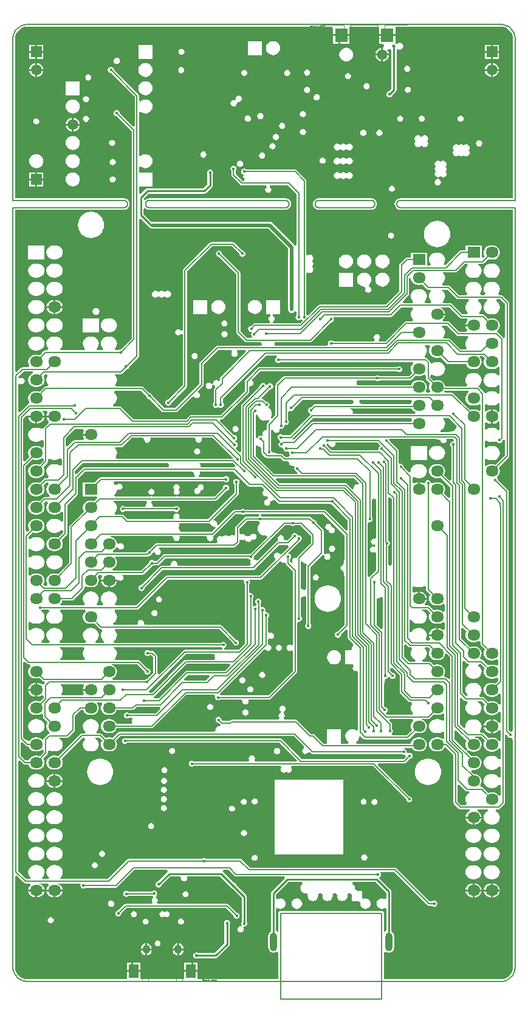
<source format=gbr>
%FSTAX23Y23*%
%MOIN*%
%SFA1B1*%

%IPPOS*%
%ADD55C,0.005000*%
%ADD57C,0.020000*%
%ADD58C,0.010000*%
%ADD70C,0.003940*%
%ADD71C,0.001970*%
%ADD73O,0.070870X0.059060*%
%ADD74R,0.070870X0.059060*%
%ADD75C,0.059060*%
%ADD77O,0.041340X0.049210*%
%ADD78R,0.055120X0.074800*%
%ADD79R,0.070870X0.074800*%
%ADD80C,0.057090*%
%ADD81R,0.059060X0.059060*%
%ADD82O,0.039370X0.102360*%
%ADD84C,0.015000*%
%ADD85C,0.020000*%
%ADD86C,0.016000*%
%ADD87C,0.025980*%
%LNmb1137-1*%
%LPD*%
G36*
X01993Y00767D02*
X01991Y00764D01*
X01989Y00762*
X01989Y00762*
X01982Y00761*
X01977Y00757*
X01973Y00752*
X01972Y00746*
X01973Y00739*
X01977Y00734*
X01977Y00734*
Y00552*
X01968Y00548*
X01937Y00578*
X01939Y0058*
X01943Y00589*
X01944Y006*
X01943Y0061*
X01939Y00619*
X01933Y00627*
X01925Y00633*
X01915Y00637*
X01905Y00638*
X01894*
X01884Y00637*
X01874Y00633*
X01866Y00627*
X0186Y00619*
X01856Y0061*
X01855Y006*
X01856Y00589*
X0186Y0058*
X01866Y00572*
X01874Y00566*
X01884Y00562*
X01894Y00561*
X01905*
X01915Y00562*
X01919Y00564*
X01972Y00511*
Y00457*
X01963Y00453*
X01937Y00478*
X01939Y0048*
X01943Y00489*
X01944Y005*
X01943Y0051*
X01939Y00519*
X01933Y00527*
X01925Y00533*
X01915Y00537*
X01905Y00538*
X01894*
X01884Y00537*
X01874Y00533*
X01866Y00534*
X01865Y0054*
X01861Y00545*
X01856Y00549*
X0185Y0055*
X01843Y00549*
X01838Y00545*
X01834Y0054*
X01833Y00534*
X01825Y00533*
X01815Y00537*
X01805Y00538*
X01805*
Y00499*
X01795*
Y00538*
X01794*
X01784Y00537*
X01774Y00533*
X01773Y00532*
X01764Y00537*
Y00562*
X01773Y00567*
X01774Y00566*
X01784Y00562*
X01794Y00561*
X01805*
X01815Y00562*
X01825Y00566*
X01833Y00572*
X01839Y0058*
X01843Y00589*
X01844Y006*
X01843Y0061*
X01839Y00619*
X01833Y00627*
X01825Y00633*
X01815Y00637*
X01805Y00638*
X01794*
X01784Y00637*
X01774Y00633*
X01766Y00627*
X0176Y00619*
X01756Y0061*
X01755Y006*
X01755Y00598*
X01746Y00594*
X01716Y00624*
X01715Y0063*
X01711Y00635*
X01706Y00639*
X017Y0064*
X01696Y0064*
X01688Y00646*
Y0071*
X01687Y00715*
X01685Y00719*
X01637Y00766*
X01637Y00767*
X01636Y00773*
X01638Y00776*
X01881*
X01918Y00769*
X01919Y00762*
X01923Y00757*
X01928Y00753*
X01935Y00752*
X01941Y00753*
X01946Y00757*
X0195Y00762*
X01951Y00769*
X0195Y00775*
X0195Y00776*
X01988*
X01993Y00767*
G37*
G36*
X02273Y00771D02*
Y00688D01*
X02219Y00634*
X02215Y00636*
X02205Y00637*
X02194*
X02184Y00636*
X02174Y00632*
X02169Y00628*
X0216Y00633*
Y00664*
X02169Y00669*
X02174Y00665*
X02184Y00661*
X02194Y0066*
X02205*
X02215Y00661*
X02225Y00665*
X02233Y00671*
X02239Y00679*
X02243Y00688*
X02244Y00699*
X02243Y00709*
X02239Y00718*
X02233Y00726*
X02225Y00732*
X02215Y00736*
X02205Y00737*
X02194*
X02184Y00736*
X02174Y00732*
X02169Y00728*
X0216Y00733*
Y00764*
X02169Y00769*
X02174Y00765*
X02184Y00761*
X02194Y0076*
X02205*
X02215Y00761*
X02225Y00765*
X02226Y00762*
X0223Y00757*
X02235Y00753*
X02242Y00752*
X02248Y00753*
X02253Y00757*
X02257Y00762*
X02258Y00768*
X02259Y00769*
X02273Y00771*
X02273Y00771*
G37*
G36*
X01587Y0074D02*
X01587Y00739D01*
X01582Y00735*
X01578Y0073*
X01577Y00724*
X01577Y00721*
X01571Y00714*
X0132*
X01294Y00739*
X01294Y00741*
X01293Y00748*
X01298Y0075*
X013Y0075*
X01308Y00745*
X01309Y00741*
X01313Y00736*
X01318Y00732*
X01325Y00731*
X01331Y00732*
X01336Y00736*
X0134Y00741*
X01341Y00748*
X0134Y00754*
X01341Y00756*
X01572*
X01587Y0074*
G37*
G36*
X-00037Y00821D02*
X-00039Y00819D01*
X-00043Y0081*
X-00044Y00805*
X0*
Y00795*
X-00044*
X-00043Y00789*
X-00039Y0078*
X-00037Y00778*
X-00042Y00769*
X-00089*
X-00093Y00768*
X-00097Y00766*
X-00128Y00735*
X-00137Y00739*
Y00779*
X-00086Y0083*
X-00042*
X-00037Y00821*
G37*
G36*
X02008Y00846D02*
X02005Y00836D01*
X02Y00832*
X01996Y00827*
X01995Y00821*
X01957Y00813*
X01919*
X01917Y00823*
X01925Y00826*
X01933Y00832*
X01939Y0084*
X01943Y00849*
X01944Y0086*
X01943Y0087*
X01939Y00879*
X01933Y00887*
X01934Y0089*
X01964*
X02008Y00846*
G37*
G36*
X00916Y00906D02*
X00916Y00904D01*
X0092Y00895*
X00926Y00887*
X00934Y00881*
X00943Y00877*
X00954Y00876*
X00964Y00877*
X00973Y00881*
X00974Y00881*
X0098Y00874*
X00969Y00863*
X00967Y00859*
X00966Y00855*
Y00829*
X00958Y00823*
X00958Y00823*
X00951Y00822*
X00946Y00818*
X00942Y00813*
X00941Y00807*
X00942Y008*
X00946Y00795*
X00936Y00792*
X0093Y00793*
X00923Y00792*
X00918Y00788*
X00914Y00783*
X00914Y00781*
X00904Y00782*
Y00906*
X00909Y00909*
X00913Y0091*
X00916Y00906*
G37*
G36*
X00783Y00667D02*
X00783Y00667D01*
X0014*
X00136Y00676*
X00139Y0068*
X00143Y00689*
X00144Y007*
X00143Y0071*
X00139Y00719*
X00133Y00727*
X00134Y0073*
X00169*
X00173Y00731*
X00177Y00733*
X00226Y00782*
X00286*
X00293Y00774*
X00292Y00773*
X00294Y00766*
X00297Y0076*
X00303Y00757*
X0031Y00755*
X00316Y00757*
X00322Y0076*
X00325Y00766*
X00327Y00773*
X00325Y00779*
X00327Y00782*
X00568*
X00575Y00774*
X00574Y00773*
X00576Y00766*
X00579Y0076*
X00585Y00757*
X00592Y00755*
X00598Y00757*
X00604Y0076*
X00607Y00766*
X00609Y00773*
X00607Y00779*
X00609Y00782*
X00668*
X00783Y00667*
G37*
G36*
X01762Y00881D02*
X0176Y00879D01*
X01757Y00871*
X01219*
X01215Y0087*
X01211Y00868*
X01116Y00772*
X01106Y00775*
X01105Y00777*
X01106Y00777*
X01219Y0089*
X01757*
X01762Y00881*
G37*
G36*
X00863Y00517D02*
X00867Y00515D01*
X00872Y00514*
X00937*
X00949Y00502*
X00948Y00492*
X00945Y0049*
X00942Y00485*
X0094Y00478*
X00942Y00472*
X00945Y00466*
X00951Y00462*
X00958Y00461*
X00964Y00462*
X00964Y00462*
X0097Y00453*
X00966Y00444*
X00961Y00443*
X00955Y00439*
X00952Y00433*
X0095Y00427*
X00952Y0042*
X00955Y00415*
X00961Y00411*
X00968Y0041*
X00974Y00411*
X0098Y00415*
X00983Y0042*
X00985Y00427*
X00983Y00433*
X00988Y00434*
X00994Y00436*
X01Y00439*
X01Y0044*
X0101Y00441*
X01027Y00424*
X01031Y00421*
X01035Y00421*
X01311*
X01311Y0042*
X01317Y00416*
X01324Y00415*
X01324Y00415*
X01409Y0033*
Y00277*
X014Y00273*
X01289Y00384*
X01285Y00386*
X01281Y00387*
X00845*
X00845Y00387*
X0084Y00391*
X00834Y00392*
X00827Y00391*
X00822Y00387*
X00822Y00387*
X0079*
X00785Y00386*
X00781Y00384*
X00699Y00302*
X00691Y00307*
X00692Y00313*
X0069Y00319*
X00687Y00325*
X00681Y00328*
X00675Y0033*
X00673Y00333*
X00807Y00466*
X00809Y0047*
X0081Y00475*
Y00527*
X00811Y00527*
X00814Y00533*
X00816Y0054*
X00814Y00546*
X00811Y00552*
X00805Y00555*
X00799Y00557*
X00792Y00555*
X00786Y00552*
X00783Y00546*
X00781Y0054*
X00783Y00533*
X00786Y00527*
X00787Y00527*
Y00479*
X00643Y00336*
X0049*
X00485Y00344*
X00485Y00345*
X00487Y00352*
X00485Y00358*
X00482Y00364*
X00476Y00367*
X0047Y00369*
X00463Y00367*
X00457Y00364*
X00454Y00358*
X00452Y00352*
X00454Y00345*
X00454Y00344*
X00449Y00336*
X00202*
X00181Y00357*
X00177Y00359*
X00173Y0036*
X00133*
X0013Y0037*
X00133Y00372*
X00139Y0038*
X00143Y00389*
X00144Y004*
X00143Y0041*
X00139Y00419*
X00133Y00427*
X00125Y00433*
X00125Y00436*
X00306*
X00309Y00426*
X00308Y00426*
X00304Y0042*
X00303Y00414*
X00303Y00412*
X00297Y00405*
X00186*
X00182Y00407*
X00176Y00409*
X00169Y00407*
X00164Y00404*
X0016Y00398*
X00159Y00392*
X0016Y00386*
X00164Y0038*
X00169Y00377*
X00176Y00375*
X00182Y00377*
X00187Y0038*
X00188Y00381*
X00457*
X00457Y0038*
X00463Y00377*
X0047Y00375*
X00476Y00377*
X00482Y0038*
X00485Y00386*
X00487Y00393*
X00485Y00399*
X00482Y00405*
X00476Y00408*
X0047Y0041*
X00463Y00408*
X00457Y00405*
X00457Y00405*
X00343*
X00337Y00412*
X00337Y00414*
X00336Y0042*
X00332Y00426*
X00331Y00426*
X00334Y00436*
X00682*
X00686Y00437*
X0069Y00439*
X00741Y0049*
X00742Y0049*
X00748Y00492*
X00754Y00495*
X00757Y00501*
X00759Y00508*
X00757Y00514*
X00754Y0052*
X00748Y00523*
X00742Y00525*
X00735Y00523*
X00729Y0052*
X00726Y00514*
X00724Y00508*
X00724Y00507*
X00677Y00459*
X00473*
X00472Y00469*
X00472Y00469*
X00477Y0047*
X00482Y00474*
X00486Y00479*
X00487Y00485*
X00486Y00492*
X00482Y00497*
X00482Y00498*
Y00499*
X00486Y00505*
X00487Y00511*
X00486Y00517*
X00482Y00523*
X00476Y00526*
X0047Y00528*
X00464Y00526*
X00458Y00523*
X00455Y00517*
X00453Y00511*
X00455Y00505*
X00458Y00499*
X00459Y00497*
X00455Y00492*
X00454Y00485*
X00455Y00479*
X00459Y00474*
X00464Y0047*
X00469Y00469*
X00468Y00464*
X00463Y00459*
X00335*
X00334Y00469*
X00334Y00469*
X00339Y0047*
X00344Y00474*
X00348Y00479*
X00349Y00485*
X00348Y00492*
X00344Y00497*
X00339Y00501*
X00333Y00502*
X00326Y00501*
X00321Y00497*
X00317Y00492*
X00316Y00485*
X00317Y00479*
X00321Y00474*
X00326Y0047*
X00331Y00469*
X0033Y00464*
X00325Y00459*
X00131*
X00128Y00469*
X00133Y00472*
X00139Y0048*
X00143Y00489*
X00143Y00493*
X00151Y00499*
X00158Y00498*
X00164Y00499*
X00169Y00503*
X00173Y00508*
X00174Y00515*
X00173Y00521*
X00169Y00526*
X00164Y0053*
X00158Y00531*
X00151Y0053*
X00146Y00526*
X00145Y00525*
X00135Y00524*
X00133Y00527*
X00125Y00533*
X00127Y00543*
X00729*
X00729Y00542*
X00735Y00539*
X00742Y00537*
X00748Y00539*
X00754Y00542*
X00757Y00548*
X00759Y00555*
X00757Y00561*
X00754Y00567*
X00748Y0057*
X00742Y00572*
X00735Y0057*
X00729Y00567*
X00729Y00566*
X00596*
X00593Y00576*
X00594Y00576*
X00597Y00582*
X00599Y00589*
X00597Y00595*
X00599Y00597*
X00783*
X00863Y00517*
G37*
G36*
X01471Y00534D02*
X01465Y00526D01*
X01459Y00527*
X01453Y00526*
X01447Y00522*
X01444Y00517*
X01442Y00511*
X01443Y00506*
X01434Y00501*
X01406Y00529*
X01402Y00532*
X01398Y00533*
X01035*
X01015Y00552*
X01019Y00561*
X01444*
X01471Y00534*
G37*
G36*
X01556Y00448D02*
X01557Y00448D01*
X01565Y00442*
Y00237*
X01561Y00231*
X01557Y00228*
X01553Y00229*
X01546Y00228*
X01541Y00224*
X01537Y00219*
X01536Y00213*
X01537Y00206*
X01541Y00201*
X01546Y00197*
X01553Y00196*
X01557Y00197*
X0156Y00195*
X01559Y00186*
X01556Y00183*
X01554Y00185*
X01548Y00186*
X01541Y00185*
X01536Y00181*
X01532Y00176*
X01531Y0017*
X01532Y00163*
X01536Y00158*
X01541Y00154*
X01548Y00153*
X01554Y00154*
X01556Y00156*
X01565Y00151*
Y00056*
X01527Y00018*
X01519Y00022*
X01518Y00022*
Y00313*
X01526Y0032*
X0153Y00319*
X01536Y0032*
X01541Y00324*
X01545Y00329*
X01546Y00336*
X01545Y00342*
X01541Y00347*
X01541Y00347*
Y00437*
X01549Y00449*
X01556Y00448*
G37*
G36*
X00923Y00354D02*
X00917Y0035D01*
X00917Y0035*
X00852*
X00848Y00349*
X00844Y00346*
X00795Y00298*
X00793Y00294*
X00792Y0029*
Y0025*
X00783Y00246*
X0078Y00247*
X00774Y00249*
X00767Y00247*
X00762Y00244*
X00761Y00243*
X00752Y00245*
X00746Y00248*
X0074Y0025*
X00733Y00248*
X00727Y00245*
X00726Y00242*
X00716Y0024*
X00714Y00242*
X00707Y00243*
X00701Y00242*
X00695Y00238*
X00692Y00232*
X0069Y00226*
X00692Y00219*
X00695Y00213*
X00689Y00204*
X00361*
X00356Y00203*
X00352Y00201*
X00321Y0017*
X00321Y0017*
X00314Y00168*
X00308Y00165*
X00305Y00159*
X00304Y00154*
X00122*
X0012Y00164*
X00125Y00166*
X00133Y00172*
X00138Y00179*
X00148Y00179*
X00152Y00174*
X00157Y0017*
X00164Y00169*
X00171Y0017*
X00176Y00174*
X0018Y00179*
X00181Y00186*
X0018Y00193*
X00176Y00198*
X00171Y00202*
X00164Y00203*
X00157Y00202*
X00153Y00199*
X00147Y00202*
X00144Y00204*
X00143Y0021*
X00139Y00219*
X00133Y00227*
X00125Y00233*
X00115Y00237*
X00105Y00238*
X0011Y00242*
X00447*
X00453Y00235*
X00453Y00233*
X00454Y00227*
X00458Y00221*
X00463Y00217*
X0047Y00216*
X00477Y00217*
X00482Y00221*
X00486Y00227*
X00487Y00233*
X00486Y0024*
X00487Y00242*
X00631*
X00638Y00235*
X00637Y00233*
X00639Y00226*
X00642Y0022*
X00648Y00217*
X00655Y00215*
X00661Y00217*
X00667Y0022*
X0067Y00226*
X00672Y00233*
X0067Y00239*
X00672Y00243*
X00672Y00243*
X00676Y00246*
X00794Y00364*
X00822*
X00822Y00364*
X00827Y0036*
X00834Y00359*
X0084Y0036*
X00845Y00364*
X00845Y00364*
X00921*
X00923Y00354*
G37*
G36*
X0079Y00632D02*
X00788Y00621D01*
X00608*
X00601Y00628*
X00601Y0063*
X006Y00636*
X00596Y00642*
X00597Y00644*
X00778*
X0079Y00632*
G37*
G36*
X-00259Y00666D02*
Y00656D01*
X-0028Y00635*
X-00284Y00637*
X-00294Y00638*
X-00305*
X-00315Y00637*
X-00325Y00633*
X-00333Y00627*
X-00339Y00619*
X-00343Y0061*
X-00344Y006*
X-00343Y00589*
X-00339Y0058*
X-00333Y00572*
X-00325Y00566*
X-00315Y00562*
X-00305Y00561*
X-00294*
X-00284Y00562*
X-00274Y00566*
X-00266Y00572*
X-0026Y0058*
X-00256Y00589*
X-00255Y006*
X-00256Y0061*
X-0026Y00619*
X-00262Y00621*
X-00239Y00643*
X-00237Y00647*
X-00236Y00652*
Y00663*
X-00227Y00668*
X-00225Y00666*
X-00215Y00662*
X-00205Y00661*
X-00194*
X-00184Y00662*
X-00174Y00666*
X-00169Y0067*
X-0016Y00665*
Y00634*
X-00169Y00629*
X-00174Y00633*
X-00184Y00637*
X-00194Y00638*
X-00205*
X-00215Y00637*
X-00225Y00633*
X-00233Y00627*
X-00239Y00619*
X-00243Y0061*
X-00244Y006*
X-00243Y00589*
X-00239Y0058*
X-00233Y00572*
X-00231Y00571*
X-00234Y00561*
X-0025*
X-00254Y0056*
X-00258Y00558*
X-0028Y00535*
X-00284Y00537*
X-00294Y00538*
X-00305*
X-00315Y00537*
X-00325Y00533*
X-00333Y00527*
X-00339Y00519*
X-00343Y0051*
X-00344Y005*
X-00343Y00489*
X-00339Y0048*
X-00333Y00472*
X-00325Y00466*
X-00315Y00462*
X-00305Y00461*
X-00294*
X-00284Y00462*
X-00274Y00466*
X-00266Y00472*
X-0026Y0048*
X-00256Y00489*
X-00255Y005*
X-00256Y0051*
X-0026Y00519*
X-00262Y00521*
X-00245Y00538*
X-00234*
X-00231Y00528*
X-00233Y00527*
X-00239Y00519*
X-00243Y0051*
X-00244Y005*
X-00243Y00489*
X-00239Y0048*
X-00233Y00472*
X-00226Y00467*
X-00229Y00457*
X-00254*
X-00258Y00456*
X-00262Y00454*
X-0028Y00435*
X-00284Y00437*
X-00294Y00438*
X-00305*
X-00315Y00437*
X-00325Y00433*
X-00333Y00427*
X-00339Y00419*
X-00343Y0041*
X-00344Y004*
X-00343Y00389*
X-00339Y0038*
X-00333Y00372*
X-00325Y00366*
X-00315Y00362*
X-00305Y00361*
X-00294*
X-00284Y00362*
X-00274Y00366*
X-00266Y00372*
X-0026Y0038*
X-00256Y00389*
X-00255Y004*
X-00256Y0041*
X-0026Y00419*
X-00262Y00421*
X-00249Y00434*
X-00239*
X-00234Y00425*
X-00239Y00419*
X-00243Y0041*
X-00244Y004*
X-00243Y00389*
X-00239Y0038*
X-00233Y00372*
X-00225Y00366*
X-00215Y00362*
X-00205Y00361*
X-00194*
X-00184Y00362*
X-00174Y00366*
X-00166Y00372*
X-00163Y00377*
X-00153Y00373*
Y00326*
X-00163Y00322*
X-00166Y00327*
X-00174Y00333*
X-00184Y00337*
X-00194Y00338*
X-00205*
X-00215Y00337*
X-00225Y00333*
X-00233Y00327*
X-00239Y00319*
X-00243Y0031*
X-00244Y003*
X-00243Y00289*
X-00239Y0028*
X-00233Y00272*
X-00225Y00266*
X-00215Y00262*
X-00205Y00261*
X-00194*
X-00184Y00262*
X-00174Y00266*
X-00166Y00272*
X-00163Y00277*
X-00153Y00273*
Y00262*
X-0018Y00235*
X-00184Y00237*
X-00194Y00238*
X-00205*
X-00215Y00237*
X-00225Y00233*
X-00233Y00227*
X-00239Y00219*
X-00243Y0021*
X-00244Y002*
X-00243Y00189*
X-00239Y0018*
X-00233Y00172*
X-00225Y00166*
X-00215Y00162*
X-00205Y00161*
X-00194*
X-00184Y00162*
X-00174Y00166*
X-00166Y00172*
X-0016Y0018*
X-00156Y00189*
X-00155Y002*
X-00156Y0021*
X-0016Y00219*
X-00162Y00221*
X-00133Y00249*
X-00131Y00253*
X-0013Y00257*
Y00413*
X-00074Y00468*
X-00072Y00472*
X-00071Y00477*
Y00558*
X-00031Y00597*
X00558*
X00565Y0059*
X00564Y00589*
X00566Y00582*
X00569Y00576*
X0057Y00576*
X00567Y00566*
X00055*
X0005Y00565*
X00046Y00563*
X00021Y00538*
X-00044*
Y00461*
X00032*
X00035Y00452*
X00019Y00435*
X00015Y00437*
X00005Y00438*
X-00005*
X-00015Y00437*
X-00025Y00433*
X-00033Y00427*
X-00039Y00419*
X-00043Y0041*
X-00044Y004*
X-00043Y00389*
X-00039Y0038*
X-00037Y00378*
X-00116Y003*
X-00118Y00296*
X-00119Y00292*
Y00096*
X-0018Y00035*
X-00184Y00037*
X-00194Y00038*
X-00205*
X-00215Y00037*
X-00225Y00033*
X-00233Y00027*
X-00239Y00019*
X-00243Y0001*
X-00244Y0*
X-00243Y-0001*
X-00239Y-00019*
X-00237Y-00021*
X-00242Y-0003*
X-00253*
X-00262Y-00021*
X-0026Y-00019*
X-00256Y-0001*
X-00255Y0*
X-00256Y0001*
X-0026Y00019*
X-00266Y00027*
X-00274Y00033*
X-00284Y00037*
X-00294Y00038*
X-00305*
X-00315Y00037*
X-00325Y00033*
X-00333Y00027*
X-00333Y00026*
X-00343Y0003*
Y00069*
X-00333Y00073*
X-00333Y00072*
X-00325Y00066*
X-00315Y00062*
X-00305Y00061*
X-00294*
X-00284Y00062*
X-00274Y00066*
X-00266Y00072*
X-0026Y0008*
X-00256Y00089*
X-00255Y001*
X-00256Y0011*
X-0026Y00119*
X-00266Y00127*
X-00274Y00133*
X-00284Y00137*
X-00294Y00138*
X-00305*
X-00315Y00137*
X-00325Y00133*
X-00333Y00127*
X-00333Y00126*
X-00343Y0013*
Y00169*
X-00333Y00173*
X-00333Y00172*
X-00325Y00166*
X-00315Y00162*
X-00305Y00161*
X-00294*
X-00284Y00162*
X-00274Y00166*
X-00266Y00172*
X-0026Y0018*
X-00256Y00189*
X-00255Y002*
X-00256Y0021*
X-0026Y00219*
X-00266Y00227*
X-00274Y00233*
X-00284Y00237*
X-00294Y00238*
X-00305*
X-00315Y00237*
X-00325Y00233*
X-00333Y00227*
X-00333Y00226*
X-00343Y0023*
Y0024*
X-00319Y00264*
X-00315Y00262*
X-00305Y00261*
X-00294*
X-00284Y00262*
X-00274Y00266*
X-00266Y00272*
X-0026Y0028*
X-00256Y00289*
X-00255Y003*
X-00256Y0031*
X-0026Y00319*
X-00266Y00327*
X-00274Y00333*
X-00284Y00337*
X-00294Y00338*
X-00305*
X-00315Y00337*
X-00325Y00333*
X-00333Y00327*
X-00339Y00319*
X-00343Y0031*
X-00344Y003*
X-00343Y00289*
X-00339Y0028*
X-00337Y00278*
X-00347Y00268*
X-00357Y00272*
Y00626*
X-00319Y00664*
X-00315Y00662*
X-00305Y00661*
X-00294*
X-00284Y00662*
X-00274Y00666*
X-00268Y00671*
X-00259Y00666*
G37*
G36*
X00424Y00641D02*
X00428Y00636D01*
X00427Y00632*
X00428Y00628*
X00422Y00621*
X-00036*
X-0004Y0062*
X-00044Y00617*
X-00079Y00583*
X-00088Y00587*
Y00601*
X-00045Y00644*
X0042*
X00424Y00641*
G37*
G36*
X00914Y00739D02*
X00919Y00735D01*
X00926Y00734*
X00928Y00734*
X00936Y00728*
Y00702*
X00937Y00697*
X00939Y00694*
X00959Y00674*
X00962Y00672*
X00967Y00671*
X01041*
X01054Y00657*
X01058Y00655*
X01063Y00654*
X01082*
X01088Y00646*
X01088Y00645*
X01089Y00638*
X01093Y00633*
X01098Y00629*
X01105Y00628*
X01111Y00629*
X01112Y0063*
X01119Y00623*
X01117Y0062*
X01116Y00614*
X01117Y00607*
X01121Y00602*
X01126Y00598*
X01129Y00597*
X01134Y00589*
X01132Y00584*
X01005*
X00904Y00685*
Y00736*
X00913Y00739*
X00914Y00739*
G37*
G36*
X-00237Y00922D02*
X-00239Y00919D01*
X-00243Y0091*
X-00244Y00905*
X-00199*
Y00895*
X-00244*
X-00243Y00889*
X-00239Y0088*
X-00233Y00872*
X-00231Y00865*
X-00256Y0084*
X-00258Y00836*
X-00259Y00832*
X-00261Y00832*
X-00272*
X-00274Y00833*
X-00284Y00837*
X-00294Y00838*
X-00305*
X-00315Y00837*
X-00325Y00833*
X-00333Y00827*
X-00339Y00819*
X-00343Y0081*
X-00344Y008*
X-00343Y00789*
X-00339Y0078*
X-00333Y00772*
X-00325Y00766*
X-00315Y00762*
X-00305Y00761*
X-00294*
X-00284Y00762*
X-00274Y00766*
X-00268Y00771*
X-00259Y00766*
Y00733*
X-00268Y00728*
X-00274Y00733*
X-00284Y00737*
X-00294Y00738*
X-00305*
X-00315Y00737*
X-00325Y00733*
X-00333Y00727*
X-00339Y00719*
X-00343Y0071*
X-00344Y007*
X-00343Y00689*
X-00339Y0068*
X-00337Y00678*
X-00361Y00654*
X-00371Y00658*
Y00887*
X-00353Y00904*
X-00344Y009*
X-00344Y00905*
X-00255*
X-00256Y0091*
X-0026Y00919*
X-00266Y00927*
X-00265Y00931*
X-00241*
X-00237Y00922*
G37*
G36*
X02026Y01439D02*
D01*
X0203Y01437*
X02035Y01436*
X02064*
X02067Y01426*
X02066Y01426*
X0206Y01418*
X02056Y01409*
X02055Y01404*
X021*
Y01394*
X02055*
X02056Y01388*
X0206Y01379*
X02065Y01372*
X02063Y01367*
X0206Y01363*
X0202*
X01967Y01417*
X01963Y01419*
X01959Y0142*
X01933*
X0193Y0143*
X01933Y01432*
X01939Y0144*
X01943Y01449*
X01944Y01455*
X01899*
Y01465*
X01944*
X01943Y0147*
X01939Y01479*
X01933Y01487*
X01925Y01493*
X01915Y01497*
X01916Y01498*
X01968*
X02026Y01439*
G37*
G36*
X0032Y01938D02*
X00324Y01935D01*
X00325Y01934*
X00331Y0193*
X00339Y01929*
X00974*
X01083Y01819*
Y01486*
X01085Y01478*
X01089Y01472*
X01095Y01468*
X01103Y01466*
X0111Y01468*
X01116Y01472*
X01119Y01477*
X01129Y01474*
Y01456*
X01128Y01455*
X01124Y0145*
X01123Y01444*
X01124Y01437*
X01128Y01432*
X01133Y01428*
X0114Y01427*
X01146Y01428*
X01151Y01431*
X01155Y01429*
X0116Y01426*
X0116Y01422*
X01148Y0141*
X01*
X00998Y0142*
X01003Y01424*
X01007Y01429*
X01008Y01436*
X01007Y01442*
X01003Y01447*
X00998Y01451*
X00997Y01451*
X00998Y01461*
X01038*
Y01538*
X00961*
Y01461*
X00985*
X00986Y01451*
X00985Y01451*
X0098Y01447*
X00976Y01442*
X00975Y01436*
X00976Y01429*
X0098Y01424*
X00985Y0142*
X00983Y0141*
X00898*
X00894Y01409*
X0089Y01407*
X0088Y01397*
X0088Y01397*
X00873Y01395*
X00868Y01392*
X00864Y01386*
X00863Y0138*
X00864Y01374*
X00868Y01368*
X00873Y01365*
X0088Y01363*
X00881Y01357*
X00879Y01351*
X00881Y01344*
X00884Y01339*
X00878Y01329*
X00859*
X0082Y01368*
Y01686*
X00819Y0169*
X00817Y01694*
X00719Y01792*
X00719Y01792*
X00718Y01798*
X00714Y01804*
X00709Y01807*
X00702Y01809*
X00696Y01807*
X00691Y01804*
X00687Y01798*
X00686Y01792*
X00687Y01786*
X00691Y0178*
X00696Y01777*
X00702Y01775*
X00703Y01775*
X00797Y01681*
Y01364*
X00798Y01359*
X008Y01355*
X00846Y01309*
X0085Y01307*
X00855Y01306*
X00933*
X00939Y01298*
X00939Y01297*
X00939Y01295*
X00933Y01287*
X00694*
X00689Y01286*
X00685Y01284*
X00598Y01197*
X00596Y01193*
X00595Y01189*
Y01078*
X00463Y00946*
X00402*
X00337Y01012*
X00337Y01013*
X00335Y01019*
X00332Y01025*
X00326Y01028*
X0032Y0103*
X00319Y0103*
X00289Y0106*
X00285Y01062*
X00281Y01063*
X0014*
X00133Y01072*
X00139Y0108*
X00143Y01089*
X00144Y011*
X00143Y0111*
X00139Y01119*
X00133Y01127*
X00134Y01131*
X00164*
X00169Y01132*
X00173Y01134*
X00193Y01154*
X00199Y01156*
X00205Y01159*
X00208Y01165*
X0021Y01171*
X00261Y01222*
X00263Y01226*
X00264Y01231*
Y01981*
X00273Y01985*
X0032Y01938*
G37*
G36*
X00851Y01255D02*
X00712Y01116D01*
X00709Y01112*
X00709Y01108*
Y011*
X007Y01095*
X00695Y01098*
X00689Y011*
X00682Y01098*
X00676Y01095*
X00673Y01089*
X00671Y01083*
X00672Y0108*
X00672Y0108*
X00663Y01076*
X00661Y01079*
X00655Y01083*
X00648Y01084*
X00642Y01083*
X00636Y01079*
X00632Y01073*
X00631Y01067*
X00632Y0106*
X00636Y01054*
X00642Y01051*
X00648Y01049*
X00655Y01051*
X00661Y01054*
X00664Y0106*
X00666Y01067*
X00665Y0107*
X00665Y0107*
X00671Y01072*
X0068Y01067*
X00681Y01058*
X00678Y01055*
X00675Y01051*
X00674Y01047*
Y00976*
X00674Y00976*
X0067Y0097*
X00669Y00964*
X0067Y00957*
X00674Y00951*
X00679Y00948*
X00686Y00946*
X00692Y00948*
X00698Y00951*
X007*
X00706Y00948*
X00713Y00946*
X00719Y00948*
X00725Y00951*
X00728Y00957*
X0073Y00964*
X00728Y0097*
X00725Y00976*
X00724Y00976*
Y00995*
X00963Y01234*
X01017*
X0102Y01224*
X01017Y01222*
X01013Y01216*
X01011Y0121*
X01013Y01203*
X01017Y01197*
X01022Y01194*
X01029Y01192*
X01035Y01194*
X01041Y01197*
X01041Y01198*
X01765*
X01768Y01189*
X01766Y01187*
X0176Y01179*
X01756Y0117*
X01755Y0116*
X01756Y01149*
X0176Y0114*
X01762Y01138*
X01745Y01121*
X01585*
X01585Y01121*
X0158Y01125*
X01573Y01126*
X01567Y01125*
X01561Y01121*
X01561Y01121*
X01064*
X01059Y0112*
X01055Y01118*
X01016Y01079*
X01014Y01075*
X01013Y01071*
Y00907*
X00994Y00888*
X00986Y00894*
X00987Y00895*
X00991Y00904*
X00992Y00914*
X00991Y00924*
X00987Y00934*
X00981Y00942*
X00973Y00948*
X00973Y00948*
X00976Y0095*
X00979Y00956*
X00981Y00963*
X00979Y00969*
X00976Y00975*
X0097Y00978*
X00964Y0098*
X00963Y0098*
X00951Y00991*
X00947Y00994*
X00943Y00995*
X00942*
X00938Y01004*
X00982Y01048*
X00983Y01048*
X0099Y01049*
X00995Y01053*
X00999Y01058*
X01Y01065*
X00999Y01072*
X00995Y01077*
X0099Y01081*
X00983Y01082*
X00976Y01081*
X00971Y01077*
X00969Y01074*
X00959*
X00956Y01078*
X0095Y01082*
X00944Y01083*
X00937Y01082*
X00931Y01078*
X00928Y01072*
X00926Y01066*
X00927Y01065*
X00828Y00967*
X00826Y00963*
X00825Y00958*
Y00708*
X00816Y00704*
X00794Y00725*
X00795Y00728*
X00801Y00731*
X00804Y00737*
X00806Y00744*
X00804Y0075*
X00801Y00756*
X00795Y00759*
X00789Y00761*
X00788Y00763*
X00793Y00764*
X00798Y00768*
X00802Y00773*
X00803Y0078*
X00802Y00786*
X00798Y00792*
X00793Y00796*
X00786Y00797*
X00786Y00797*
X00708Y00875*
X00712Y00884*
X00718*
X00722Y00885*
X00726Y00887*
X00865Y01026*
X00867Y0103*
X00868Y01035*
Y0106*
X00876Y01066*
X00877Y01066*
X00883Y01067*
X00888Y01071*
X00892Y01076*
X00893Y01083*
X00892Y01089*
X00888Y01094*
X00883Y01098*
X00882Y011*
X00929Y01147*
X0168*
X0168Y01147*
X01685Y01143*
X01692Y01142*
X01698Y01143*
X01703Y01147*
X01707Y01152*
X01708Y01159*
X01707Y01165*
X01703Y0117*
X01698Y01174*
X01692Y01175*
X01685Y01174*
X0168Y0117*
X0168Y0117*
X00924*
X0092Y01169*
X00916Y01167*
X00848Y01099*
X00846Y01095*
X00845Y01091*
Y01039*
X00713Y00907*
X00549*
X00544Y00906*
X0054Y00904*
X00522Y00885*
X00231*
X00165Y00952*
X00161Y00954*
X00157Y00955*
X00124*
X00122Y00965*
X00125Y00966*
X00133Y00972*
X00139Y0098*
X00143Y00989*
X00144Y01*
X00143Y0101*
X00139Y01019*
X00133Y01027*
X00128Y0103*
X00131Y0104*
X00276*
X00302Y01013*
X00302Y01013*
X00304Y01006*
X00307Y01*
X00313Y00997*
X0032Y00995*
X0032Y00995*
X00389Y00926*
X00393Y00924*
X00398Y00923*
X00468*
X00472Y00924*
X00476Y00926*
X00557Y01008*
X00567Y01007*
X00569Y01005*
X00574Y01001*
X00581Y00999*
X00587Y01001*
X00593Y01005*
X00597Y0101*
X00598Y01017*
X00597Y01023*
X00593Y01029*
X00587Y01033*
X00586Y01037*
X00615Y01065*
X00617Y01069*
X00618Y01074*
Y01184*
X00698Y01264*
X0077*
X00776Y01254*
X00773Y01249*
X00771Y01243*
X00773Y01236*
X00776Y01231*
X00782Y01227*
X00788Y01226*
X00795Y01227*
X008Y01231*
X00804Y01236*
X00805Y01243*
X00804Y01249*
X008Y01254*
X00806Y01264*
X00847*
X00851Y01255*
G37*
G36*
X02007Y01343D02*
X02011Y01341D01*
X02016Y0134*
X02069*
X02072Y0133*
X02066Y01326*
X0206Y01318*
X02056Y01309*
X02055Y01299*
X02056Y01288*
X0206Y01279*
X02062Y01277*
X02057Y01268*
X02029*
X01973Y01325*
X01969Y01327*
X01964Y01328*
X01956*
X01954Y01328*
X01941*
X01939Y01328*
X01933Y01332*
X01939Y0134*
X01943Y01349*
X01944Y0136*
X01943Y0137*
X01939Y01379*
X01933Y01387*
X01925Y01393*
X01926Y01397*
X01954*
X02007Y01343*
G37*
G36*
X02273Y01514D02*
Y01333D01*
X02263Y0133*
X02263Y01331*
X02234Y0136*
X0223Y01362*
X02226Y01365*
Y01365*
X02233Y01371*
X02239Y01379*
X02243Y01388*
X02244Y01399*
X02243Y01409*
X02239Y01418*
X02233Y01426*
X02225Y01432*
X02215Y01436*
X02205Y01437*
X02194*
X02184Y01436*
X0218Y01434*
X02159Y01456*
X02155Y01458*
X02151Y01459*
X02133*
X0213Y01469*
X02133Y01471*
X02139Y01479*
X02143Y01488*
X02144Y01499*
X02143Y01509*
X02139Y01518*
X02133Y01526*
X02125Y01532*
X02127Y01542*
X02172*
X02174Y01532*
X02166Y01526*
X0216Y01518*
X02156Y01509*
X02155Y01499*
X02156Y01488*
X0216Y01479*
X02166Y01471*
X02174Y01465*
X02184Y01461*
X02194Y0146*
X02205*
X02215Y01461*
X02225Y01465*
X02233Y01471*
X02239Y01479*
X02243Y01488*
X02244Y01499*
X02243Y01509*
X02239Y01518*
X02233Y01526*
X02225Y01532*
X02227Y01542*
X02245*
X02273Y01514*
G37*
G36*
X01756Y01649D02*
X0176Y0164D01*
X01766Y01632*
X01774Y01626*
X01784Y01622*
X01794Y01621*
X01805*
X01815Y01622*
X01819Y01624*
X01844Y01598*
X01848Y01596*
X01853Y01595*
X0186*
X01863Y01592*
X01865Y01586*
X0186Y01579*
X01856Y0157*
X01855Y0156*
X01856Y01549*
X0186Y0154*
X01866Y01532*
X01868Y01531*
X01865Y01521*
X01834*
X01831Y01531*
X01833Y01532*
X01839Y0154*
X01843Y01549*
X01844Y0156*
X01843Y0157*
X01839Y01579*
X01833Y01587*
X01825Y01593*
X01815Y01597*
X01805Y01598*
X01794*
X01784Y01597*
X01774Y01593*
X01766Y01587*
X0176Y01579*
X01756Y0157*
X01755Y0156*
X01756Y01549*
X0176Y0154*
X01766Y01532*
X01768Y01531*
X01765Y01521*
X01714*
X0171Y0153*
X01721Y01541*
X01742Y01562*
X01744Y01565*
X01745Y0157*
Y0157*
X01745Y01571*
Y01657*
X01755Y01657*
X01756Y01649*
G37*
G36*
X01768Y01488D02*
X01766Y01487D01*
X0176Y01479*
X01756Y0147*
X01755Y0146*
X01756Y01449*
X0176Y0144*
X01766Y01432*
X01769Y0143*
X01766Y0142*
X01729*
X01724Y01419*
X0172Y01417*
X01615Y01311*
X01581*
X01578Y01321*
X0158Y01322*
X01584Y01328*
X01585Y01334*
X01584Y0134*
X0158Y01346*
X01575Y01349*
X01569Y01351*
X01562Y01349*
X01557Y01346*
X01553Y0134*
X01552Y01334*
X01553Y01328*
X01557Y01322*
X01559Y01321*
X01556Y01311*
X0133*
X0133Y01312*
X01324Y01315*
X01318Y01317*
X01311Y01315*
X01305Y01312*
X01302Y01306*
X013Y013*
X01301Y01295*
X01297Y0129*
X01293Y01287*
X01015*
X01008Y01295*
X01009Y01298*
X01007Y01304*
X01008Y01306*
X01204*
X01208Y01307*
X01212Y01309*
X01317Y01414*
X01318Y01414*
X01324Y01416*
X0133Y01419*
X01333Y01425*
X01335Y01432*
X01333Y01438*
X0133Y01444*
X0133Y01445*
X01645*
X01649Y01446*
X01653Y01448*
X01702Y01498*
X01765*
X01768Y01488*
G37*
G36*
X02007Y01545D02*
X02011Y01543D01*
X02016Y01542*
X02072*
X02074Y01532*
X02066Y01526*
X0206Y01518*
X02056Y01509*
X02055Y01499*
X02056Y01488*
X0206Y01479*
X02066Y01471*
X02069Y01469*
X02066Y01459*
X02039*
X01981Y01518*
X01977Y0152*
X01973Y01521*
X01934*
X01931Y01531*
X01933Y01532*
X01939Y0154*
X01943Y01549*
X01944Y0156*
X01943Y0157*
X01939Y01579*
X01933Y01587*
X01925Y01593*
X01925Y01595*
X01958*
X02007Y01545*
G37*
G36*
X01441Y00982D02*
X01441Y00981D01*
X01442Y00974*
X01441Y00974*
X01431Y00967*
X01229*
X01225Y00966*
X01221Y00963*
X01208Y0095*
X01208Y0095*
X01201Y00949*
X01196Y00945*
X01192Y0094*
X01191Y00934*
X01192Y00927*
X01196Y00922*
X01201Y00918*
X01202Y00918*
X01205Y00908*
X01093Y00797*
X01053*
X01053Y00797*
X01048Y00801*
X01041Y00802*
X01035Y00801*
X01029Y00797*
X01026Y00792*
X01024Y00785*
X01026Y00779*
X01029Y00774*
X01035Y0077*
X01036Y0077*
X01038Y0076*
X01034Y00757*
X0103Y00752*
X01029Y00746*
X0103Y00739*
X01034Y00734*
X01039Y0073*
X01046Y00729*
X01056Y00723*
X01057Y00717*
X01061Y00711*
X01066Y00708*
X01073Y00706*
X01079Y00708*
X0108Y00709*
X01089Y00703*
X01088Y00699*
X01089Y00692*
X01093Y00687*
X01086Y00677*
X01067*
X01054Y00691*
X0105Y00693*
X01046Y00694*
X01032*
X00994Y00702*
X00993Y00708*
X00989Y00713*
X00989Y00713*
Y00825*
X00993Y00828*
X01002Y00824*
X01003Y0082*
X01007Y00815*
X01012Y00811*
X01019Y0081*
X01025Y00811*
X0103Y00815*
X01034Y0082*
X01035Y00827*
X01037Y00832*
X01044Y00831*
X0105Y00832*
X01055Y00836*
X01059Y00841*
X0106Y00848*
X01065Y00853*
X01071Y00852*
X01077Y00853*
X01083Y00857*
X01086Y00862*
X01088Y00869*
X01086Y00875*
X01083Y0088*
X01083Y0088*
Y00925*
X01091Y0093*
X01092Y0093*
X01098Y00928*
X01105Y0093*
X01111Y00933*
X01114Y00939*
X01115Y00943*
X01162Y0099*
X01435*
X01441Y00982*
G37*
G36*
X02243Y00969D02*
Y00928D01*
X02233Y00925*
X02233Y00926*
X02225Y00932*
X02215Y00936*
X02205Y00937*
X02205*
Y00898*
Y0086*
X02205*
X02215Y00861*
X02225Y00865*
X02233Y00871*
X02233Y00872*
X02243Y00869*
Y00828*
X02233Y00825*
X02233Y00826*
X02225Y00832*
X02215Y00836*
X02205Y00837*
X02194*
X02184Y00836*
X02174Y00832*
X02169Y00828*
X0216Y00833*
Y00864*
X02169Y00869*
X02174Y00865*
X02184Y00861*
X02194Y0086*
X02195*
Y00898*
Y00937*
X02194*
X02184Y00936*
X02174Y00932*
X02169Y00928*
X0216Y00933*
Y00964*
X02169Y00969*
X02174Y00965*
X02184Y00961*
X02194Y0096*
X02205*
X02215Y00961*
X02225Y00965*
X02233Y00971*
X02233Y00972*
X02243Y00969*
G37*
G36*
X0176Y0094D02*
X01766Y00932D01*
X01774Y00926*
X01781Y00923*
X01779Y00913*
X01443*
X01436Y00921*
X01437Y00924*
X01436Y00931*
X01432Y00936*
X01427Y0094*
X0142Y00941*
X01423Y00943*
X01759*
X0176Y0094*
G37*
G36*
X02073Y01031D02*
X02066Y01026D01*
X0206Y01018*
X02056Y01009*
X02055Y00999*
X02056Y00988*
X0206Y00979*
X02066Y00971*
X02074Y00965*
X02084Y00961*
X02094Y0096*
X02105*
X02115Y00961*
X02125Y00965*
X02128Y00967*
X02137Y00963*
Y00934*
X02128Y0093*
X02125Y00932*
X02115Y00936*
X02105Y00937*
X02094*
X02084Y00936*
X0208Y00934*
X01989Y01026*
X01985Y01028*
X01981Y01029*
X01942*
X01937Y01038*
X01939Y0104*
X01939Y01041*
X0207*
X02073Y01031*
G37*
G36*
X01838Y01125D02*
Y0111D01*
X01839Y01105*
X01841Y01101*
X01862Y01081*
X0186Y01079*
X01856Y0107*
X01855Y0106*
X01856Y01049*
X0186Y0104*
X01862Y01038*
X01857Y01029*
X01842*
X01837Y01038*
X01839Y0104*
X01843Y01049*
X01844Y0106*
X01843Y0107*
X01839Y01079*
X01833Y01087*
X01825Y01093*
X01815Y01097*
X01805Y01098*
X01794*
X01784Y01097*
X01774Y01093*
X01766Y01087*
X0176Y01079*
X01757Y01071*
X01463*
X01458Y0108*
X01458Y0108*
X01459Y01087*
X01458Y01093*
X01461Y01098*
X01561*
X01561Y01098*
X01567Y01094*
X01573Y01093*
X0158Y01094*
X01585Y01098*
X01585Y01098*
X0175*
X01754Y01099*
X01758Y01101*
X0178Y01124*
X01784Y01122*
X01794Y01121*
X01805*
X01815Y01122*
X01825Y01126*
X01829Y01129*
X01838Y01125*
G37*
G36*
X01862Y01281D02*
X0186Y01279D01*
X01856Y0127*
X01855Y0126*
X01856Y01249*
X0186Y0124*
X01866Y01232*
X01874Y01226*
X01884Y01222*
X01894Y01221*
X01905*
X01915Y01222*
X01919Y01224*
X01952Y0119*
X01956Y01188*
X01961Y01187*
X02057*
X0206Y01179*
X02066Y01171*
X02074Y01165*
X02084Y01161*
X02094Y0116*
X02105*
X02115Y01161*
X02125Y01165*
X02133Y01171*
X02139Y01179*
X02143Y01188*
X02144Y01199*
X02143Y01209*
X02139Y01218*
X02133Y01226*
X02134Y0123*
X02152*
X02162Y0122*
X0216Y01218*
X02156Y01209*
X02155Y01199*
X02156Y01188*
X0216Y01179*
X02166Y01171*
X02174Y01165*
X02184Y01161*
X02194Y0116*
X02205*
X02215Y01161*
X02225Y01165*
X02233Y01171*
X02233Y01172*
X02243Y01169*
Y01128*
X02233Y01125*
X02233Y01126*
X02225Y01132*
X02215Y01136*
X02205Y01137*
X02194*
X02184Y01136*
X02174Y01132*
X02166Y01126*
X0216Y01118*
X02156Y01109*
X02155Y01099*
X02156Y01088*
X0216Y01079*
X02166Y01071*
X02174Y01065*
X02184Y01061*
X02194Y0106*
X02205*
X02215Y01061*
X02225Y01065*
X02233Y01071*
X02233Y01072*
X02243Y01069*
Y01028*
X02233Y01025*
X02233Y01026*
X02225Y01032*
X02215Y01036*
X02205Y01037*
X02194*
X02184Y01036*
X02174Y01032*
X02168Y01028*
X02158Y01029*
X02157Y01032*
X02128Y01061*
X02124Y01063*
X02124Y01065*
X02125Y01065*
X02133Y01071*
X02139Y01079*
X02143Y01088*
X02144Y01099*
X02143Y01109*
X02139Y01118*
X02133Y01126*
X02125Y01132*
X02115Y01136*
X02105Y01137*
X02094*
X02084Y01136*
X02074Y01132*
X02066Y01126*
X0206Y01118*
X02056Y01109*
X02055Y01099*
X02056Y01088*
X0206Y01079*
X02065Y01073*
X0206Y01064*
X01944*
X01943Y0107*
X01939Y01079*
X01933Y01087*
X01925Y01093*
X01915Y01097*
X01905Y01098*
X01894*
X01884Y01097*
X0188Y01095*
X01861Y01114*
Y01125*
X0187Y01129*
X01874Y01126*
X01884Y01122*
X01894Y01121*
X01905*
X01915Y01122*
X01925Y01126*
X01933Y01132*
X01939Y0114*
X01943Y01149*
X01944Y0116*
X01943Y0117*
X01939Y01179*
X01933Y01187*
X01925Y01193*
X01915Y01197*
X01905Y01198*
X01894*
X01884Y01197*
X01874Y01193*
X0187Y0119*
X01861Y01194*
Y01197*
X0186Y01201*
X01859Y01202*
X01858Y01205*
X01845Y01218*
X01841Y0122*
X01836Y01221*
X01834*
X01831Y01231*
X01833Y01232*
X01839Y0124*
X01843Y01249*
X01844Y0126*
X01843Y0127*
X01839Y01279*
X01833Y01287*
X01834Y0129*
X01857*
X01862Y01281*
G37*
G36*
X01762Y00981D02*
X0176Y00979D01*
X01756Y0097*
X01756Y00967*
X01484*
X01474Y00974*
X01473Y00974*
X01474Y00981*
X01473Y00987*
X01475Y0099*
X01757*
X01762Y00981*
G37*
G36*
X-00318Y01136D02*
X-00325Y01133D01*
X-00333Y01127*
X-00339Y01119*
X-00343Y0111*
X-00344Y011*
X-00343Y01089*
X-00339Y0108*
X-00333Y01072*
X-00325Y01066*
X-00315Y01062*
X-00305Y01061*
X-00294*
X-00284Y01062*
X-00274Y01066*
X-00266Y01072*
X-0026Y0108*
X-00256Y01089*
X-00255Y011*
X-00256Y0111*
X-0026Y01119*
X-00262Y01121*
X-00252Y01131*
X-00241*
X-00237Y01122*
X-00239Y01119*
X-00243Y0111*
X-00244Y011*
X-00243Y01089*
X-00239Y0108*
X-00233Y01072*
X-0024Y01063*
X-00248*
X-00252Y01062*
X-00256Y0106*
X-0028Y01035*
X-00284Y01037*
X-00294Y01038*
X-00305*
X-00315Y01037*
X-00325Y01033*
X-00333Y01027*
X-00339Y01019*
X-00343Y0101*
X-00344Y01*
X-00343Y00989*
X-00339Y0098*
X-00338Y00978*
Y00977*
X-00341Y00968*
X-00342Y00968*
X-00346Y00966*
X-0039Y00922*
X-00399Y00926*
Y01075*
X-0039Y0108*
X-00387Y01078*
X-00381Y01076*
X-00374Y01078*
X-00368Y01081*
X-00365Y01087*
X-00363Y01094*
X-00365Y011*
X-00368Y01106*
X-00374Y01109*
X-00381Y01111*
X-00387Y01109*
X-0039Y01107*
X-00399Y01112*
Y01117*
X-0037Y01146*
X-0032*
X-00318Y01136*
G37*
G36*
X00675Y-00405D02*
X0068Y-00411D01*
X00679Y-00415*
X0068Y-00421*
X00683Y-00426*
X00679Y-00434*
X00678Y-00435*
X00522*
X00517Y-00436*
X00513Y-00438*
X00337Y-00615*
X00321*
X00318Y-00606*
X0052Y-00403*
X00672*
X00675Y-00405*
G37*
G36*
X-00349Y-00458D02*
D01*
X-00345Y-0046*
X-00341Y-00461*
X-00334*
X-00331Y-00471*
X-00333Y-00472*
X-00339Y-0048*
X-00343Y-00489*
X-00344Y-005*
X-00343Y-0051*
X-00339Y-00519*
X-00333Y-00527*
X-00325Y-00533*
X-00315Y-00537*
X-00305Y-00538*
X-00294*
X-00284Y-00537*
X-0028Y-00535*
X-00266Y-0055*
X-00262Y-00552*
X-00257Y-00553*
X-00255*
X-00251Y-00562*
X-00257Y-00568*
X-00258Y-0057*
X-00267Y-00571*
X-00274Y-00566*
X-00284Y-00562*
X-00294Y-00561*
X-00295*
Y-006*
Y-00638*
X-00294*
X-00284Y-00637*
X-00274Y-00633*
X-00269Y-00629*
X-0026Y-00634*
Y-00644*
X-0028Y-00664*
X-00284Y-00662*
X-00294Y-00661*
X-00305*
X-00315Y-00662*
X-00325Y-00666*
X-00333Y-00672*
X-00339Y-0068*
X-00343Y-00689*
X-00344Y-007*
X-00343Y-0071*
X-00339Y-00719*
X-00333Y-00727*
X-00325Y-00733*
X-00315Y-00737*
X-00305Y-00738*
X-00294*
X-00284Y-00737*
X-00274Y-00733*
X-00272Y-00731*
X-00263Y-00736*
Y-00748*
X-00262Y-00752*
X-0026Y-00756*
X-00237Y-00778*
X-00239Y-0078*
X-00243Y-00789*
X-00244Y-008*
X-00243Y-0081*
X-00239Y-00819*
X-00233Y-00827*
X-00228Y-00831*
Y-00834*
X-00229Y-00841*
X-00232Y-00842*
X-00236Y-00844*
X-00256Y-00864*
X-00258Y-00868*
X-00266Y-00872*
X-00274Y-00866*
X-00284Y-00862*
X-00294Y-00861*
X-00305*
X-00315Y-00862*
X-00325Y-00866*
X-00333Y-00872*
X-00339Y-0088*
X-00359Y-00872*
X-00371Y-0086*
Y-00449*
X-00361Y-00445*
X-00349Y-00458*
G37*
G36*
X00766Y-00467D02*
X00738Y-00496D01*
X00526*
X00521Y-00497*
X00517Y-00499*
X0037Y-00647*
X00348*
X00346Y-00637*
X0035Y-00635*
X00526Y-00458*
X00762*
X00766Y-00467*
G37*
G36*
X-00037Y-00578D02*
X-00039Y-0058D01*
X-00043Y-00589*
X-00044Y-00595*
X0*
Y-00605*
X-00044*
X-00043Y-0061*
X-00039Y-00619*
X-00037Y-00621*
X-00042Y-0063*
X-00157*
X-00162Y-00621*
X-0016Y-00619*
X-00156Y-0061*
X-00155Y-006*
X-00156Y-00589*
X-0016Y-0058*
X-00166Y-00572*
X-00165Y-00569*
X-00042*
X-00037Y-00578*
G37*
G36*
X01862Y-00378D02*
X0186Y-0038D01*
X01856Y-00389*
X01855Y-004*
X01856Y-0041*
X0186Y-00419*
X01866Y-00427*
X01874Y-00433*
X01884Y-00437*
X01894Y-00438*
X01905*
X01915Y-00437*
X01925Y-00433*
X01933Y-00427*
X01939Y-00419*
X01943Y-0041*
X01943Y-00405*
X01953Y-00401*
X01971Y-00419*
Y-00537*
X01962Y-00541*
X01953Y-00533*
X01949Y-0053*
X01948Y-0053*
X01948Y-0053*
X01943Y-00529*
X01943*
X01938Y-0052*
X01939Y-00519*
X01943Y-0051*
X01944Y-005*
X01943Y-00489*
X01939Y-0048*
X01933Y-00472*
X01925Y-00466*
X01915Y-00462*
X01905Y-00461*
X01894*
X01884Y-00462*
X0188Y-00464*
X01866Y-00449*
X01862Y-00447*
X01857Y-00446*
X0182*
X01818Y-00436*
X01825Y-00433*
X01833Y-00427*
X01839Y-00419*
X01843Y-0041*
X01844Y-004*
X01843Y-00389*
X01839Y-0038*
X01833Y-00372*
X01834Y-00368*
X01852*
X01862Y-00378*
G37*
G36*
X01694Y-00521D02*
Y-00611D01*
X01695Y-00615*
X01698Y-00619*
X01744Y-00665*
X01747Y-00667*
X01752Y-00668*
X01758*
X01762Y-00677*
X0176Y-0068*
X01756Y-00689*
X01755Y-007*
X01756Y-0071*
X0176Y-00719*
X01766Y-00727*
X01768Y-00728*
X01765Y-00738*
X01626*
X01618Y-00729*
X01619Y-00726*
X01624Y-00722*
X01628Y-00717*
X01629Y-00711*
X01628Y-00704*
X01624Y-00699*
X01619Y-00695*
X01613Y-00694*
X01612Y-00694*
X01607Y-00689*
Y-00577*
X01615Y-0054*
X01621Y-00539*
X01626Y-00535*
X0163Y-00531*
X0164*
X01643Y-00535*
X01648Y-00539*
X01655Y-0054*
X01661Y-00539*
X01666Y-00535*
X0167Y-0053*
X01671Y-00524*
X0167Y-00517*
X01666Y-00512*
X01661Y-00508*
X01655Y-00507*
X01654Y-00507*
X01643Y-00496*
Y-00483*
X01652Y-00479*
X01694Y-00521*
G37*
G36*
X02062Y-00454D02*
X02065Y-00457D01*
X0207Y-00458*
X0207*
X02074Y-00465*
X02074Y-00467*
X02066Y-00473*
X0206Y-00481*
X02056Y-0049*
X02055Y-00501*
X02056Y-00511*
X0206Y-0052*
X02066Y-00528*
X02074Y-00534*
X02084Y-00538*
X02094Y-00539*
X02105*
X02115Y-00538*
X02125Y-00534*
X02133Y-00528*
X02139Y-0052*
X02143Y-00511*
X02144Y-00501*
X02143Y-0049*
X02139Y-00481*
X02133Y-00473*
X02125Y-00467*
X02125Y-00465*
X02128Y-0046*
X02138Y-00458*
X02161Y-0048*
X0216Y-00481*
X02156Y-0049*
X02155Y-00501*
X02156Y-00511*
X0216Y-0052*
X02166Y-00528*
X02174Y-00534*
X02184Y-00538*
X02194Y-00539*
X02205*
X02215Y-00538*
X02225Y-00534*
X02226Y-00533*
X02235Y-00538*
Y-00549*
X02219Y-00565*
X02215Y-00563*
X02205Y-00562*
X02194*
X02184Y-00563*
X02174Y-00567*
X02166Y-00573*
X0216Y-00581*
X02156Y-0059*
X02155Y-00601*
X02156Y-00611*
X0216Y-0062*
X02166Y-00628*
X02174Y-00634*
X02184Y-00638*
X02194Y-00639*
X02205*
X02215Y-00638*
X02225Y-00634*
X02233Y-00628*
X02239Y-0062*
X02239Y-0062*
X02249Y-00622*
Y-00679*
X02239Y-00681*
X02239Y-00681*
X02233Y-00673*
X02225Y-00667*
X02215Y-00663*
X02205Y-00662*
X02194*
X02184Y-00663*
X0218Y-00665*
X02158Y-00642*
X02154Y-0064*
X0215Y-00639*
X02134*
X02131Y-00629*
X02133Y-00628*
X02139Y-0062*
X02143Y-00611*
X02144Y-00601*
X02143Y-0059*
X02139Y-00581*
X02133Y-00573*
X02125Y-00567*
X02115Y-00563*
X02105Y-00562*
X02094*
X02084Y-00563*
X02074Y-00567*
X02066Y-00573*
X0206Y-00581*
X02056Y-0059*
X02055Y-00601*
X02056Y-00611*
X0206Y-0062*
X02066Y-00628*
X02068Y-00629*
X02067Y-00632*
X02058Y-00634*
X02039Y-00616*
Y-00445*
X02048Y-00441*
X02062Y-00454*
G37*
G36*
X00653Y-00528D02*
X00633Y-00549D01*
X00514*
X0051Y-0054*
X0053Y-00519*
X00649*
X00653Y-00528*
G37*
G36*
X02055Y-01153D02*
D01*
X02059Y-01155*
X02064Y-01156*
X02075*
X02077Y-01166*
X02074Y-01167*
X02066Y-01173*
X0206Y-01181*
X02056Y-0119*
X02055Y-01201*
X02056Y-01211*
X0206Y-0122*
X02062Y-01223*
X02058Y-01232*
X02032*
X02012Y-01212*
Y-01123*
X02021Y-01119*
X02055Y-01153*
G37*
G36*
X-00356Y-00908D02*
X-00352Y-0091D01*
X-00348Y-00911*
X-00342*
X-00339Y-00919*
X-00333Y-00927*
X-00325Y-00933*
X-00315Y-00937*
X-00305Y-00938*
X-00294*
X-00284Y-00937*
X-00274Y-00933*
X-00268Y-00928*
X-00259Y-00933*
Y-00943*
X-0028Y-00964*
X-00284Y-00962*
X-00294Y-00961*
X-00305*
X-00315Y-00962*
X-00325Y-00966*
X-00333Y-00972*
X-00339Y-0098*
X-00342Y-00988*
X-00357*
X-00384Y-0096*
Y-00892*
X-00375Y-00888*
X-00356Y-00908*
G37*
G36*
X00787Y-01621D02*
X00791Y-01623D01*
X00796Y-01624*
X01062*
X01066Y-01633*
X00992Y-01707*
X00989Y-01712*
X00988Y-01717*
Y-01926*
X00988Y-01926*
X00982Y-0193*
X00977Y-01936*
X00974Y-01943*
X00973Y-01951*
Y-02014*
X00974Y-02021*
X00977Y-02028*
X00982Y-02034*
X00988Y-02039*
X00995Y-02041*
X01002Y-02042*
X01009Y-02041*
X01016Y-02039*
X01019Y-02037*
X01028Y-02041*
Y-02188*
X00585*
Y-02147*
X00513*
Y-02188*
X0027*
Y-02147*
X00198*
Y-02188*
X-00348*
X-00349Y-02188*
X-00349*
X-00362Y-02187*
X-00374Y-02183*
X-00386Y-02177*
X-00396Y-02168*
X-00405Y-02158*
X-00411Y-02146*
X-00415Y-02134*
X-00416Y-02121*
X-00416Y-02121*
Y-01623*
X-00407Y-01619*
X-00367Y-01658*
X-00363Y-01661*
X-00359Y-01662*
X-00335*
X-00332Y-01671*
X-00333Y-01672*
X-00339Y-0168*
X-00343Y-01689*
X-00344Y-01695*
X-00255*
X-00256Y-01689*
X-0026Y-0168*
X-00266Y-01672*
X-00274Y-01666*
X-00284Y-01662*
X-00284Y-01662*
X-00235*
X-00232Y-01671*
X-00233Y-01672*
X-00239Y-0168*
X-00243Y-01689*
X-00244Y-01695*
X-00155*
X-00156Y-01689*
X-0016Y-0168*
X-00166Y-01672*
X-00174Y-01666*
X-00184Y-01662*
X-00184Y-01662*
X-00063*
X-00056Y-01669*
X-00057Y-01674*
X-00056Y-0168*
X-00052Y-01685*
X-00047Y-01689*
X-00041Y-0169*
X-00034Y-01689*
X-00029Y-01685*
X-00029Y-01685*
X00138*
X00142Y-01684*
X00146Y-01682*
X00239Y-01588*
X00419*
X00422Y-01598*
X0042Y-01598*
X00368Y-01651*
X00365Y-01652*
X00359Y-01655*
X00356Y-01661*
X00354Y-01668*
X00356Y-01674*
X00359Y-0168*
X00365Y-01683*
X00372Y-01685*
X00378Y-01683*
X00384Y-0168*
X00387Y-01674*
X00388Y-01671*
X00436Y-01623*
X00489*
X00495Y-0163*
X00495Y-01634*
X00496Y-0164*
X005Y-01645*
X00505Y-01649*
X00512Y-0165*
X00518Y-01649*
X00523Y-01645*
X00527Y-0164*
X00528Y-01634*
X00527Y-01627*
X00529Y-01623*
X00709*
X00766Y-0168*
X00767Y-01682*
X0077Y-01687*
X00776Y-01691*
X00778Y-01691*
X00827Y-01741*
Y-01873*
X00826Y-01875*
X00825Y-01882*
X00826Y-01888*
X0083Y-01893*
X00822Y-01897*
X00816Y-01898*
X0081Y-01902*
X00806Y-01907*
X00805Y-01914*
X00806Y-0192*
X0081Y-01925*
X00816Y-01929*
X00822Y-0193*
X00828Y-01929*
X00834Y-01925*
X00837Y-0192*
X00839Y-01914*
X00837Y-01907*
X00834Y-01902*
X00837Y-019*
X00842Y-01898*
X00848Y-01897*
X00853Y-01893*
X00857Y-01888*
X00858Y-01882*
X00857Y-01875*
X00856Y-01873*
Y-01735*
X00855Y-0173*
X00852Y-01725*
X00798Y-01671*
X00797Y-01669*
X00794Y-01664*
X00788Y-0166*
X00786Y-0166*
X00725Y-01598*
X00724Y-01598*
X00727Y-01588*
X00755*
X00787Y-01621*
G37*
G36*
X01621Y-01712D02*
Y-01744D01*
X01612Y-01749*
X01611Y-01748*
X01604Y-01745*
X01596Y-01744*
X01589Y-01745*
X01582Y-01748*
X01576Y-01752*
X01571Y-01758*
X01569Y-01765*
X01568Y-01773*
X01569Y-0178*
X01571Y-01787*
X01576Y-01793*
X01582Y-01798*
X01589Y-01801*
X01596Y-01802*
X01604Y-01801*
X01611Y-01798*
X01612Y-01797*
X01621Y-01801*
Y-0192*
X01612Y-01925*
X01609Y-01923*
Y-01825*
X01608Y-0182*
X01606Y-01816*
X01602Y-01814*
X01598Y-01813*
X0104*
X01035Y-01814*
X01031Y-01816*
X01029Y-0182*
X01028Y-01825*
Y-01923*
X01025Y-01925*
X01016Y-0192*
Y-01801*
X01025Y-01797*
X01026Y-01798*
X01033Y-01801*
X01041Y-01802*
X01048Y-01801*
X01055Y-01798*
X01061Y-01793*
X01066Y-01787*
X01068Y-0178*
X01069Y-01773*
X01068Y-01765*
X01066Y-01758*
X01061Y-01752*
X01055Y-01748*
X01048Y-01745*
X01041Y-01744*
X01033Y-01745*
X01026Y-01748*
X01025Y-01749*
X01016Y-01744*
Y-01723*
X01085Y-01654*
X01159*
X01162Y-01663*
X01158Y-01666*
X01153Y-01672*
X0115Y-01679*
X01149Y-01687*
X0115Y-01694*
X01153Y-01701*
X01158Y-01707*
X01164Y-01712*
X0117Y-01715*
X01178Y-01716*
X01185Y-01715*
X0119Y-01723*
X01189Y-0173*
X0119Y-01738*
X01193Y-01745*
X01198Y-01751*
X01204Y-01755*
X01211Y-01758*
X01218Y-01759*
X01226Y-01758*
X01233Y-01755*
X01238Y-01751*
X01243Y-01745*
X01246Y-01738*
X01247Y-0173*
X01246Y-01723*
X01251Y-01715*
X01258Y-01716*
X01266Y-01715*
X01271Y-01723*
X0127Y-0173*
X01271Y-01738*
X01273Y-01745*
X01278Y-01751*
X01284Y-01755*
X01291Y-01758*
X01298Y-01759*
X01306Y-01758*
X01313Y-01755*
X01319Y-01751*
X01323Y-01745*
X01326Y-01738*
X01327Y-0173*
X01326Y-01723*
X01331Y-01715*
X01339Y-01716*
X01346Y-01715*
X01351Y-01723*
X0135Y-0173*
X01351Y-01738*
X01354Y-01745*
X01358Y-01751*
X01364Y-01755*
X01371Y-01758*
X01379Y-01759*
X01386Y-01758*
X01393Y-01755*
X01399Y-01751*
X01404Y-01745*
X01407Y-01738*
X01408Y-0173*
X01407Y-01723*
X01411Y-01715*
X01419Y-01716*
X01423Y-01715*
X0143Y-01722*
Y-01759*
X01472*
X01478Y-01766*
X01477Y-01773*
X01478Y-0178*
X01481Y-01787*
X01486Y-01793*
X01492Y-01798*
X01499Y-01801*
X01506Y-01802*
X01514Y-01801*
X01521Y-01798*
X01527Y-01793*
X01531Y-01787*
X01534Y-0178*
X01535Y-01773*
X01534Y-01765*
X01531Y-01758*
X01527Y-01752*
X01521Y-01748*
X01514Y-01745*
X01506Y-01744*
X01499Y-01745*
X01496Y-01746*
X01488Y-0174*
Y-01702*
X01464*
X01447Y-01694*
X01447Y-01694*
X01448Y-01687*
X01447Y-01679*
X01444Y-01672*
X01439Y-01666*
X01435Y-01663*
X01438Y-01654*
X01563*
X01621Y-01712*
G37*
G36*
X01768Y-00771D02*
X01766Y-00772D01*
X0176Y-0078*
X01756Y-00789*
X01755Y-008*
X01756Y-0081*
X0176Y-00819*
X01762Y-00821*
X01734Y-00849*
X01654*
X01651Y-00839*
X01653Y-00838*
X01656Y-00833*
X01657Y-00827*
X01656Y-0082*
X01653Y-00815*
X01652Y-00815*
Y-00789*
X01651Y-00784*
X01649Y-00781*
X01639Y-0077*
X01643Y-00761*
X01765*
X01768Y-00771*
G37*
G36*
X02049Y-00659D02*
X02053Y-00661D01*
X02058Y-00662*
X02065*
X02068Y-00672*
X02066Y-00673*
X0206Y-00681*
X02056Y-0069*
X02055Y-00701*
X02056Y-00711*
X0206Y-0072*
X02066Y-00728*
X02074Y-00734*
X02084Y-00738*
X02094Y-00739*
X02105*
X02115Y-00738*
X02125Y-00734*
X02133Y-00728*
X02139Y-0072*
X02143Y-00711*
X02144Y-00701*
X02143Y-0069*
X02139Y-00681*
X02133Y-00673*
X02125Y-00667*
X02115Y-00663*
X02116Y-00662*
X02145*
X02162Y-00679*
X0216Y-00681*
X02156Y-0069*
X02155Y-00701*
X02156Y-00711*
X0216Y-0072*
X02166Y-00728*
X02174Y-00734*
X02184Y-00738*
X02194Y-00739*
X02205*
X02215Y-00738*
X02225Y-00734*
X02233Y-00728*
X02239Y-0072*
X02239Y-0072*
X02249Y-00722*
Y-00779*
X02239Y-00781*
X02239Y-00781*
X02233Y-00773*
X02225Y-00767*
X02215Y-00763*
X02205Y-00762*
X02205*
Y-00801*
Y-00839*
X02205*
X02215Y-00838*
X02225Y-00834*
X02233Y-00828*
X02239Y-0082*
X02239Y-0082*
X02249Y-00822*
Y-00879*
X02239Y-00881*
X02239Y-00881*
X02233Y-00873*
X02225Y-00867*
X02215Y-00863*
X02205Y-00862*
X02194*
X02184Y-00863*
X0218Y-00865*
X02154Y-00838*
X0215Y-00836*
X02145Y-00835*
X02139*
X02134Y-00826*
X02139Y-0082*
X02143Y-00811*
X02144Y-00801*
X02143Y-0079*
X02139Y-00781*
X02133Y-00773*
X02125Y-00767*
X02115Y-00763*
X02105Y-00762*
X02094*
X02084Y-00763*
X02074Y-00767*
X02066Y-00773*
X0206Y-00781*
X02056Y-0079*
X02055Y-00801*
X02055Y-00805*
X02046Y-00809*
X02024Y-00787*
Y-00647*
X02033Y-00643*
X02049Y-00659*
G37*
G36*
X02162Y-00879D02*
X0216Y-00881D01*
X02156Y-0089*
X02155Y-00901*
X02156Y-00911*
X0216Y-0092*
X02166Y-00928*
X02174Y-00934*
X02184Y-00938*
X02194Y-00939*
X02205*
X02215Y-00938*
X02225Y-00934*
X02233Y-00928*
X02239Y-0092*
X02239Y-0092*
X02249Y-00922*
Y-00979*
X02239Y-00981*
X02239Y-00981*
X02233Y-00973*
X02225Y-00967*
X02215Y-00963*
X02205Y-00962*
X02194*
X02184Y-00963*
X02174Y-00967*
X02166Y-00973*
X0216Y-00981*
X02156Y-0099*
X02155Y-01001*
X02156Y-01011*
X0216Y-0102*
X02166Y-01028*
X02174Y-01034*
X02184Y-01038*
X02194Y-01039*
X02205*
X02215Y-01038*
X02225Y-01034*
X02233Y-01028*
X02239Y-0102*
X02239Y-0102*
X02249Y-01022*
Y-01079*
X02239Y-01081*
X02239Y-01081*
X02233Y-01073*
X02225Y-01067*
X02215Y-01063*
X02205Y-01062*
X02194*
X02184Y-01063*
X02174Y-01067*
X02166Y-01073*
X0216Y-01081*
X02156Y-0109*
X02155Y-01101*
X02156Y-01111*
X0216Y-0112*
X02166Y-01128*
X02174Y-01134*
X02184Y-01138*
X02194Y-01139*
X02205*
X02215Y-01138*
X02225Y-01134*
X02233Y-01128*
X02239Y-0112*
X02239Y-0112*
X02249Y-01122*
Y-01179*
X02239Y-01181*
X02239Y-01181*
X02233Y-01173*
X02225Y-01167*
X02215Y-01163*
X02205Y-01162*
X02194*
X02184Y-01163*
X0218Y-01165*
X02152Y-01136*
X02148Y-01134*
X02144Y-01133*
X0214*
X02136Y-01124*
X02139Y-0112*
X02143Y-01111*
X02144Y-01101*
X02143Y-0109*
X02139Y-01081*
X02133Y-01073*
X02125Y-01067*
X02115Y-01063*
X02105Y-01062*
X02099*
X02085Y-01048*
X0209Y-01039*
X02094Y-01039*
X02105*
X02115Y-01038*
X02125Y-01034*
X02133Y-01028*
X02139Y-0102*
X02143Y-01011*
X02144Y-01001*
X02143Y-0099*
X02139Y-00981*
X02133Y-00973*
X02125Y-00967*
X02115Y-00963*
X02105Y-00962*
X02094*
X02087Y-00963*
X02061Y-00936*
X02067Y-00929*
X02074Y-00934*
X02084Y-00938*
X02094Y-00939*
X02105*
X02115Y-00938*
X02125Y-00934*
X02133Y-00928*
X02139Y-0092*
X02143Y-00911*
X02144Y-00901*
X02143Y-0089*
X02139Y-00881*
X02133Y-00873*
X02125Y-00867*
X02115Y-00863*
X02105Y-00862*
X02109Y-00858*
X02141*
X02162Y-00879*
G37*
G36*
X02062D02*
X0206Y-00881D01*
X02056Y-0089*
X02055Y-00901*
X02056Y-00911*
X0206Y-0092*
X02065Y-00927*
X02058Y-00933*
X01994Y-0087*
Y-00825*
X02003Y-00821*
X02062Y-00879*
G37*
G36*
X00715Y-00366D02*
X00721Y-00369D01*
X00723Y-0037*
X00722Y-00378*
X0072Y-0038*
X00515*
X00511Y-00381*
X00507Y-00383*
X00374Y-00516*
X00365Y-00511*
X00365Y-00511*
Y-00417*
X00364Y-00412*
X00362Y-00409*
X00344Y-0039*
X0034Y-00388*
X00336Y-00387*
X00322*
X00322Y-00387*
X00317Y-00383*
X00311Y-00382*
X00304Y-00383*
X00299Y-00387*
X00295Y-00392*
X00294Y-00399*
X00295Y-00405*
X00299Y-0041*
X00304Y-00414*
X00311Y-00415*
X00317Y-00414*
X00322Y-0041*
X00322Y-0041*
X00331*
X00342Y-00422*
Y-00506*
X00308Y-00541*
X00308Y-00541*
X00301Y-00542*
X00296Y-00546*
X00296Y-00546*
X0012*
X00118Y-00536*
X00125Y-00533*
X00133Y-00527*
X00139Y-00519*
X00143Y-0051*
X00144Y-005*
X00143Y-00489*
X00139Y-0048*
X00133Y-00472*
X00125Y-00466*
X00115Y-00462*
X00116Y-00461*
X00256*
X00294Y-00499*
X00294Y-005*
X00295Y-00506*
X00299Y-00511*
X00304Y-00515*
X00311Y-00516*
X00317Y-00515*
X00322Y-00511*
X00326Y-00506*
X00327Y-005*
X00326Y-00493*
X00322Y-00488*
X00317Y-00484*
X00311Y-00483*
X0031Y-00483*
X00269Y-00441*
X00265Y-00439*
X00261Y-00438*
X00134*
X00131Y-00428*
X00133Y-00427*
X00139Y-00419*
X00143Y-0041*
X00144Y-004*
X00143Y-00389*
X00139Y-0038*
X00133Y-00372*
X00125Y-00366*
X00125Y-00365*
X00715*
X00715Y-00366*
G37*
G36*
X0165Y00447D02*
Y00086D01*
X01643Y0008*
X01642Y0008*
X0164Y0008*
X01633Y00086*
Y00191*
X01635Y00193*
X01639Y00198*
X0164Y00205*
X01639Y00211*
X01635Y00216*
X0163Y0022*
Y00454*
X0164Y00457*
X0165Y00447*
G37*
G36*
X01393Y00247D02*
Y00122D01*
X01386Y00085*
X01379Y00084*
X01374Y0008*
X0137Y00075*
X01369Y00069*
X0137Y00062*
X01374Y00057*
X01379Y00053*
X01386Y00052*
X01393Y00015*
Y-00243*
X01355Y-0028*
X01355Y-0028*
X01348Y-00282*
X01342Y-00285*
X01339Y-00291*
X01337Y-00298*
X01339Y-00304*
X01342Y-0031*
X01348Y-00313*
X01355Y-00315*
X01361Y-00313*
X01367Y-0031*
X0137Y-00304*
X01372Y-00298*
X01372Y-00297*
X014Y-00269*
X01409Y-00273*
Y-00313*
X0141Y-00317*
X01412Y-00321*
X01439Y-00348*
X01438Y-00358*
X01437Y-00359*
X01433Y-00365*
X01431Y-00373*
X01432Y-00375*
X01425Y-00383*
X01396*
Y-0046*
X01438*
X01441Y-0047*
X01441Y-0047*
X01437Y-00475*
X01436Y-00482*
X01437Y-00488*
X01441Y-00493*
X01446Y-00497*
X01453Y-00498*
X01458Y-00497*
X0146Y-00498*
X01466Y-00508*
Y-00818*
X01457Y-00822*
X01454Y-0082*
X01445Y-00816*
X01435Y-00815*
X01424Y-00816*
X01415Y-0082*
X01407Y-00826*
X01401Y-00834*
X01397Y-00843*
X01396Y-00854*
X01397Y-00864*
X01401Y-00873*
X01407Y-00881*
X01414Y-00886*
X0141Y-00895*
X01373*
Y-00892*
Y-00888*
Y-00815*
X01296*
Y-00888*
Y-00892*
X01293Y-00895*
X01277*
X01227Y-00845*
X01223Y-00843*
X01219Y-00842*
X01207*
X01132Y-00767*
X01128Y-00765*
X01124Y-00764*
X01061*
X01058Y-00754*
X01059Y-00754*
X01062Y-00748*
X01064Y-00742*
X01062Y-00735*
X01059Y-00729*
X01058Y-00729*
Y-00719*
X01063Y-00715*
X01067Y-0071*
X01068Y-00703*
X01067Y-00697*
X01063Y-00692*
X01058Y-00688*
X01052Y-00687*
X01045Y-00688*
X0104Y-00692*
X01036Y-00697*
X01035Y-00703*
X01036Y-0071*
X0104Y-00715*
X01045Y-00719*
X0104Y-00726*
X01034Y-00729*
X01031Y-00735*
X01029Y-00742*
X01031Y-00748*
X01034Y-00754*
X01035Y-00754*
X01032Y-00764*
X00773*
X00769Y-00765*
X00765Y-00767*
X00761Y-00771*
X00723*
X00717Y-00765*
X00717Y-00765*
X00716Y-00759*
X00712Y-00753*
X00707Y-0075*
X00701Y-00748*
X00694Y-0075*
X00689Y-00753*
X00685Y-00759*
X00684Y-00765*
X00685Y-00771*
X00689Y-00777*
X00694Y-0078*
X00701Y-00782*
X00701Y-00782*
X0071Y-00791*
X00711Y-00792*
X00707Y-00801*
X00702Y-008*
X00695Y-00801*
X0069Y-00805*
X00686Y-0081*
X00685Y-00817*
X00686Y-00822*
X00684Y-00824*
X00676Y-0083*
X00158*
X00153Y-00831*
X00149Y-00833*
X00119Y-00864*
X00115Y-00862*
X00105Y-00861*
X00094*
X00084Y-00862*
X0008Y-00864*
X00059Y-00842*
X00055Y-0084*
X00051Y-00839*
X00033*
X0003Y-00829*
X00033Y-00827*
X00039Y-00819*
X00043Y-0081*
X00044Y-008*
X00043Y-00789*
X00039Y-0078*
X00033Y-00772*
X00025Y-00766*
X00015Y-00762*
X00005Y-00761*
X-00005*
X-00015Y-00762*
X-00025Y-00766*
X-00033Y-00772*
X-00039Y-0078*
X-00043Y-00789*
X-00044Y-008*
X-00043Y-0081*
X-00039Y-00819*
X-00033Y-00827*
X-0003Y-00829*
X-00033Y-00839*
X-0005*
X-00054Y-0084*
X-00058Y-00842*
X-00179Y-00964*
X-00184Y-00962*
X-00194Y-00961*
X-00205*
X-00215Y-00962*
X-00225Y-00966*
X-00233Y-00972*
X-00239Y-0098*
X-00243Y-00989*
X-00244Y-01*
X-00243Y-0101*
X-00239Y-01019*
X-00233Y-01027*
X-00225Y-01033*
X-00215Y-01037*
X-00205Y-01038*
X-00194*
X-00184Y-01037*
X-00174Y-01033*
X-00166Y-01027*
X-0016Y-01019*
X-00156Y-0101*
X-00155Y-01*
X-00156Y-00989*
X-0016Y-0098*
X-00161Y-00979*
X-00045Y-00862*
X-00035*
X-00032Y-00872*
X-00033Y-00872*
X-00039Y-0088*
X-00043Y-00889*
X-00044Y-009*
X-00043Y-0091*
X-00039Y-00919*
X-00033Y-00927*
X-00025Y-00933*
X-00015Y-00937*
X-00005Y-00938*
X00005*
X00015Y-00937*
X00025Y-00933*
X00033Y-00927*
X00039Y-00919*
X00043Y-0091*
X00044Y-009*
X00043Y-00889*
X00039Y-0088*
X00033Y-00872*
X00025Y-00866*
X00026Y-00862*
X00046*
X00062Y-00878*
X0006Y-0088*
X00056Y-00889*
X00055Y-009*
X00056Y-0091*
X0006Y-00919*
X00066Y-00927*
X00074Y-00933*
X00084Y-00937*
X00094Y-00938*
X00105*
X00115Y-00937*
X00125Y-00933*
X00133Y-00927*
X00139Y-00919*
X00143Y-0091*
X00144Y-009*
X00143Y-00889*
X00139Y-0088*
X00137Y-00878*
X00162Y-00853*
X01113*
X01167Y-00907*
X01169Y-00919*
X01169Y-0092*
X01164Y-00924*
X0116Y-00929*
X01159Y-00936*
X0116Y-00942*
X01164Y-00947*
X01169Y-00951*
X01176Y-00952*
X01182Y-00951*
X01187Y-00947*
X01191Y-00942*
X01192Y-00942*
X01204Y-00944*
X01208Y-00949*
X01212Y-00951*
X01216Y-00952*
X01705*
X01705Y-00952*
X0171Y-00956*
X01717Y-00957*
X01723Y-00956*
X01724Y-00955*
X01726Y-00957*
X01727Y-00967*
X01715Y-0098*
X01158*
X01049Y-00871*
X01045Y-00869*
X01041Y-00868*
X00197*
X00193Y-00865*
X00187Y-00864*
X0018Y-00865*
X00175Y-00869*
X00171Y-00874*
X0017Y-00881*
X00171Y-00887*
X00175Y-00892*
X0018Y-00896*
X00187Y-00897*
X00193Y-00896*
X00198Y-00892*
X00199Y-00891*
X01036*
X0113Y-00985*
X01126Y-00994*
X00902*
X00897Y-00985*
X00898Y-00983*
X009Y-00976*
X00898Y-0097*
X00895Y-00964*
X00889Y-00961*
X00883Y-00959*
X00876Y-00961*
X0087Y-00964*
X00867Y-0097*
X00865Y-00976*
X00867Y-00983*
X00868Y-00985*
X00863Y-00994*
X00566*
X00566Y-00994*
X00561Y-0099*
X00555Y-00989*
X00548Y-0099*
X00543Y-00994*
X00539Y-00999*
X00538Y-01006*
X00539Y-01012*
X00543Y-01017*
X00548Y-01021*
X00555Y-01022*
X00561Y-01021*
X00566Y-01017*
X00566Y-01017*
X01041*
X01043Y-0102*
X01046Y-01026*
X01043Y-01031*
X01041Y-01038*
X01043Y-01044*
X01046Y-0105*
X01052Y-01053*
X01059Y-01055*
X01065Y-01053*
X01071Y-0105*
X01072*
X01078Y-01053*
X01085Y-01055*
X01091Y-01053*
X01097Y-0105*
X011Y-01044*
X01102Y-01038*
X011Y-01031*
X01097Y-01026*
X011Y-0102*
X01102Y-01017*
X01547*
X0173Y-012*
X0173Y-01201*
X01731Y-01207*
X01735Y-01212*
X0174Y-01216*
X01747Y-01217*
X01753Y-01216*
X01758Y-01212*
X01762Y-01207*
X01763Y-01201*
X01762Y-01194*
X01758Y-01189*
X01753Y-01185*
X01747Y-01184*
X01746Y-01184*
X01575Y-01012*
X01579Y-01003*
X01719*
X01724Y-01002*
X01728Y-01*
X01748Y-00979*
X01749Y-00979*
X01755Y-00978*
X0176Y-00974*
X01764Y-00969*
X01765Y-00963*
X01764Y-00956*
X0176Y-00951*
X01755Y-00947*
X01749Y-00946*
X01742Y-00947*
X01741Y-00948*
X01733Y-00942*
X01733Y-00941*
X01732Y-00934*
X01728Y-00929*
X01723Y-00925*
X01717Y-00924*
X01722Y-00919*
X0176*
X0176Y-00919*
X01766Y-00927*
X01774Y-00933*
X01784Y-00937*
X01794Y-00938*
X01805*
X01815Y-00937*
X01825Y-00933*
X01833Y-00927*
X01839Y-00919*
X01843Y-0091*
X01844Y-009*
X01843Y-00889*
X01839Y-0088*
X01833Y-00872*
X01825Y-00866*
X01815Y-00862*
X01805Y-00861*
X01794*
X01784Y-00862*
X01774Y-00866*
X01766Y-00872*
X0176Y-0088*
X01756Y-00889*
X01755Y-00895*
X01459*
X01455Y-00886*
X01462Y-00881*
X01468Y-00873*
X01472Y-00864*
X01473Y-00858*
X01482Y-00855*
X01496Y-00869*
X015Y-00871*
X01505Y-00872*
X01739*
X01743Y-00871*
X01747Y-00869*
X0178Y-00835*
X01784Y-00837*
X01794Y-00838*
X01805*
X01815Y-00837*
X01825Y-00833*
X01833Y-00827*
X01839Y-00819*
X01843Y-0081*
X01844Y-008*
X01843Y-00789*
X01839Y-0078*
X01833Y-00772*
X01825Y-00766*
X01815Y-00762*
X01816Y-00761*
X0185*
X01854Y-0076*
X01858Y-00758*
X0188Y-00735*
X01884Y-00737*
X01894Y-00738*
X01905*
X01915Y-00737*
X01925Y-00733*
X0193Y-00729*
X01939Y-00734*
Y-00765*
X0193Y-0077*
X01925Y-00766*
X01915Y-00762*
X01905Y-00761*
X01894*
X01884Y-00762*
X01874Y-00766*
X01866Y-00772*
X0186Y-0078*
X01856Y-00789*
X01855Y-008*
X01856Y-0081*
X0186Y-00819*
X01866Y-00827*
X01874Y-00833*
X01884Y-00837*
X01894Y-00838*
X01905*
X01915Y-00837*
X01925Y-00833*
X0193Y-00829*
X01939Y-00834*
Y-00865*
X0193Y-0087*
X01925Y-00866*
X01915Y-00862*
X01905Y-00861*
X01894*
X01884Y-00862*
X01874Y-00866*
X01866Y-00872*
X0186Y-0088*
X01856Y-00889*
X01855Y-009*
X01856Y-0091*
X0186Y-00919*
X01866Y-00927*
X01874Y-00933*
X01884Y-00937*
X01894Y-00938*
X01905*
X01915Y-00937*
X01925Y-00933*
X01933Y-00927*
X01939Y-00919*
X01939Y-00918*
X01949Y-00916*
X01989Y-00956*
Y-01217*
X0199Y-01221*
X01992Y-01225*
X02019Y-01252*
X02023Y-01254*
X02027Y-01255*
X02077*
X02079Y-01265*
X02074Y-01267*
X02066Y-01273*
X0206Y-01281*
X02056Y-0129*
X02055Y-01296*
X02144*
X02143Y-0129*
X02139Y-01281*
X02133Y-01273*
X02125Y-01267*
X0212Y-01265*
X02122Y-01255*
X02177*
X02179Y-01265*
X02174Y-01267*
X02166Y-01273*
X0216Y-01281*
X02156Y-0129*
X02155Y-01301*
X02156Y-01311*
X0216Y-0132*
X02166Y-01328*
X02174Y-01334*
X02184Y-01338*
X02194Y-01339*
X02205*
X02215Y-01338*
X02225Y-01334*
X02233Y-01328*
X02239Y-0132*
X02243Y-01311*
X02244Y-01301*
X02243Y-0129*
X02239Y-01281*
X02233Y-01273*
X02225Y-01267*
X0222Y-01265*
X02222Y-01255*
X02237*
X02241Y-01254*
X02245Y-01252*
X02269Y-01228*
X02271Y-01224*
X02272Y-0122*
Y-00848*
X02276Y-00846*
X02277Y-00846*
X02285Y-00851*
X02286Y-00854*
X0229Y-00859*
X02295Y-00863*
X02302Y-00864*
X02308Y-00863*
X02316Y-00875*
Y-0212*
X02316Y-02121*
X02316Y-02121*
X02314Y-02134*
X02311Y-02146*
X02304Y-02158*
X02296Y-02168*
X02286Y-02176*
X02274Y-02183*
X02262Y-02186*
X02249Y-02188*
X02249Y-02188*
X02248Y-02188*
X01609*
Y-02041*
X01618Y-02037*
X01621Y-02039*
X01628Y-02041*
X01635Y-02042*
X01643Y-02041*
X01649Y-02039*
X01655Y-02034*
X0166Y-02028*
X01663Y-02021*
X01664Y-02014*
Y-01951*
X01663Y-01943*
X0166Y-01936*
X01655Y-0193*
X01649Y-01926*
X01649Y-01926*
Y-01706*
X01648Y-01701*
X01645Y-01696*
X01581Y-01632*
X01582Y-01629*
X01587Y-01625*
X01591Y-0162*
X01592Y-01614*
X01591Y-01607*
X01587Y-01602*
X01588Y-01599*
X01664*
X01846Y-01781*
X0185Y-01784*
X01854Y-01785*
X01871*
X01871Y-01785*
X01877Y-01789*
X01884Y-0179*
X0189Y-01789*
X01896Y-01785*
X01899Y-0178*
X01901Y-01773*
X01899Y-01766*
X01896Y-01761*
X0189Y-01757*
X01884Y-01756*
X01877Y-01757*
X01871Y-01761*
X01871Y-01761*
X01859*
X01677Y-01579*
X01673Y-01577*
X01669Y-01576*
X00872*
X00827Y-0153*
X00823Y-01528*
X00818Y-01527*
X00633*
X00633Y-01527*
X00628Y-01523*
X00622Y-01522*
X00615Y-01523*
X0061Y-01527*
X0061Y-01527*
X00209*
X00204Y-01528*
X002Y-0153*
X00092Y-01638*
X-00166*
X-00169Y-01629*
X-00166Y-01627*
X-0016Y-01619*
X-00156Y-0161*
X-00155Y-016*
X-00156Y-01589*
X-0016Y-0158*
X-00166Y-01572*
X-00174Y-01566*
X-00184Y-01562*
X-00194Y-01561*
X-00205*
X-00215Y-01562*
X-00225Y-01566*
X-00233Y-01572*
X-00239Y-0158*
X-00243Y-01589*
X-00244Y-016*
X-00243Y-0161*
X-00239Y-01619*
X-00233Y-01627*
X-0023Y-01629*
X-00233Y-01638*
X-00266*
X-00269Y-01629*
X-00266Y-01627*
X-0026Y-01619*
X-00256Y-0161*
X-00255Y-016*
X-00256Y-01589*
X-0026Y-0158*
X-00266Y-01572*
X-00274Y-01566*
X-00284Y-01562*
X-00294Y-01561*
X-00305*
X-00315Y-01562*
X-00325Y-01566*
X-00333Y-01572*
X-00339Y-0158*
X-00343Y-01589*
X-00344Y-016*
X-00343Y-0161*
X-00339Y-01619*
X-00333Y-01627*
X-0033Y-01629*
X-00333Y-01638*
X-00354*
X-00399Y-01594*
Y-00992*
X-0039Y-00988*
X-0037Y-01008*
X-00366Y-0101*
X-00362Y-01011*
X-00342*
X-00339Y-01019*
X-00333Y-01027*
X-00325Y-01033*
X-00315Y-01037*
X-00305Y-01038*
X-00294*
X-00284Y-01037*
X-00274Y-01033*
X-00266Y-01027*
X-0026Y-01019*
X-00256Y-0101*
X-00255Y-01*
X-00256Y-00989*
X-0026Y-0098*
X-00262Y-00978*
X-00239Y-00956*
X-00237Y-00952*
X-00236Y-00948*
Y-00936*
X-00227Y-00931*
X-00225Y-00933*
X-00215Y-00937*
X-00205Y-00938*
X-00194*
X-00184Y-00937*
X-00174Y-00933*
X-00166Y-00927*
X-0016Y-00919*
X-00156Y-0091*
X-00155Y-009*
X-00156Y-00889*
X-0016Y-0088*
X-00166Y-00872*
X-00174Y-00866*
X-00174Y-00864*
X-00132*
X-00127Y-00863*
X-00123Y-00861*
X-0009Y-00828*
X-00088Y-00824*
X-00087Y-0082*
Y-00743*
X-00055Y-00711*
X-00042*
X-00039Y-00719*
X-00033Y-00727*
X-00025Y-00733*
X-00015Y-00737*
X-00005Y-00738*
X00005*
X00015Y-00737*
X00025Y-00733*
X00033Y-00727*
X00039Y-00719*
X00043Y-0071*
X00044Y-007*
X00043Y-00689*
X00039Y-0068*
X00033Y-00672*
X00034Y-00669*
X00057*
X00062Y-00678*
X0006Y-0068*
X00056Y-00689*
X00055Y-007*
X00056Y-0071*
X0006Y-00719*
X00066Y-00727*
X00074Y-00733*
X00084Y-00737*
X00094Y-00738*
X00105*
X00115Y-00737*
X00125Y-00733*
X00133Y-00727*
X00139Y-00719*
X00142Y-00711*
X00229*
X00233Y-0071*
X00237Y-00708*
X00251Y-00693*
X00378*
X00382Y-00702*
X00356Y-00729*
X00209*
X00209Y-00729*
X00204Y-00725*
X00198Y-00724*
X00191Y-00725*
X00186Y-00729*
X00182Y-00734*
X00181Y-00741*
X00182Y-00747*
X00186Y-00752*
X00191Y-00756*
X00198Y-00757*
X00204Y-00756*
X00209Y-00752*
X00209Y-00752*
X00224*
X00229Y-00761*
X00226Y-00765*
X00225Y-00772*
X00226Y-00778*
X00227Y-00779*
X00222Y-00788*
X00142*
X00139Y-0078*
X00133Y-00772*
X00125Y-00766*
X00115Y-00762*
X00105Y-00761*
X00094*
X00084Y-00762*
X00074Y-00766*
X00066Y-00772*
X0006Y-0078*
X00056Y-00789*
X00055Y-008*
X00056Y-0081*
X0006Y-00819*
X00066Y-00827*
X00074Y-00833*
X00084Y-00837*
X00094Y-00838*
X00105*
X00115Y-00837*
X00125Y-00833*
X00133Y-00827*
X00139Y-00819*
X00142Y-00811*
X00335*
X00339Y-0081*
X00343Y-00808*
X00525Y-00626*
X00678*
X00683Y-00635*
X00683Y-00635*
X00682Y-00642*
X00683Y-00648*
X00687Y-00653*
X00692Y-00657*
X00699Y-00658*
X00705Y-00657*
X0071Y-00653*
X0071Y-00653*
X00825*
X00831Y-00661*
X00831Y-00664*
X00832Y-00671*
X00836Y-00676*
X00841Y-0068*
X00848Y-00681*
X00855Y-0068*
X0086Y-00676*
X00864Y-00671*
X00865Y-00664*
X00864Y-00657*
X00866Y-00653*
X00979*
X00983Y-00652*
X00987Y-0065*
X01129Y-00508*
X01131Y-00504*
X01132Y-005*
Y-00232*
X0114Y-00226*
X01142Y-00226*
X01148Y-00225*
X01153Y-00221*
X01157Y-00216*
X01158Y-00209*
X01157Y-00203*
X01153Y-00197*
X01153Y-00197*
Y-00095*
X01161Y-00088*
X01164Y-00089*
X01171Y-00087*
X01172Y-00087*
X01181Y-00091*
Y-00238*
X01181Y-00238*
X01177Y-00243*
X01176Y-0025*
X01177Y-00256*
X01181Y-00261*
X01186Y-00265*
X01193Y-00266*
X01199Y-00265*
X01204Y-00261*
X01208Y-00256*
X01209Y-0025*
X01208Y-00243*
X01204Y-00238*
X01204Y-00238*
Y00072*
X01272Y0014*
X01281Y00136*
X01281Y00136*
X0128Y00131*
X01282Y00124*
X01285Y00118*
X01291Y00115*
X01298Y00113*
X01304Y00115*
X0131Y00118*
X01313Y00124*
X01315Y00131*
X01313Y00137*
X0131Y00143*
X01304Y00146*
X01298Y00148*
X01291Y00146*
X01285Y00143*
X01285Y00143*
X01277Y00148*
X01277Y0015*
Y00272*
X01276Y00276*
X01274Y0028*
X01238Y00316*
X01238Y00317*
X01237Y00324*
X01233Y00329*
X01227Y00333*
X01221Y00334*
X0122Y00334*
X01208Y00346*
X01204Y00349*
X01199Y0035*
X00942*
X00941Y0035*
X00936Y00354*
X00929Y00355*
Y00357*
X00936Y00364*
X01276*
X01393Y00247*
G37*
G36*
X01163Y00103D02*
X01167Y00097D01*
X01172Y00094*
X01179Y00092*
X01184Y00085*
X01182Y00081*
X01181Y00077*
Y-00048*
X01172Y-00052*
X01171Y-00052*
X01164Y-0005*
X01161Y-00051*
X01153Y-00044*
Y00102*
X01163Y00103*
X01163Y00103*
G37*
G36*
X01838Y-00034D02*
Y-0005D01*
X01839Y-00054*
X01841Y-00058*
X01862Y-00078*
X0186Y-0008*
X01856Y-00089*
X01855Y-001*
X01856Y-0011*
X0186Y-00119*
X01866Y-00127*
X01874Y-00133*
X01884Y-00137*
X01894Y-00138*
X01905*
X01915Y-00137*
X01925Y-00133*
X01933Y-00127*
X01942Y-00134*
Y-00165*
X01933Y-00172*
X01925Y-00166*
X01915Y-00162*
X01905Y-00161*
X01894*
X01884Y-00162*
X0188Y-00164*
X01858Y-00141*
X01854Y-00139*
X0185Y-00138*
X01834*
X01831Y-00128*
X01833Y-00127*
X01839Y-00119*
X01843Y-0011*
X01844Y-00105*
X01799*
Y-001*
X01795*
Y-00061*
X01794*
X01784Y-00062*
X01774Y-00066*
X01773Y-00067*
X01764Y-00062*
Y-00037*
X01773Y-00032*
X01774Y-00033*
X01784Y-00037*
X01794Y-00038*
X01805*
X01815Y-00037*
X01825Y-00033*
X01829Y-0003*
X01838Y-00034*
G37*
G36*
X00658Y00307D02*
X00659Y00306D01*
X00662Y003*
X00668Y00297*
X00675Y00295*
X0068Y00296*
X00685Y00288*
X00663Y00266*
X00493*
X00487Y00273*
X00487Y00275*
X00485Y00281*
X00482Y00287*
X00481Y00287*
Y00291*
X00485Y00297*
X00486Y00304*
X00485Y0031*
X00486Y00312*
X00648*
X0065Y00313*
X00658Y00307*
G37*
G36*
X01207Y00245D02*
Y00205D01*
X01133Y00131*
X01131Y00128*
X01128Y00123*
X01122Y00125*
X01115Y00123*
X01109Y0012*
X01106Y00114*
X01104Y00108*
X01106Y00101*
X01106Y00101*
X01102Y00098*
X01093Y00102*
Y00118*
X01094Y00118*
X01097Y00124*
X01099Y00131*
X01097Y00137*
X01094Y00143*
X01088Y00146*
X01082Y00148*
X01081Y00149*
X01147Y00214*
X01147Y00214*
X01153Y00218*
X01156Y00224*
X01158Y0023*
X01156Y00237*
X01153Y00242*
X01147Y00246*
X01141Y00247*
X01137Y00247*
X01134Y00249*
X0113Y00255*
X01124Y00258*
X01118Y0026*
X01111Y00258*
X01105Y00255*
X01102Y00249*
X011Y00243*
X01101Y00242*
X01077Y00219*
X01068*
X01061Y00223*
X01058Y00226*
X01059Y00232*
X01058Y00238*
X01054Y00244*
X01049Y00247*
X01042Y00249*
X01035Y00247*
X0103Y00244*
X01026Y00238*
X01025Y00232*
X01026Y00225*
X01028Y00222*
X01023Y00218*
Y00218*
Y00218*
Y00218*
X0102Y00215*
X00914Y0011*
X00904Y00111*
X00904Y00112*
X00898Y00115*
X00892Y00117*
X00894Y00124*
X00896Y00131*
X00895Y00133*
X01065Y00303*
X01096*
X01096Y00303*
X01101Y00299*
X01108Y00298*
X01114Y00299*
X01119Y00303*
X01119Y00303*
X01149*
X01207Y00245*
G37*
G36*
X01082Y00194D02*
X01084Y00185D01*
X01044Y00145*
X01034Y00146*
X01034Y00147*
X01028Y0015*
X01022Y00152*
X01015Y0015*
X01009Y00147*
X01006Y00141*
X01004Y00135*
X01006Y00128*
X01009Y00122*
X0101Y00122*
X01011Y00112*
X00928Y00028*
X00419*
X00414Y00027*
X0041Y00025*
X00248Y-00137*
X00135*
X00132Y-00127*
X00133Y-00127*
X00139Y-00119*
X00143Y-0011*
X00144Y-001*
X00143Y-00089*
X00139Y-0008*
X00133Y-00072*
X00125Y-00066*
X00115Y-00062*
X00105Y-00061*
X00094*
X00084Y-00062*
X00074Y-00066*
X00066Y-00072*
X0006Y-0008*
X00056Y-00089*
X00055Y-001*
X00056Y-0011*
X0006Y-00119*
X00066Y-00127*
X00067Y-00127*
X00064Y-00137*
X00035*
X00032Y-00127*
X00033Y-00127*
X00039Y-00119*
X00043Y-0011*
X00044Y-001*
X00043Y-00089*
X00039Y-0008*
X00033Y-00072*
X00025Y-00066*
X00015Y-00062*
X00005Y-00061*
X-00005*
X-00015Y-00062*
X-00025Y-00066*
X-00033Y-00072*
X-00039Y-0008*
X-00043Y-00089*
X-00044Y-001*
X-00043Y-0011*
X-00039Y-00119*
X-00033Y-00127*
X-00032Y-00127*
X-00035Y-00137*
X-00164*
X-00167Y-00127*
X-00166Y-00127*
X-0016Y-00119*
X-00157Y-00111*
X-00105*
X-001Y-0011*
X-00096Y-00108*
X-00039Y-00051*
X-00037Y-00047*
X-00036Y-00043*
Y-00036*
X-00027Y-00031*
X-00025Y-00033*
X-00015Y-00037*
X-00005Y-00038*
X00005*
X00015Y-00037*
X00025Y-00033*
X00033Y-00027*
X00039Y-00019*
X00043Y-0001*
X00044Y0*
X00043Y0001*
X00039Y00019*
X00037Y00021*
X00046Y0003*
X00057*
X00062Y00021*
X0006Y00019*
X00056Y0001*
X00055Y00005*
X00144*
X00144Y0*
X00144Y-00002*
X00153Y00001*
X00156Y0*
X00162Y-00002*
X00169Y0*
X00174Y00002*
X00178Y00008*
X00179Y00014*
X00178Y00021*
X00174Y00026*
X00169Y0003*
X00169Y0003*
X00281*
X00286Y00031*
X0029Y00033*
X00334Y00078*
X00335Y00078*
X00342Y00079*
X00347Y00083*
X00348Y00084*
X00366*
X00371Y00085*
X00375Y00087*
X00408Y00121*
X00865*
X00866Y00118*
X00872Y00115*
X00879Y00113*
X00876Y00106*
X00874Y001*
X00876Y00093*
X00878Y00089*
X00873Y0008*
X0048*
X00473Y00088*
X00474Y00091*
X00472Y00097*
X00469Y00103*
X00463Y00107*
X00457Y00108*
X0045Y00107*
X00444Y00103*
X00441Y00097*
X00439Y00091*
X0044Y00088*
X00433Y0008*
X00389*
X00385Y00079*
X00381Y00077*
X00279Y-00024*
X00278Y-00024*
X00271Y-00026*
X00266Y-00029*
X00262Y-00035*
X00261Y-00042*
X00262Y-00048*
X00266Y-00054*
X00271Y-00057*
X00278Y-00059*
X00285Y-00057*
X0029Y-00054*
X00294Y-00048*
X00295Y-00042*
X00295Y-00041*
X00394Y00057*
X0089*
X00894Y00058*
X00898Y0006*
X01033Y00195*
X01082*
X01082Y00194*
G37*
G36*
X00917Y00326D02*
X00923Y00322D01*
X00924Y00322*
X00927Y00312*
X00926Y00312*
X0092Y00304*
X00916Y00295*
X00915Y00285*
X00916Y00275*
X0092Y00265*
X00926Y00257*
X00934Y00251*
X00943Y00247*
X00953Y00246*
X00963Y00247*
X00965Y00243*
X00967Y00238*
X00877Y00147*
X00872Y00146*
X00868Y00144*
X00404*
X00399Y00143*
X00395Y00141*
X00361Y00107*
X00348*
X00347Y00107*
X00342Y00111*
X00335Y00113*
X00328Y00111*
X00323Y00107*
X00319Y00102*
X00318Y00095*
X00318Y00095*
X00276Y00053*
X0012*
X00118Y00063*
X00125Y00066*
X00133Y00072*
X00139Y0008*
X00143Y00089*
X00144Y001*
X00143Y0011*
X00139Y00119*
X00133Y00127*
X00134Y00131*
X0031*
X00315Y00132*
X00319Y00134*
X0032Y00135*
X00321Y00135*
X00327Y00137*
X00333Y0014*
X00336Y00146*
X00337Y00151*
X00345Y00155*
X00352Y00152*
X00352Y00149*
X00356Y00144*
X00361Y0014*
X00368Y00139*
X00374Y0014*
X0038Y00144*
X00383Y00149*
X00384Y00156*
X00383Y00162*
X0038Y00168*
X00374Y00171*
X00376Y00181*
X00786*
X0079Y00182*
X00794Y00184*
X00812Y00202*
X00814Y00206*
X00815Y00211*
Y00219*
X00824Y00223*
X00826Y00222*
X00833Y0022*
X0084Y00222*
X00849Y00221*
X00852Y00215*
X00858Y00212*
X00865Y0021*
X00871Y00212*
X00877Y00215*
X0088Y00221*
X00881Y00222*
X00885Y00224*
X00892Y00222*
X00898Y00224*
X00904Y00227*
X00907Y00233*
X00909Y0024*
X00907Y00246*
X00904Y00252*
X00898Y00255*
X00892Y00257*
X00885Y00255*
X00879Y00252*
X00876Y00246*
X00875Y00245*
X00871Y00243*
X00865Y00245*
X00858Y00243*
X00849Y00244*
X00845Y0025*
X0084Y00254*
X00833Y00255*
X00826Y00254*
X00824Y00252*
X00815Y00257*
Y00285*
X00857Y00327*
X00917*
X00917Y00326*
G37*
G36*
X-00034Y-00374D02*
X-00039Y-0038D01*
X-00043Y-00389*
X-00044Y-004*
X-00043Y-0041*
X-00039Y-00419*
X-00033Y-00427*
X-00031Y-00428*
X-00034Y-00438*
X-00165*
X-00168Y-00428*
X-00166Y-00427*
X-0016Y-00419*
X-00156Y-0041*
X-00155Y-004*
X-00156Y-00389*
X-0016Y-0038*
X-00166Y-00372*
X-00174Y-00366*
X-00174Y-00365*
X-00039*
X-00034Y-00374*
G37*
G36*
X00842Y-00002D02*
X00841Y-00009D01*
X00842Y-00015*
X00845Y-00019*
Y-00345*
X0081Y-0038*
X00732*
X00731Y-0037*
X00734Y-00369*
X00739Y-00366*
X00743Y-0036*
X00744Y-00354*
X00743Y-00348*
X00739Y-00342*
X00734Y-00339*
X00727Y-00337*
X00721Y-00339*
X00716Y-00342*
X00129*
X00126Y-00332*
X00133Y-00327*
X00139Y-00319*
X00143Y-0031*
X00144Y-003*
X00143Y-00289*
X00139Y-0028*
X00133Y-00272*
X00135Y-00267*
X00705*
X00779Y-00341*
X00779Y-00342*
X0078Y-00348*
X00784Y-00353*
X00789Y-00357*
X00796Y-00358*
X00802Y-00357*
X00807Y-00353*
X00811Y-00348*
X00812Y-00342*
X00811Y-00335*
X00807Y-0033*
X00802Y-00326*
X00796Y-00325*
X00795Y-00325*
X00718Y-00247*
X00714Y-00245*
X0071Y-00244*
X00297*
X00291Y-00236*
X00291Y-00233*
X0029Y-00226*
X00286Y-00221*
X00281Y-00217*
X00275Y-00216*
X00268Y-00217*
X00263Y-00221*
X00259Y-00226*
X00258Y-00233*
X00259Y-00236*
X00252Y-00244*
X00124*
X00122Y-00234*
X00125Y-00233*
X00133Y-00227*
X00139Y-00219*
X00143Y-0021*
X00144Y-002*
X00143Y-00189*
X00139Y-0018*
X00133Y-00172*
X0013Y-0017*
X00133Y-0016*
X00253*
X00257Y-00159*
X00261Y-00157*
X00423Y00005*
X0083*
X00842Y-00002*
G37*
G36*
X02062Y-00279D02*
X0206Y-00281D01*
X02056Y-0029*
X02055Y-00301*
X02056Y-00311*
X0206Y-0032*
X02066Y-00328*
X02074Y-00334*
X02084Y-00338*
X02094Y-00339*
X02105*
X02115Y-00338*
X02125Y-00334*
X02128Y-00332*
X02137Y-00336*
Y-00349*
X02138Y-00354*
X0214Y-00358*
X02162Y-00379*
X0216Y-00381*
X02156Y-0039*
X02155Y-00401*
X02156Y-00411*
X0216Y-0042*
X02166Y-00428*
X02174Y-00434*
X02184Y-00438*
X02194Y-00439*
X02205*
X02215Y-00438*
X02225Y-00434*
X02226Y-00433*
X02235Y-00438*
Y-00463*
X02226Y-00468*
X02225Y-00467*
X02215Y-00463*
X02205Y-00462*
X02194*
X02184Y-00463*
X02178Y-00465*
X02151Y-00438*
X02147Y-00435*
X02142Y-00434*
X02139*
X02135Y-00425*
X02139Y-0042*
X02143Y-00411*
X02144Y-00401*
X02143Y-0039*
X02139Y-00381*
X02133Y-00373*
X02125Y-00367*
X02115Y-00363*
X02105Y-00362*
X02094*
X02084Y-00363*
X0208Y-00365*
X02033Y-00318*
Y-00264*
X02042Y-0026*
X02062Y-00279*
G37*
G36*
X01741Y-00365D02*
X01745Y-00367D01*
X0175Y-00368*
X01758*
X01762Y-00377*
X0176Y-0038*
X01756Y-00389*
X01755Y-004*
X01756Y-0041*
X0176Y-00419*
X01766Y-00427*
X01774Y-00433*
X01781Y-00436*
X01779Y-00446*
X01748*
X01719Y-00417*
Y-00355*
X01728Y-00351*
X01741Y-00365*
G37*
G36*
X01862Y-00178D02*
X0186Y-0018D01*
X01856Y-00189*
X01855Y-002*
X01856Y-0021*
X0186Y-00219*
X01866Y-00227*
X01874Y-00233*
X01884Y-00237*
X01894Y-00238*
X01905*
X01915Y-00237*
X01925Y-00233*
X01933Y-00227*
X01942Y-00234*
Y-00265*
X01933Y-00272*
X01925Y-00266*
X01915Y-00262*
X01905Y-00261*
X01905*
Y-003*
X019*
Y-00305*
X01855*
X01856Y-0031*
X0186Y-00319*
X01862Y-00321*
X01857Y-0033*
X01842*
X01837Y-00321*
X01839Y-00319*
X01843Y-0031*
X01844Y-003*
X01843Y-00289*
X01839Y-0028*
X01833Y-00272*
X01825Y-00266*
X01815Y-00262*
X01805Y-00261*
X01794*
X01784Y-00262*
X01774Y-00266*
X01766Y-00272*
X0176Y-0028*
X01758Y-00284*
X01749Y-00282*
Y-00217*
X01758Y-00215*
X0176Y-00219*
X01766Y-00227*
X01774Y-00233*
X01784Y-00237*
X01794Y-00238*
X01805*
X01815Y-00237*
X01825Y-00233*
X01833Y-00227*
X01839Y-00219*
X01843Y-0021*
X01844Y-002*
X01843Y-00189*
X01839Y-0018*
X01833Y-00172*
X01825Y-00166*
X01815Y-00162*
X01816Y-00161*
X01845*
X01862Y-00178*
G37*
G36*
X01602Y-00093D02*
Y-00264D01*
X01593Y-00268*
X01567Y-00242*
Y-00104*
X0157Y-001*
X01575Y-00096*
X0158Y-00097*
X01586Y-00096*
X01591Y-00092*
X01592Y-0009*
X01602Y-00093*
G37*
G36*
X01046Y00103D02*
X01047Y00101D01*
X01053Y00098*
X0106Y00096*
X0107Y00094*
X01071Y0009*
X01073Y00086*
X01109Y00051*
Y-00351*
X011Y-00356*
X01097Y-00354*
X01091Y-00353*
X01084Y-00354*
X01079Y-00358*
X01075Y-00363*
X01074Y-0037*
X01075Y-00376*
X01079Y-00381*
X01084Y-00385*
X01091Y-00386*
X01097Y-00385*
X011Y-00383*
X01109Y-00388*
Y-00495*
X00974Y-0063*
X00713*
X00709Y-00621*
X00951Y-00379*
X00961Y-0038*
X00961Y-00381*
X00967Y-00385*
X00974Y-00386*
X0098Y-00385*
X00986Y-00381*
X00989Y-00376*
X00991Y-00369*
X00989Y-00363*
X00986Y-00357*
X0098Y-00353*
X00974Y-00352*
X00973Y-00352*
Y-00323*
X00982Y-00318*
X00983Y-00319*
X0099Y-0032*
X00996Y-00319*
X01001Y-00315*
X01005Y-0031*
X01006Y-00304*
X01005Y-00297*
X01001Y-00292*
X00996Y-00288*
X0099Y-00287*
X00983Y-00288*
X00982Y-00289*
X00973Y-00284*
Y-00202*
X00973Y-00202*
X00977Y-00197*
X00978Y-00191*
X00977Y-00184*
X00973Y-00179*
X00968Y-00175*
X00962Y-00174*
X00956Y-00169*
X00956Y-00168*
X00957Y-00162*
X00956Y-00155*
X00952Y-0015*
X00947Y-00146*
X00941Y-00145*
X00939Y-00145*
X00931Y-00139*
Y-00127*
X00934Y-00123*
X00935Y-00117*
X00934Y-0011*
X0093Y-00105*
X00925Y-00101*
X00919Y-001*
X00912Y-00101*
X00907Y-00105*
X00903Y-0011*
X00902Y-00117*
X00903Y-00123*
X00907Y-00128*
X00908Y-00135*
X009Y-00141*
X009Y-00141*
X00896Y-00142*
X00888Y-00135*
Y-00098*
X00888Y-00098*
X00892Y-00093*
X00893Y-00087*
X00892Y-0008*
X00888Y-00075*
X00883Y-00071*
X00877Y-0007*
X00876Y-0007*
X00868Y-00064*
Y-00021*
X00869Y-0002*
X00873Y-00015*
X00874Y-00009*
X00873Y-00002*
X00869Y00002*
X0087Y00005*
X00932*
X00937Y00006*
X00941Y00008*
X01036Y00104*
X01046Y00103*
G37*
G36*
X-0003Y-0017D02*
X-00033Y-00172D01*
X-00039Y-0018*
X-00043Y-00189*
X-00044Y-002*
X-00043Y-0021*
X-00039Y-00219*
X-00033Y-00227*
X-00025Y-00233*
X-00015Y-00237*
X-00005Y-00238*
X00005*
X00015Y-00237*
X00019Y-00235*
X00047Y-00264*
X00051Y-00266*
X00056Y-00267*
X00059*
X00063Y-00276*
X0006Y-0028*
X00056Y-00289*
X00055Y-003*
X00056Y-0031*
X0006Y-00319*
X00066Y-00327*
X00073Y-00332*
X0007Y-00342*
X00029*
X00026Y-00332*
X00033Y-00327*
X00039Y-00319*
X00043Y-0031*
X00044Y-003*
X00043Y-00289*
X00039Y-0028*
X00033Y-00272*
X00025Y-00266*
X00015Y-00262*
X00005Y-00261*
X-00005*
X-00015Y-00262*
X-00025Y-00266*
X-00033Y-00272*
X-00039Y-0028*
X-00043Y-00289*
X-00044Y-003*
X-00043Y-0031*
X-00039Y-00319*
X-00033Y-00327*
X-00026Y-00332*
X-00029Y-00342*
X-0017*
X-00173Y-00332*
X-00166Y-00327*
X-0016Y-00319*
X-00156Y-0031*
X-00155Y-003*
X-00156Y-00289*
X-0016Y-0028*
X-00166Y-00272*
X-00174Y-00266*
X-00184Y-00262*
X-00194Y-00261*
X-00205*
X-00215Y-00262*
X-00225Y-00266*
X-00233Y-00272*
X-00239Y-0028*
X-00243Y-00289*
X-00244Y-003*
X-00243Y-0031*
X-00239Y-00319*
X-00233Y-00327*
X-00226Y-00332*
X-00229Y-00342*
X-0027*
X-00273Y-00332*
X-00266Y-00327*
X-0026Y-00319*
X-00256Y-0031*
X-00255Y-003*
X-00256Y-00289*
X-0026Y-0028*
X-00266Y-00272*
X-00274Y-00266*
X-00284Y-00262*
X-00294Y-00261*
X-00305*
X-00315Y-00262*
X-00325Y-00266*
X-00333Y-00272*
X-00333Y-00273*
X-00343Y-00269*
Y-0023*
X-00333Y-00226*
X-00333Y-00227*
X-00325Y-00233*
X-00315Y-00237*
X-00305Y-00238*
X-00294*
X-00284Y-00237*
X-00274Y-00233*
X-00266Y-00227*
X-0026Y-00219*
X-00256Y-0021*
X-00255Y-002*
X-00256Y-00189*
X-0026Y-0018*
X-00266Y-00172*
X-00274Y-00166*
X-00274Y-00164*
X-00273Y-00164*
X-00268Y-0016*
X-00268Y-0016*
X-00233*
X-0023Y-0017*
X-00233Y-00172*
X-00239Y-0018*
X-00243Y-00189*
X-00244Y-002*
X-00243Y-0021*
X-00239Y-00219*
X-00233Y-00227*
X-00225Y-00233*
X-00215Y-00237*
X-00205Y-00238*
X-00194*
X-00184Y-00237*
X-00174Y-00233*
X-00166Y-00227*
X-0016Y-00219*
X-00156Y-0021*
X-00155Y-002*
X-00156Y-00189*
X-0016Y-0018*
X-00166Y-00172*
X-00169Y-0017*
X-00166Y-0016*
X-00033*
X-0003Y-0017*
G37*
G36*
X02262Y03036D02*
X02274Y03032D01*
X02286Y03026*
X02296Y03018*
X02305Y03008*
X02311Y02996*
X02315Y02983*
X02316Y02971*
X02316Y0297*
Y02096*
X01698*
Y02096*
X01689Y02095*
X01682Y02092*
X01675Y02087*
X0167Y02081*
X01667Y02073*
X01666Y02065*
X01667Y02057*
X0167Y02049*
X01675Y02043*
X01682Y02038*
X01689Y02035*
X01698Y02034*
Y02034*
X02316*
Y-0082*
X0231Y-00829*
X023Y-0083*
X02293Y-00823*
Y00486*
X02292Y0049*
X0229Y00494*
X02234Y0055*
X02234Y00551*
X02232Y00557*
X02229Y00563*
X02229Y00568*
X02233Y00571*
X02239Y00579*
X02243Y00588*
X02244Y00599*
X02243Y00609*
X02239Y00618*
X02237Y0062*
X02293Y00675*
X02295Y00679*
X02296Y00684*
Y01519*
X02295Y01523*
X02293Y01527*
X02258Y01562*
X02254Y01564*
X0225Y01565*
X0224*
X02235Y01574*
X02239Y01579*
X02243Y01588*
X02244Y01599*
X02243Y01609*
X02239Y01618*
X02233Y01626*
X02225Y01632*
X02215Y01636*
X02205Y01637*
X02194*
X02184Y01636*
X02174Y01632*
X02166Y01626*
X0216Y01618*
X02156Y01609*
X02155Y01599*
X02156Y01588*
X0216Y01579*
X02164Y01574*
X02159Y01565*
X0214*
X02135Y01574*
X02139Y01579*
X02143Y01588*
X02144Y01599*
X02143Y01609*
X02139Y01618*
X02133Y01626*
X02125Y01632*
X02115Y01636*
X02105Y01637*
X02094*
X02084Y01636*
X02074Y01632*
X02066Y01626*
X0206Y01618*
X02056Y01609*
X02055Y01599*
X02056Y01588*
X0206Y01579*
X02064Y01574*
X02059Y01565*
X0202*
X01971Y01615*
X01967Y01617*
X01963Y01618*
X0193*
X01927Y01628*
X01933Y01632*
X01939Y0164*
X01943Y01649*
X01944Y0166*
X01943Y0167*
X01939Y01679*
X01933Y01687*
X01933Y01689*
X02*
X02004Y0169*
X02008Y01692*
X02051Y01736*
X02064*
X02067Y01726*
X02066Y01726*
X0206Y01718*
X02056Y01709*
X02055Y01699*
X02056Y01688*
X0206Y01679*
X02066Y01671*
X02074Y01665*
X02084Y01661*
X02094Y0166*
X02105*
X02115Y01661*
X02125Y01665*
X02133Y01671*
X02139Y01679*
X02143Y01688*
X02144Y01699*
X02143Y01709*
X02139Y01718*
X02133Y01726*
X02125Y01732*
X02126Y01736*
X02149*
X02153Y01737*
X02157Y01739*
X0218Y01763*
X02184Y01761*
X02194Y0176*
X02205*
X02215Y01761*
X02225Y01765*
X02233Y01771*
X02239Y01779*
X02243Y01788*
X02244Y01799*
X02243Y01809*
X02239Y01818*
X02233Y01826*
X02225Y01832*
X02215Y01836*
X02205Y01837*
X02194*
X02184Y01836*
X02174Y01832*
X02166Y01826*
X0216Y01818*
X02156Y01809*
X02155Y01799*
X02156Y01788*
X0216Y01779*
X02162Y01777*
X02153Y01769*
X02144Y01772*
Y01837*
X02055*
Y0181*
X02031*
X02026Y01809*
X02022Y01807*
X01946Y01731*
X01936Y01732*
X01935Y01735*
X01939Y0174*
X01943Y01749*
X01944Y0176*
X01943Y0177*
X01939Y01779*
X01933Y01787*
X01925Y01793*
X01915Y01797*
X01905Y01798*
X01894*
X01884Y01797*
X01874Y01793*
X01866Y01787*
X0186Y01779*
X01856Y0177*
X01855Y0176*
X01856Y01749*
X0186Y0174*
X01864Y01735*
X01859Y01726*
X01844*
Y01798*
X01755*
Y01771*
X01735*
X0173Y0177*
X01726Y01768*
X01695Y01737*
X01693Y01733*
X01692Y01729*
Y01586*
X01618Y01512*
X01255*
X0125Y01511*
X01247Y01509*
X01193Y01455*
X01187Y01455*
X01182Y01457*
Y01685*
X01191Y0169*
X01194Y01688*
X01201Y01686*
X01209Y01688*
X01215Y01692*
X01219Y01698*
X01221Y01706*
X01219Y01713*
X01215Y01719*
Y01723*
X01219Y01729*
X01221Y01737*
X01219Y01744*
X01215Y0175*
Y01754*
X01219Y01761*
X01221Y01768*
X01219Y01775*
X01215Y01782*
X01209Y01786*
X01201Y01787*
X01194Y01786*
X01191Y01784*
X01182Y01788*
Y02191*
X01181Y02195*
X01179Y02199*
X01128Y0225*
X01124Y02253*
X0112Y02253*
X00854*
X00853Y02254*
X00848Y02258*
X00841Y02259*
X00835Y02258*
X00829Y02254*
X00825Y02248*
X00824Y02242*
X00825Y02235*
X00829Y0223*
X00835Y02226*
X00836Y02226*
X00838Y02221*
X00836Y02215*
X00838Y02209*
X00841Y02203*
X00846Y022*
X00843Y0219*
X00832*
X00794Y02229*
Y02246*
X00794Y02246*
X00797Y02252*
X00799Y02258*
X00797Y02264*
X00794Y0227*
X00788Y02273*
X00782Y02275*
X00776Y02273*
X0077Y0227*
X00767Y02264*
X00765Y02258*
X00767Y02252*
X0077Y02246*
X0077Y02246*
Y02224*
X00771Y0222*
X00774Y02216*
X00819Y0217*
X00823Y02168*
X00828Y02167*
X00963*
X00966Y02157*
X00961Y02154*
X00958Y02149*
X00956Y02143*
X00958Y02136*
X00961Y02131*
X00967Y02127*
X00973Y02126*
X0098Y02127*
X00985Y02131*
X00989Y02136*
X0099Y02143*
X00989Y02149*
X00985Y02154*
X0098Y02157*
X00983Y02167*
X01081*
X01129Y02119*
Y01839*
X01119Y01836*
X01116Y01841*
X00995Y01962*
X00989Y01966*
X00982Y01967*
X00339*
X00332Y01966*
X00289Y02009*
Y02036*
X00296Y02042*
X00298Y02043*
X00304Y02038*
X00311Y02035*
X0032Y02034*
X0032Y02034*
Y02034*
X01068*
Y02034*
X01076Y02035*
X01083Y02038*
X0109Y02043*
X01095Y02049*
X01098Y02057*
X01099Y02065*
X01098Y02073*
X01095Y02081*
X0109Y02087*
X01083Y02092*
X01076Y02095*
X01068Y02096*
X01068Y02096*
X0032*
Y02096*
X00311Y02095*
X00304Y02092*
X00298Y02087*
X00296Y02088*
X00289Y02094*
Y02095*
X00315Y02121*
X00621*
X00626Y02122*
X00631Y02125*
X00664Y02158*
X00667Y02163*
X00668Y02168*
Y02228*
X00669Y0223*
X0067Y02236*
X00669Y02243*
X00665Y02248*
X0066Y02252*
X00654Y02253*
X00647Y02252*
X00642Y02248*
X00638Y02243*
X00637Y02236*
X00638Y0223*
X00639Y02228*
Y02174*
X00615Y0215*
X0031*
X00304Y02149*
X003Y02146*
X00273Y02119*
X00264Y02123*
Y02161*
X00338*
Y02238*
X00264*
Y02266*
X00266Y02267*
X00273Y02271*
X0028Y02266*
X00289Y02262*
X00299Y02261*
X00309Y02262*
X00319Y02266*
X00327Y02272*
X00333Y0228*
X00337Y02289*
X00338Y023*
X00337Y0231*
X00333Y02319*
X00327Y02327*
X00319Y02333*
X00309Y02337*
X00299Y02338*
X00289Y02337*
X0028Y02333*
X00273Y02328*
X00266Y02332*
X00264Y02333*
Y02566*
X00268Y02569*
X00273Y02571*
X0028Y02566*
X00289Y02562*
X003Y02561*
X0031Y02562*
X00319Y02566*
X00327Y02572*
X00333Y0258*
X00337Y02589*
X00338Y026*
X00337Y0261*
X00333Y02619*
X00327Y02627*
X00319Y02633*
X0031Y02637*
X003Y02638*
X00289Y02637*
X0028Y02633*
X00273Y02628*
X00268Y0263*
X00264Y02633*
Y02658*
X00263Y02662*
X00261Y02666*
X00128Y02799*
X00128Y028*
X00126Y02806*
X00123Y02812*
X00117Y02815*
X00111Y02817*
X00104Y02815*
X00098Y02812*
X00095Y02806*
X00093Y028*
X00095Y02793*
X00098Y02787*
X00104Y02784*
X00111Y02782*
X00111Y02782*
X00241Y02653*
Y02494*
X00232Y0249*
X00159Y02563*
X00159Y02563*
X00158Y0257*
X00154Y02575*
X00148Y02579*
X00142Y0258*
X00135Y02579*
X0013Y02575*
X00126Y0257*
X00125Y02563*
X00126Y02557*
X0013Y02551*
X00135Y02547*
X00142Y02546*
X00142Y02546*
X00224Y02465*
Y01326*
X00165Y01268*
X00165Y01268*
X00158Y01266*
X00152Y01263*
X00152Y01262*
X00135*
X00132Y01272*
X00133Y01272*
X00139Y0128*
X00143Y01289*
X00144Y013*
X00143Y0131*
X00139Y01319*
X00133Y01327*
X00125Y01333*
X00115Y01337*
X00105Y01338*
X00094*
X00084Y01337*
X00074Y01333*
X00066Y01327*
X0006Y01319*
X00056Y0131*
X00055Y013*
X00056Y01289*
X0006Y0128*
X00066Y01272*
X00067Y01272*
X00064Y01262*
X00035*
X00032Y01272*
X00033Y01272*
X00039Y0128*
X00043Y01289*
X00044Y013*
X00043Y0131*
X00039Y01319*
X00033Y01327*
X00025Y01333*
X00015Y01337*
X00005Y01338*
X-00005*
X-00015Y01337*
X-00025Y01333*
X-00033Y01327*
X-00039Y01319*
X-00043Y0131*
X-00044Y013*
X-00043Y01289*
X-00039Y0128*
X-00033Y01272*
X-00032Y01272*
X-00035Y01262*
X-00164*
X-00167Y01272*
X-00166Y01272*
X-0016Y0128*
X-00156Y01289*
X-00155Y013*
X-00156Y0131*
X-0016Y01319*
X-00166Y01327*
X-00174Y01333*
X-00184Y01337*
X-00194Y01338*
X-00205*
X-00215Y01337*
X-00225Y01333*
X-00233Y01327*
X-00239Y01319*
X-00243Y0131*
X-00244Y013*
X-00243Y01289*
X-00239Y0128*
X-00233Y01272*
X-00232Y01272*
X-00235Y01262*
X-00249*
X-00253Y01261*
X-00257Y01259*
X-0028Y01235*
X-00284Y01237*
X-00294Y01238*
X-00305*
X-00315Y01237*
X-00325Y01233*
X-00333Y01227*
X-00339Y01219*
X-00343Y0121*
X-00344Y012*
X-00343Y01189*
X-00339Y0118*
X-00337Y01178*
X-00342Y01169*
X-00375*
X-00379Y01168*
X-00383Y01166*
X-00407Y01142*
X-00416Y01146*
Y02034*
X00182*
X00182Y02034*
X00182Y02034*
X0019Y02035*
X00197Y02038*
X00204Y02043*
X00209Y02049*
X00212Y02057*
X00213Y02065*
X00212Y02073*
X00209Y02081*
X00204Y02087*
X00197Y02092*
X0019Y02095*
X00182Y02096*
X00182Y02096*
X00182Y02096*
X-00416*
Y0297*
X-00416Y02971*
X-00415Y02983*
X-00411Y02996*
X-00405Y03008*
X-00396Y03018*
X-00386Y03026*
X-00374Y03032*
X-00362Y03036*
X-00349Y03038*
X-00349Y03037*
X01322*
X01329Y0303*
Y02996*
X01418*
Y0303*
Y03037*
X01418Y03037*
X01574*
X01581Y0303*
Y02996*
X0167*
Y0303*
Y03037*
X0167Y03037*
X02249*
X02249Y03038*
X02262Y03036*
G37*
%LNmb1137-2*%
%LPC*%
G36*
X01383Y-01093D02*
X01377D01*
X01009Y-01093*
Y-01503*
X01384*
Y-011*
Y-01093*
X01383*
G37*
G36*
X00404Y-01024D02*
X00397Y-01026D01*
X00392Y-01029*
X00388Y-01035*
X00387Y-01041*
X00388Y-01047*
X00392Y-01053*
X00397Y-01056*
X00404Y-01058*
X0041Y-01056*
X00415Y-01053*
X00419Y-01047*
X0042Y-01041*
X00419Y-01035*
X00415Y-01029*
X0041Y-01026*
X00404Y-01024*
G37*
G36*
X0167Y02986D02*
X01581D01*
Y02945*
X01599*
X01606Y0294*
X01608Y02937*
X01607Y02931*
X01607Y02929*
X01601Y02922*
X01603Y02922*
Y0289*
X01635*
X01634Y02894*
X01631Y02903*
X01626Y02909*
X01627Y02911*
X01634Y02913*
X0164Y02916*
X01646Y02913*
X01648Y02911*
Y02696*
X01634Y02682*
X01632Y02682*
X01627Y02678*
X01623Y02673*
X01622Y02667*
X01623Y0266*
X01627Y02655*
X01632Y02651*
X01639Y0265*
X01645Y02651*
X0165Y02655*
X01654Y0266*
X01654Y02662*
X01673Y0268*
X01676Y02685*
X01677Y02691*
Y0291*
X01685Y02914*
X01688Y02913*
X01696Y02911*
X01703Y02913*
X01709Y02917*
X01713Y02923*
X01715Y02931*
X01713Y02938*
X01709Y02944*
X01703Y02948*
X01696Y0295*
X01688Y02948*
X01682Y02944*
X01676*
X0167Y02948*
X0167Y02948*
Y02986*
G37*
G36*
X00402Y-01083D02*
X00395Y-01084D01*
X0039Y-01088*
X00386Y-01093*
X00385Y-011*
X00386Y-01106*
X0039Y-01111*
X00395Y-01115*
X00402Y-01116*
X00408Y-01115*
X00413Y-01111*
X00417Y-01106*
X00418Y-011*
X00417Y-01093*
X00413Y-01088*
X00408Y-01084*
X00402Y-01083*
G37*
G36*
X-00205Y-01061D02*
X-00205D01*
X-00215Y-01062*
X-00225Y-01066*
X-00233Y-01072*
X-00239Y-0108*
X-00243Y-01089*
X-00244Y-01095*
X-00205*
Y-01061*
G37*
G36*
X-00194D02*
X-00195D01*
Y-01095*
X-00155*
X-00156Y-01089*
X-0016Y-0108*
X-00166Y-01072*
X-00174Y-01066*
X-00184Y-01062*
X-00194Y-01061*
G37*
G36*
X-00261Y02938D02*
X-00295D01*
Y02905*
X-00261*
Y02938*
G37*
G36*
X02195Y-00806D02*
X02155D01*
X02156Y-00811*
X0216Y-0082*
X02166Y-00828*
X02174Y-00834*
X02184Y-00838*
X02194Y-00839*
X02195*
Y-00806*
G37*
G36*
X-00294Y-00761D02*
X-00305D01*
X-00315Y-00762*
X-00325Y-00766*
X-00333Y-00772*
X-00339Y-0078*
X-00343Y-00789*
X-00344Y-008*
X-00343Y-0081*
X-00339Y-00819*
X-00333Y-00827*
X-00325Y-00833*
X-00315Y-00837*
X-00305Y-00838*
X-00294*
X-00284Y-00837*
X-00274Y-00833*
X-00266Y-00827*
X-0026Y-00819*
X-00256Y-0081*
X-00255Y-008*
X-00256Y-00789*
X-0026Y-0078*
X-00266Y-00772*
X-00274Y-00766*
X-00284Y-00762*
X-00294Y-00761*
G37*
G36*
X02195Y02938D02*
X02161D01*
Y02905*
X02195*
Y02938*
G37*
G36*
X01022Y-00919D02*
X01015Y-0092D01*
X01009Y-00924*
X01006Y-00929*
X01004Y-00936*
X01006Y-00943*
X01009Y-00948*
X01015Y-00952*
X01022Y-00953*
X01028Y-00952*
X01034Y-00948*
X01037Y-00943*
X01039Y-00936*
X01037Y-00929*
X01034Y-00924*
X01028Y-0092*
X01022Y-00919*
G37*
G36*
X00446Y-00919D02*
X00439Y-0092D01*
X00434Y-00924*
X0043Y-00929*
X00429Y-00936*
X0043Y-00942*
X00434Y-00947*
X00439Y-00951*
X00446Y-00952*
X00452Y-00951*
X00457Y-00947*
X00461Y-00942*
X00462Y-00936*
X00461Y-00929*
X00457Y-00924*
X00452Y-0092*
X00446Y-00919*
G37*
G36*
X02238Y02938D02*
X02205D01*
Y02905*
X02238*
Y02938*
G37*
G36*
X0185Y-00977D02*
X01835Y-00979D01*
X01822Y-00983*
X01809Y-00989*
X01798Y-00998*
X01789Y-01009*
X01783Y-01022*
X01779Y-01035*
X01777Y-0105*
X01779Y-01064*
X01783Y-01077*
X01789Y-0109*
X01798Y-01101*
X01809Y-0111*
X01822Y-01116*
X01835Y-0112*
X0185Y-01122*
X01864Y-0112*
X01877Y-01116*
X0189Y-0111*
X01901Y-01101*
X0191Y-0109*
X01916Y-01077*
X0192Y-01064*
X01922Y-0105*
X0192Y-01035*
X01916Y-01022*
X0191Y-01009*
X01901Y-00998*
X0189Y-00989*
X01877Y-00983*
X01864Y-00979*
X0185Y-00977*
G37*
G36*
X01357Y02986D02*
X01329D01*
Y02945*
X01357*
Y02986*
G37*
G36*
X0084Y-01198D02*
X00833Y-01199D01*
X00828Y-01203*
X00824Y-01208*
X00823Y-01215*
X00824Y-01221*
X00828Y-01227*
X00833Y-0123*
X0084Y-01231*
X00846Y-0123*
X00851Y-01227*
X00855Y-01221*
X00856Y-01215*
X00855Y-01208*
X00851Y-01203*
X00846Y-01199*
X0084Y-01198*
G37*
G36*
X01497Y-01197D02*
X0149Y-01198D01*
X01485Y-01202*
X01481Y-01207*
X0148Y-01214*
X01481Y-0122*
X01485Y-01225*
X0149Y-01229*
X01497Y-0123*
X01503Y-01229*
X01508Y-01225*
X01512Y-0122*
X01513Y-01214*
X01512Y-01207*
X01508Y-01202*
X01503Y-01198*
X01497Y-01197*
G37*
G36*
X01556Y-01199D02*
X01549Y-012D01*
X01544Y-01204*
X0154Y-01209*
X01539Y-01216*
X0154Y-01222*
X01544Y-01228*
X01549Y-01231*
X01556Y-01232*
X01562Y-01231*
X01567Y-01228*
X01571Y-01222*
X01572Y-01216*
X01571Y-01209*
X01567Y-01204*
X01562Y-012*
X01556Y-01199*
G37*
G36*
X00401Y-01232D02*
X00394Y-01233D01*
X00389Y-01237*
X00385Y-01242*
X00384Y-01249*
X00385Y-01255*
X00389Y-0126*
X00394Y-01264*
X00401Y-01265*
X00407Y-01264*
X00412Y-0126*
X00416Y-01255*
X00417Y-01249*
X00416Y-01242*
X00412Y-01237*
X00407Y-01233*
X00401Y-01232*
G37*
G36*
X-00294Y-01161D02*
X-00305D01*
X-00315Y-01162*
X-00325Y-01166*
X-00333Y-01172*
X-00339Y-0118*
X-00343Y-01189*
X-00344Y-012*
X-00343Y-0121*
X-00339Y-01219*
X-00333Y-01227*
X-00325Y-01233*
X-00315Y-01237*
X-00305Y-01238*
X-00294*
X-00284Y-01237*
X-00274Y-01233*
X-00266Y-01227*
X-0026Y-01219*
X-00256Y-0121*
X-00255Y-012*
X-00256Y-01189*
X-0026Y-0118*
X-00266Y-01172*
X-00274Y-01166*
X-00284Y-01162*
X-00294Y-01161*
G37*
G36*
X-00194D02*
X-00205D01*
X-00215Y-01162*
X-00225Y-01166*
X-00233Y-01172*
X-00239Y-0118*
X-00243Y-01189*
X-00244Y-012*
X-00243Y-0121*
X-00239Y-01219*
X-00233Y-01227*
X-00225Y-01233*
X-00215Y-01237*
X-00205Y-01238*
X-00194*
X-00184Y-01237*
X-00174Y-01233*
X-00166Y-01227*
X-0016Y-01219*
X-00156Y-0121*
X-00155Y-012*
X-00156Y-01189*
X-0016Y-0118*
X-00166Y-01172*
X-00174Y-01166*
X-00184Y-01162*
X-00194Y-01161*
G37*
G36*
X-00205Y-01105D02*
X-00244D01*
X-00243Y-0111*
X-00239Y-01119*
X-00233Y-01127*
X-00225Y-01133*
X-00215Y-01137*
X-00205Y-01138*
X-00205*
Y-01105*
G37*
G36*
X-00155D02*
X-00195D01*
Y-01138*
X-00194*
X-00184Y-01137*
X-00174Y-01133*
X-00166Y-01127*
X-0016Y-01119*
X-00156Y-0111*
X-00155Y-01105*
G37*
G36*
X0005Y-00977D02*
X00035Y-00979D01*
X00022Y-00983*
X00009Y-00989*
X-00001Y-00998*
X-0001Y-01009*
X-00016Y-01022*
X-0002Y-01035*
X-00022Y-0105*
X-0002Y-01064*
X-00016Y-01077*
X-0001Y-0109*
X-00001Y-01101*
X00009Y-0111*
X00022Y-01116*
X00035Y-0112*
X0005Y-01122*
X00064Y-0112*
X00077Y-01116*
X0009Y-0111*
X00101Y-01101*
X0011Y-0109*
X00116Y-01077*
X0012Y-01064*
X00122Y-0105*
X0012Y-01035*
X00116Y-01022*
X0011Y-01009*
X00101Y-00998*
X0009Y-00989*
X00077Y-00983*
X00064Y-00979*
X0005Y-00977*
G37*
G36*
X-00294Y-01061D02*
X-00305D01*
X-00315Y-01062*
X-00325Y-01066*
X-00333Y-01072*
X-00339Y-0108*
X-00343Y-01089*
X-00344Y-011*
X-00343Y-0111*
X-00339Y-01119*
X-00333Y-01127*
X-00325Y-01133*
X-00315Y-01137*
X-00305Y-01138*
X-00294*
X-00284Y-01137*
X-00274Y-01133*
X-00266Y-01127*
X-0026Y-01119*
X-00256Y-0111*
X-00255Y-011*
X-00256Y-01089*
X-0026Y-0108*
X-00266Y-01072*
X-00274Y-01066*
X-00284Y-01062*
X-00294Y-01061*
G37*
G36*
X00899Y-01196D02*
X00892Y-01197D01*
X00887Y-01201*
X00883Y-01206*
X00882Y-01213*
X00883Y-01219*
X00887Y-01224*
X00892Y-01228*
X00899Y-01229*
X00905Y-01228*
X0091Y-01224*
X00914Y-01219*
X00915Y-01213*
X00914Y-01206*
X0091Y-01201*
X00905Y-01197*
X00899Y-01196*
G37*
G36*
X00401Y-01183D02*
X00394Y-01184D01*
X00389Y-01188*
X00385Y-01193*
X00384Y-012*
X00385Y-01206*
X00389Y-01211*
X00394Y-01215*
X00401Y-01216*
X00407Y-01215*
X00412Y-01211*
X00416Y-01206*
X00417Y-012*
X00416Y-01193*
X00412Y-01188*
X00407Y-01184*
X00401Y-01183*
G37*
G36*
Y-01132D02*
X00394Y-01133D01*
X00389Y-01137*
X00385Y-01142*
X00384Y-01149*
X00385Y-01155*
X00389Y-0116*
X00394Y-01164*
X00401Y-01165*
X00407Y-01164*
X00412Y-0116*
X00416Y-01155*
X00417Y-01149*
X00416Y-01142*
X00412Y-01137*
X00407Y-01133*
X00401Y-01132*
G37*
G36*
X02195Y-00762D02*
X02194D01*
X02184Y-00763*
X02174Y-00767*
X02166Y-00773*
X0216Y-00781*
X02156Y-0079*
X02155Y-00796*
X02195*
Y-00762*
G37*
G36*
X01335Y-00383D02*
X01324Y-00384D01*
X01315Y-00388*
X01307Y-00394*
X01301Y-00402*
X01297Y-00411*
X01296Y-00422*
X01297Y-00432*
X01301Y-00441*
X01307Y-00449*
X01315Y-00455*
X01324Y-00459*
X01335Y-0046*
X01345Y-00459*
X01354Y-00455*
X01362Y-00449*
X01368Y-00441*
X01372Y-00432*
X01373Y-00422*
X01372Y-00411*
X01368Y-00402*
X01362Y-00394*
X01354Y-00388*
X01345Y-00384*
X01335Y-00383*
G37*
G36*
X01593Y0288D02*
X01561D01*
X01561Y02875*
X01565Y02866*
X01571Y02858*
X01579Y02852*
X01588Y02848*
X01593Y02847*
Y0288*
G37*
G36*
X01401Y02922D02*
X01391Y02921D01*
X01382Y02917*
X01374Y02911*
X01368Y02903*
X01365Y02894*
X01363Y02885*
X01365Y02875*
X01368Y02866*
X01374Y02858*
X01382Y02852*
X01391Y02848*
X01401Y02847*
X01411Y02848*
X0142Y02852*
X01428Y02858*
X01434Y02866*
X01438Y02875*
X01439Y02885*
X01438Y02894*
X01434Y02903*
X01428Y02911*
X0142Y02917*
X01411Y02921*
X01401Y02922*
G37*
G36*
X01635Y0288D02*
X01603D01*
Y02847*
X01608Y02848*
X01617Y02852*
X01625Y02858*
X01631Y02866*
X01634Y02875*
X01635Y0288*
G37*
G36*
X-00261Y02895D02*
X-00295D01*
Y02861*
X-00261*
Y02895*
G37*
G36*
X00941Y-00501D02*
X00934Y-00503D01*
X00928Y-00506*
X00925Y-00512*
X00923Y-00519*
X00925Y-00525*
X00928Y-00531*
X00934Y-00534*
X00941Y-00536*
X00947Y-00534*
X00953Y-00531*
X00956Y-00525*
X00958Y-00519*
X00956Y-00512*
X00953Y-00506*
X00947Y-00503*
X00941Y-00501*
G37*
G36*
X-00305Y02895D02*
X-00338D01*
Y02861*
X-00305*
Y02895*
G37*
G36*
X02195Y02838D02*
X02189Y02837D01*
X0218Y02833*
X02172Y02827*
X02166Y02819*
X02162Y0281*
X02161Y02805*
X02195*
Y02838*
G37*
G36*
X-00295D02*
Y02805D01*
X-00261*
X-00262Y0281*
X-00266Y02819*
X-00272Y02827*
X-0028Y02833*
X-00289Y02837*
X-00295Y02838*
G37*
G36*
X00349Y-00163D02*
X00342Y-00164D01*
X00337Y-00168*
X00333Y-00173*
X00332Y-0018*
X00333Y-00186*
X00337Y-00191*
X00342Y-00195*
X00349Y-00196*
X00355Y-00195*
X0036Y-00191*
X00364Y-00186*
X00365Y-0018*
X00364Y-00173*
X0036Y-00168*
X00355Y-00164*
X00349Y-00163*
G37*
G36*
X01895Y-00261D02*
X01894D01*
X01884Y-00262*
X01874Y-00266*
X01866Y-00272*
X0186Y-0028*
X01856Y-00289*
X01855Y-00295*
X01895*
Y-00261*
G37*
G36*
X01032Y-00353D02*
X01025Y-00354D01*
X0102Y-00358*
X01016Y-00363*
X01015Y-0037*
X01016Y-00376*
X0102Y-00381*
X01025Y-00385*
X01032Y-00386*
X01038Y-00385*
X01043Y-00381*
X01047Y-00376*
X01048Y-0037*
X01047Y-00363*
X01043Y-00358*
X01038Y-00354*
X01032Y-00353*
G37*
G36*
X00142Y02868D02*
X00135Y02866D01*
X0013Y02863*
X00126Y02857*
X00125Y02851*
X00126Y02844*
X0013Y02838*
X00135Y02835*
X00142Y02833*
X00148Y02835*
X00154Y02838*
X00158Y02844*
X00159Y02851*
X00158Y02857*
X00154Y02863*
X00148Y02866*
X00142Y02868*
G37*
G36*
X02205Y02838D02*
Y02805D01*
X02238*
X02237Y0281*
X02233Y02819*
X02227Y02827*
X02219Y02833*
X0221Y02837*
X02205Y02838*
G37*
G36*
X-00305Y-00605D02*
X-00344D01*
X-00343Y-0061*
X-00339Y-00619*
X-00333Y-00627*
X-00325Y-00633*
X-00315Y-00637*
X-00305Y-00638*
X-00305*
Y-00605*
G37*
G36*
X00497Y02917D02*
X0049Y02915D01*
X00485Y02912*
X00481Y02906*
X0048Y02899*
X00481Y02893*
X00485Y02887*
X0049Y02884*
X00497Y02882*
X00503Y02884*
X00509Y02887*
X00513Y02893*
X00514Y02899*
X00513Y02906*
X00509Y02912*
X00503Y02915*
X00497Y02917*
G37*
G36*
X00938Y02958D02*
X00861D01*
Y02881*
X00938*
Y02958*
G37*
G36*
X01593Y02922D02*
X01588Y02921D01*
X01579Y02917*
X01571Y02911*
X01565Y02903*
X01561Y02894*
X01561Y0289*
X01593*
Y02922*
G37*
G36*
X-00305Y02938D02*
X-00338D01*
Y02905*
X-00305*
Y02938*
G37*
G36*
X00849Y-00707D02*
X00842Y-00709D01*
X00836Y-00712*
X00833Y-00718*
X00831Y-00725*
X00833Y-00731*
X00836Y-00737*
X00842Y-0074*
X00849Y-00742*
X00855Y-0074*
X00861Y-00737*
X00864Y-00731*
X00866Y-00725*
X00864Y-00718*
X00861Y-00712*
X00855Y-00709*
X00849Y-00707*
G37*
G36*
X00655Y-00678D02*
X00648Y-00679D01*
X00643Y-00683*
X00639Y-00688*
X00638Y-00695*
X00639Y-00701*
X00643Y-00706*
X00648Y-0071*
X00655Y-00711*
X00661Y-0071*
X00666Y-00706*
X0067Y-00701*
X00671Y-00695*
X0067Y-00688*
X00666Y-00683*
X00661Y-00679*
X00655Y-00678*
G37*
G36*
X02238Y02895D02*
X02205D01*
Y02861*
X02238*
Y02895*
G37*
G36*
X02195D02*
X02161D01*
Y02861*
X02195*
Y02895*
G37*
G36*
X00338Y02938D02*
X00261D01*
Y02861*
X00338*
Y02938*
G37*
G36*
X00832Y-0053D02*
X00825Y-00532D01*
X00819Y-00535*
X00816Y-00541*
X00814Y-00548*
X00816Y-00554*
X00819Y-0056*
X00825Y-00563*
X00832Y-00565*
X00838Y-00563*
X00844Y-0056*
X00847Y-00554*
X00849Y-00548*
X00847Y-00541*
X00844Y-00535*
X00838Y-00532*
X00832Y-0053*
G37*
G36*
X00875Y-00581D02*
X00868Y-00582D01*
X00863Y-00586*
X00859Y-00591*
X00858Y-00598*
X00859Y-00604*
X00863Y-0061*
X00868Y-00613*
X00875Y-00614*
X00881Y-00613*
X00887Y-0061*
X0089Y-00604*
X00891Y-00598*
X0089Y-00591*
X00887Y-00586*
X00881Y-00582*
X00875Y-00581*
G37*
G36*
X-00305Y-00561D02*
X-00305D01*
X-00315Y-00562*
X-00325Y-00566*
X-00333Y-00572*
X-00339Y-0058*
X-00343Y-00589*
X-00344Y-00595*
X-00305*
Y-00561*
G37*
G36*
X01Y02958D02*
X00989Y02957D01*
X0098Y02953*
X00972Y02947*
X00966Y02939*
X00962Y0293*
X00961Y0292*
X00962Y02909*
X00966Y029*
X00972Y02892*
X0098Y02886*
X00989Y02882*
X01Y02881*
X0101Y02882*
X01019Y02886*
X01027Y02892*
X01033Y029*
X01037Y02909*
X01038Y0292*
X01037Y0293*
X01033Y02939*
X01027Y02947*
X01019Y02953*
X0101Y02957*
X01Y02958*
G37*
G36*
X00416Y-01814D02*
X0041Y-01815D01*
X00404Y-01819*
X00404*
X00399Y-01815*
X00392Y-01814*
X00386Y-01815*
X00381Y-01819*
X00377Y-01824*
X00376Y-01831*
X00377Y-01837*
X00381Y-01842*
X00386Y-01846*
X00392Y-01847*
X00399Y-01846*
X00404Y-01842*
X00404*
X0041Y-01846*
X00416Y-01847*
X00423Y-01846*
X00428Y-01842*
X00432Y-01837*
X00433Y-01831*
X00432Y-01824*
X00428Y-01819*
X00423Y-01815*
X00416Y-01814*
G37*
G36*
X01131Y-01744D02*
X01123Y-01745D01*
X01116Y-01748*
X0111Y-01752*
X01106Y-01758*
X01103Y-01765*
X01102Y-01773*
X01103Y-0178*
X01106Y-01787*
X0111Y-01793*
X01116Y-01798*
X01123Y-01801*
X01131Y-01802*
X01138Y-01801*
X01145Y-01798*
X01151Y-01793*
X01156Y-01787*
X01159Y-0178*
X0116Y-01773*
X01159Y-01765*
X01156Y-01758*
X01151Y-01752*
X01145Y-01748*
X01138Y-01745*
X01131Y-01744*
G37*
G36*
X01418Y02986D02*
X01367D01*
Y02945*
X01418*
Y02986*
G37*
G36*
X00236Y-01814D02*
X00229Y-01815D01*
X00224Y-01819*
X0022Y-01824*
X00219Y-01831*
X0022Y-01837*
X00224Y-01842*
X00229Y-01846*
X00236Y-01847*
X00242Y-01846*
X00247Y-01842*
X00251Y-01837*
X00252Y-01831*
X00251Y-01824*
X00247Y-01819*
X00242Y-01815*
X00236Y-01814*
G37*
G36*
X00301Y-01855D02*
X00294Y-01856D01*
X00289Y-0186*
X00285Y-01865*
X00284Y-01872*
X00285Y-01878*
X00289Y-01883*
X00294Y-01887*
X00301Y-01888*
X00307Y-01887*
X00312Y-01883*
X00316Y-01878*
X00317Y-01872*
X00316Y-01865*
X00312Y-0186*
X00307Y-01856*
X00301Y-01855*
G37*
G36*
X00495Y-01854D02*
X00488Y-01856D01*
X00483Y-01859*
X00479Y-01865*
X00478Y-01871*
X00479Y-01878*
X00483Y-01883*
X00488Y-01887*
X00495Y-01888*
X00501Y-01887*
X00506Y-01883*
X0051Y-01878*
X00511Y-01871*
X0051Y-01865*
X00506Y-01859*
X00501Y-01856*
X00495Y-01854*
G37*
G36*
X-0022Y-01847D02*
X-00226Y-01848D01*
X-00232Y-01852*
X-00236Y-01858*
X-00237Y-01864*
X-00236Y-0187*
X-00232Y-01876*
X-00226Y-01879*
X-0022Y-01881*
X-00214Y-01879*
X-00208Y-01876*
X-00205Y-0187*
X-00203Y-01864*
X-00205Y-01858*
X-00208Y-01852*
X-00214Y-01848*
X-0022Y-01847*
G37*
G36*
X02244Y-01706D02*
X02205D01*
Y-01739*
X02205*
X02215Y-01738*
X02225Y-01734*
X02233Y-01728*
X02239Y-0172*
X02243Y-01711*
X02244Y-01706*
G37*
G36*
X-00305Y-01705D02*
X-00344D01*
X-00343Y-0171*
X-00339Y-01719*
X-00333Y-01727*
X-00325Y-01733*
X-00315Y-01737*
X-00305Y-01738*
X-00305*
Y-01705*
G37*
G36*
X-00255D02*
X-00295D01*
Y-01738*
X-00294*
X-00284Y-01737*
X-00274Y-01733*
X-00266Y-01727*
X-0026Y-01719*
X-00256Y-0171*
X-00255Y-01705*
G37*
G36*
X02195Y-01706D02*
X02155D01*
X02156Y-01711*
X0216Y-0172*
X02166Y-01728*
X02174Y-01734*
X02184Y-01738*
X02194Y-01739*
X02195*
Y-01706*
G37*
G36*
X00111Y-01756D02*
X00104Y-01757D01*
X00099Y-01761*
X00095Y-01766*
X00094Y-01773*
X00095Y-0178*
X00099Y-01785*
X00104Y-01789*
X00111Y-0179*
X00118Y-01789*
X00123Y-01785*
X00127Y-0178*
X00128Y-01773*
X00127Y-01766*
X00123Y-01761*
X00118Y-01757*
X00111Y-01756*
G37*
G36*
X02095Y-01706D02*
X02055D01*
X02056Y-01711*
X0206Y-0172*
X02066Y-01728*
X02074Y-01734*
X02084Y-01738*
X02094Y-01739*
X02095*
Y-01706*
G37*
G36*
X02144D02*
X02105D01*
Y-01739*
X02105*
X02115Y-01738*
X02125Y-01734*
X02133Y-01728*
X02139Y-0172*
X02143Y-01711*
X02144Y-01706*
G37*
G36*
X00299Y-02029D02*
X00274D01*
X00275Y-02035*
X00278Y-02043*
X00283Y-02049*
X00289Y-02053*
X00296Y-02056*
X00299Y-02057*
Y-02029*
G37*
G36*
X00334D02*
X00309D01*
Y-02057*
X00312Y-02056*
X00319Y-02053*
X00325Y-02049*
X0033Y-02043*
X00333Y-02035*
X00334Y-02029*
G37*
G36*
X00474D02*
X00449D01*
X0045Y-02035*
X00453Y-02043*
X00458Y-02049*
X00464Y-02053*
X00471Y-02056*
X00474Y-02057*
Y-02029*
G37*
G36*
X00585Y-02096D02*
X00562D01*
Y-02137*
X00585*
Y-02096*
G37*
G36*
X00221D02*
X00198D01*
Y-02137*
X00221*
Y-02096*
G37*
G36*
X0027D02*
X00231D01*
Y-02137*
X0027*
Y-02096*
G37*
G36*
X00552D02*
X00513D01*
Y-02137*
X00552*
Y-02096*
G37*
G36*
X00484Y-01991D02*
Y-02019D01*
X00509*
X00508Y-02012*
X00505Y-02005*
X005Y-01999*
X00494Y-01994*
X00487Y-01991*
X00484Y-01991*
G37*
G36*
X00367Y-01974D02*
X0036Y-01975D01*
X00355Y-01979*
X00351Y-01984*
X0035Y-01991*
X00351Y-01997*
X00355Y-02002*
X0036Y-02006*
X00367Y-02007*
X00373Y-02006*
X00378Y-02002*
X00382Y-01997*
X00383Y-01991*
X00382Y-01984*
X00378Y-01979*
X00373Y-01975*
X00367Y-01974*
G37*
G36*
X00747Y-01862D02*
X00741Y-01864D01*
X00735Y-01867*
X00732Y-01873*
X0073Y-01879*
X00732Y-01885*
X00733Y-01887*
Y-0199*
X00679Y-02043*
X00587*
X00585Y-02042*
X00579Y-02041*
X00572Y-02042*
X00567Y-02046*
X00563Y-02051*
X00562Y-02058*
X00563Y-02064*
X00567Y-02069*
X00572Y-02073*
X00579Y-02074*
X00585Y-02073*
X00587Y-02072*
X00685*
X00691Y-02071*
X00695Y-02068*
X00757Y-02006*
X0076Y-02001*
X00761Y-01996*
Y-01887*
X00763Y-01885*
X00764Y-01879*
X00763Y-01873*
X00759Y-01867*
X00754Y-01864*
X00747Y-01862*
G37*
G36*
X00474Y-01991D02*
X00471Y-01991D01*
X00464Y-01994*
X00458Y-01999*
X00453Y-02005*
X0045Y-02012*
X00449Y-02019*
X00474*
Y-01991*
G37*
G36*
X00509Y-02029D02*
X00484D01*
Y-02057*
X00487Y-02056*
X00494Y-02053*
X005Y-02049*
X00505Y-02043*
X00508Y-02035*
X00509Y-02029*
G37*
G36*
X00299Y-01991D02*
X00296Y-01991D01*
X00289Y-01994*
X00283Y-01999*
X00278Y-02005*
X00275Y-02012*
X00274Y-02019*
X00299*
Y-01991*
G37*
G36*
X00309D02*
Y-02019D01*
X00334*
X00333Y-02012*
X0033Y-02005*
X00325Y-01999*
X00319Y-01994*
X00312Y-01991*
X00309Y-01991*
G37*
G36*
X-00205Y-01705D02*
X-00244D01*
X-00243Y-0171*
X-00239Y-01719*
X-00233Y-01727*
X-00225Y-01733*
X-00215Y-01737*
X-00205Y-01738*
X-00205*
Y-01705*
G37*
G36*
X02205Y-01362D02*
X02194D01*
X02184Y-01363*
X02174Y-01367*
X02166Y-01373*
X0216Y-01381*
X02156Y-0139*
X02155Y-01401*
X02156Y-01411*
X0216Y-0142*
X02166Y-01428*
X02174Y-01434*
X02184Y-01438*
X02194Y-01439*
X02205*
X02215Y-01438*
X02225Y-01434*
X02233Y-01428*
X02239Y-0142*
X02243Y-01411*
X02244Y-01401*
X02243Y-0139*
X02239Y-01381*
X02233Y-01373*
X02225Y-01367*
X02215Y-01363*
X02205Y-01362*
G37*
G36*
X-00294Y-01361D02*
X-00305D01*
X-00315Y-01362*
X-00325Y-01366*
X-00333Y-01372*
X-00339Y-0138*
X-00343Y-01389*
X-00344Y-014*
X-00343Y-0141*
X-00339Y-01419*
X-00333Y-01427*
X-00325Y-01433*
X-00315Y-01437*
X-00305Y-01438*
X-00294*
X-00284Y-01437*
X-00274Y-01433*
X-00266Y-01427*
X-0026Y-01419*
X-00256Y-0141*
X-00255Y-014*
X-00256Y-01389*
X-0026Y-0138*
X-00266Y-01372*
X-00274Y-01366*
X-00284Y-01362*
X-00294Y-01361*
G37*
G36*
X-00194D02*
X-00205D01*
X-00215Y-01362*
X-00225Y-01366*
X-00233Y-01372*
X-00239Y-0138*
X-00243Y-01389*
X-00244Y-014*
X-00243Y-0141*
X-00239Y-01419*
X-00233Y-01427*
X-00225Y-01433*
X-00215Y-01437*
X-00205Y-01438*
X-00194*
X-00184Y-01437*
X-00174Y-01433*
X-00166Y-01427*
X-0016Y-01419*
X-00156Y-0141*
X-00155Y-014*
X-00156Y-01389*
X-0016Y-0138*
X-00166Y-01372*
X-00174Y-01366*
X-00184Y-01362*
X-00194Y-01361*
G37*
G36*
X02105Y-01362D02*
X02094D01*
X02084Y-01363*
X02074Y-01367*
X02066Y-01373*
X0206Y-01381*
X02056Y-0139*
X02055Y-01401*
X02056Y-01411*
X0206Y-0142*
X02066Y-01428*
X02074Y-01434*
X02084Y-01438*
X02094Y-01439*
X02105*
X02115Y-01438*
X02125Y-01434*
X02133Y-01428*
X02139Y-0142*
X02143Y-01411*
X02144Y-01401*
X02143Y-0139*
X02139Y-01381*
X02133Y-01373*
X02125Y-01367*
X02115Y-01363*
X02105Y-01362*
G37*
G36*
X00899Y-01505D02*
X00892Y-01506D01*
X00887Y-0151*
X00883Y-01515*
X00882Y-01522*
X00883Y-01528*
X00887Y-01533*
X00892Y-01537*
X00899Y-01538*
X00905Y-01537*
X0091Y-01533*
X00914Y-01528*
X00915Y-01522*
X00914Y-01515*
X0091Y-0151*
X00905Y-01506*
X00899Y-01505*
G37*
G36*
X01501Y-01503D02*
X01494Y-01504D01*
X01488Y-01508*
X01485Y-01513*
X01483Y-0152*
X01485Y-01527*
X01488Y-01532*
X01494Y-01536*
X01501Y-01537*
X01507Y-01536*
X01513Y-01532*
X01516Y-01527*
X01518Y-0152*
X01516Y-01513*
X01513Y-01508*
X01507Y-01504*
X01501Y-01503*
G37*
G36*
X00062Y-01483D02*
X00055Y-01484D01*
X0005Y-01488*
X00046Y-01493*
X00045Y-015*
X00046Y-01506*
X0005Y-01511*
X00055Y-01515*
X00062Y-01516*
X00068Y-01515*
X00073Y-01511*
X00077Y-01506*
X00078Y-015*
X00077Y-01493*
X00073Y-01488*
X00068Y-01484*
X00062Y-01483*
G37*
G36*
X-00294Y-01261D02*
X-00305D01*
X-00315Y-01262*
X-00325Y-01266*
X-00333Y-01272*
X-00339Y-0128*
X-00343Y-01289*
X-00344Y-013*
X-00343Y-0131*
X-00339Y-01319*
X-00333Y-01327*
X-00325Y-01333*
X-00315Y-01337*
X-00305Y-01338*
X-00294*
X-00284Y-01337*
X-00274Y-01333*
X-00266Y-01327*
X-0026Y-01319*
X-00256Y-0131*
X-00255Y-013*
X-00256Y-01289*
X-0026Y-0128*
X-00266Y-01272*
X-00274Y-01266*
X-00284Y-01262*
X-00294Y-01261*
G37*
G36*
X-00194D02*
X-00205D01*
X-00215Y-01262*
X-00225Y-01266*
X-00233Y-01272*
X-00239Y-0128*
X-00243Y-01289*
X-00244Y-013*
X-00243Y-0131*
X-00239Y-01319*
X-00233Y-01327*
X-00225Y-01333*
X-00215Y-01337*
X-00205Y-01338*
X-00194*
X-00184Y-01337*
X-00174Y-01333*
X-00166Y-01327*
X-0016Y-01319*
X-00156Y-0131*
X-00155Y-013*
X-00156Y-01289*
X-0016Y-0128*
X-00166Y-01272*
X-00174Y-01266*
X-00184Y-01262*
X-00194Y-01261*
G37*
G36*
X00775Y-01235D02*
X00768Y-01236D01*
X00763Y-0124*
X00759Y-01245*
X00758Y-01252*
X00759Y-01258*
X00763Y-01263*
X00768Y-01267*
X00775Y-01268*
X00781Y-01267*
X00786Y-01263*
X0079Y-01258*
X00791Y-01252*
X0079Y-01245*
X00786Y-0124*
X00781Y-01236*
X00775Y-01235*
G37*
G36*
X02144Y-01306D02*
X02105D01*
Y-01339*
X02105*
X02115Y-01338*
X02125Y-01334*
X02133Y-01328*
X02139Y-0132*
X02143Y-01311*
X02144Y-01306*
G37*
G36*
X0084Y-01369D02*
X00833Y-0137D01*
X00828Y-01374*
X00824Y-01379*
X00823Y-01386*
X00824Y-01392*
X00828Y-01397*
X00833Y-01401*
X0084Y-01402*
X00846Y-01401*
X00852Y-01397*
X00855Y-01392*
X00857Y-01386*
X00855Y-01379*
X00852Y-01374*
X00846Y-0137*
X0084Y-01369*
G37*
G36*
X00331Y-01331D02*
X00324Y-01332D01*
X00319Y-01336*
X00315Y-01341*
X00314Y-01348*
X00315Y-01354*
X00319Y-01359*
X00324Y-01363*
X00331Y-01364*
X00337Y-01363*
X00342Y-01359*
X00346Y-01354*
X00347Y-01348*
X00346Y-01341*
X00342Y-01336*
X00337Y-01332*
X00331Y-01331*
G37*
G36*
X02095Y-01306D02*
X02055D01*
X02056Y-01311*
X0206Y-0132*
X02066Y-01328*
X02074Y-01334*
X02084Y-01338*
X02094Y-01339*
X02095*
Y-01306*
G37*
G36*
X02105Y-01662D02*
X02105D01*
Y-01696*
X02144*
X02143Y-0169*
X02139Y-01681*
X02133Y-01673*
X02125Y-01667*
X02115Y-01663*
X02105Y-01662*
G37*
G36*
X02195D02*
X02194D01*
X02184Y-01663*
X02174Y-01667*
X02166Y-01673*
X0216Y-01681*
X02156Y-0169*
X02155Y-01696*
X02195*
Y-01662*
G37*
G36*
X02205D02*
X02205D01*
Y-01696*
X02244*
X02243Y-0169*
X02239Y-01681*
X02233Y-01673*
X02225Y-01667*
X02215Y-01663*
X02205Y-01662*
G37*
G36*
X02095D02*
X02094D01*
X02084Y-01663*
X02074Y-01667*
X02066Y-01673*
X0206Y-01681*
X02056Y-0169*
X02055Y-01696*
X02095*
Y-01662*
G37*
G36*
X-00155Y-01705D02*
X-00195D01*
Y-01738*
X-00194*
X-00184Y-01737*
X-00174Y-01733*
X-00166Y-01727*
X-0016Y-01719*
X-00156Y-0171*
X-00155Y-01705*
G37*
G36*
X0052Y-01704D02*
X00513Y-01705D01*
X00508Y-01709*
X00504Y-01714*
X00503Y-01721*
X00504Y-01727*
X00508Y-01732*
X00513Y-01736*
X0052Y-01737*
X00526Y-01736*
X00531Y-01732*
X00535Y-01727*
X00536Y-01721*
X00535Y-01714*
X00531Y-01709*
X00526Y-01705*
X0052Y-01704*
G37*
G36*
X00348Y-01701D02*
X00342Y-01703D01*
X00336Y-01706*
X00336Y-01707*
X00205*
X00205Y-01707*
X002Y-01703*
X00194Y-01702*
X00187Y-01703*
X00182Y-01707*
X00178Y-01712*
X00177Y-01719*
X00178Y-01725*
X00182Y-01731*
X00187Y-01734*
X00194Y-01735*
X002Y-01734*
X00205Y-01731*
X00205Y-0173*
X00337*
X0034Y-01732*
Y-01742*
X00339Y-01743*
X00335Y-01748*
X00334Y-01755*
X00335Y-01761*
X00338Y-01766*
X00334Y-01774*
X00334Y-01774*
X00191*
X00187Y-01775*
X00183Y-01778*
X00151Y-0181*
X00151Y-0181*
X00144Y-01811*
X00139Y-01815*
X00135Y-0182*
X00134Y-01827*
X00135Y-01833*
X00139Y-01838*
X00144Y-01842*
X00151Y-01843*
X00157Y-01842*
X00162Y-01838*
X00166Y-01833*
X00167Y-01827*
X00167Y-01826*
X00196Y-01798*
X00742*
X00783Y-01838*
X00783Y-01839*
X00784Y-01845*
X00788Y-0185*
X00793Y-01854*
X008Y-01855*
X00806Y-01854*
X00811Y-0185*
X00815Y-01845*
X00816Y-01839*
X00815Y-01832*
X00811Y-01827*
X00806Y-01823*
X008Y-01822*
X00799Y-01822*
X00755Y-01778*
X00751Y-01775*
X00747Y-01774*
X00368*
X00367Y-01774*
X00363Y-01766*
X00366Y-01761*
X00367Y-01755*
X00366Y-01748*
X00363Y-01743*
X00359Y-0174*
Y-0173*
X0036Y-0173*
X00363Y-01724*
X00365Y-01718*
X00363Y-01712*
X0036Y-01706*
X00354Y-01703*
X00348Y-01701*
G37*
G36*
X02205Y-01462D02*
X02194D01*
X02184Y-01463*
X02174Y-01467*
X02166Y-01473*
X0216Y-01481*
X02156Y-0149*
X02155Y-01501*
X02156Y-01511*
X0216Y-0152*
X02166Y-01528*
X02174Y-01534*
X02184Y-01538*
X02194Y-01539*
X02205*
X02215Y-01538*
X02225Y-01534*
X02233Y-01528*
X02239Y-0152*
X02243Y-01511*
X02244Y-01501*
X02243Y-0149*
X02239Y-01481*
X02233Y-01473*
X02225Y-01467*
X02215Y-01463*
X02205Y-01462*
G37*
G36*
X-00294Y-01461D02*
X-00305D01*
X-00315Y-01462*
X-00325Y-01466*
X-00333Y-01472*
X-00339Y-0148*
X-00343Y-01489*
X-00344Y-015*
X-00343Y-0151*
X-00339Y-01519*
X-00333Y-01527*
X-00325Y-01533*
X-00315Y-01537*
X-00305Y-01538*
X-00294*
X-00284Y-01537*
X-00274Y-01533*
X-00266Y-01527*
X-0026Y-01519*
X-00256Y-0151*
X-00255Y-015*
X-00256Y-01489*
X-0026Y-0148*
X-00266Y-01472*
X-00274Y-01466*
X-00284Y-01462*
X-00294Y-01461*
G37*
G36*
X-00194D02*
X-00205D01*
X-00215Y-01462*
X-00225Y-01466*
X-00233Y-01472*
X-00239Y-0148*
X-00243Y-01489*
X-00244Y-015*
X-00243Y-0151*
X-00239Y-01519*
X-00233Y-01527*
X-00225Y-01533*
X-00215Y-01537*
X-00205Y-01538*
X-00194*
X-00184Y-01537*
X-00174Y-01533*
X-00166Y-01527*
X-0016Y-01519*
X-00156Y-0151*
X-00155Y-015*
X-00156Y-01489*
X-0016Y-0148*
X-00166Y-01472*
X-00174Y-01466*
X-00184Y-01462*
X-00194Y-01461*
G37*
G36*
X02105Y-01462D02*
X02094D01*
X02084Y-01463*
X02074Y-01467*
X02066Y-01473*
X0206Y-01481*
X02056Y-0149*
X02055Y-01501*
X02056Y-01511*
X0206Y-0152*
X02066Y-01528*
X02074Y-01534*
X02084Y-01538*
X02094Y-01539*
X02105*
X02115Y-01538*
X02125Y-01534*
X02133Y-01528*
X02139Y-0152*
X02143Y-01511*
X02144Y-01501*
X02143Y-0149*
X02139Y-01481*
X02133Y-01473*
X02125Y-01467*
X02115Y-01463*
X02105Y-01462*
G37*
G36*
Y-01562D02*
X02094D01*
X02084Y-01563*
X02074Y-01567*
X02066Y-01573*
X0206Y-01581*
X02056Y-0159*
X02055Y-01601*
X02056Y-01611*
X0206Y-0162*
X02066Y-01628*
X02074Y-01634*
X02084Y-01638*
X02094Y-01639*
X02105*
X02115Y-01638*
X02125Y-01634*
X02133Y-01628*
X02139Y-0162*
X02143Y-01611*
X02144Y-01601*
X02143Y-0159*
X02139Y-01581*
X02133Y-01573*
X02125Y-01567*
X02115Y-01563*
X02105Y-01562*
G37*
G36*
X02205D02*
X02194D01*
X02184Y-01563*
X02174Y-01567*
X02166Y-01573*
X0216Y-01581*
X02156Y-0159*
X02155Y-01601*
X02156Y-01611*
X0216Y-0162*
X02166Y-01628*
X02174Y-01634*
X02184Y-01638*
X02194Y-01639*
X02205*
X02215Y-01638*
X02225Y-01634*
X02233Y-01628*
X02239Y-0162*
X02243Y-01611*
X02244Y-01601*
X02243Y-0159*
X02239Y-01581*
X02233Y-01573*
X02225Y-01567*
X02215Y-01563*
X02205Y-01562*
G37*
G36*
X00022Y-01546D02*
X00015Y-01547D01*
X0001Y-01551*
X00006Y-01556*
X00005Y-01563*
X00006Y-01569*
X0001Y-01574*
X00015Y-01578*
X00022Y-01579*
X00028Y-01578*
X00033Y-01574*
X00037Y-01569*
X00038Y-01563*
X00037Y-01556*
X00033Y-01551*
X00028Y-01547*
X00022Y-01546*
G37*
G36*
X-00194Y01638D02*
X-00205D01*
X-00215Y01637*
X-00225Y01633*
X-00233Y01627*
X-00239Y01619*
X-00243Y0161*
X-00244Y016*
X-00243Y01589*
X-00239Y0158*
X-00233Y01572*
X-00225Y01566*
X-00215Y01562*
X-00205Y01561*
X-00194*
X-00184Y01562*
X-00174Y01566*
X-00166Y01572*
X-0016Y0158*
X-00156Y01589*
X-00155Y016*
X-00156Y0161*
X-0016Y01619*
X-00166Y01627*
X-00174Y01633*
X-00184Y01637*
X-00194Y01638*
G37*
G36*
X015Y01688D02*
X01489Y01687D01*
X0148Y01683*
X01472Y01677*
X01466Y01669*
X01462Y0166*
X01461Y0165*
X01462Y01639*
X01466Y0163*
X01472Y01622*
X0148Y01616*
X01489Y01612*
X015Y01611*
X01501Y01611*
X01507Y01602*
X01506Y01601*
X01504Y01595*
X01506Y01588*
X01509Y01582*
X01515Y01579*
X01522Y01577*
X01528Y01579*
X01534Y01582*
X01538Y01588*
X01539Y01595*
X01538Y01601*
X01534Y01607*
X01528Y0161*
X01527Y01611*
X01525Y0162*
X01527Y01622*
X01533Y0163*
X01537Y01639*
X01538Y0165*
X01537Y0166*
X01533Y01669*
X01527Y01677*
X01519Y01683*
X0151Y01687*
X015Y01688*
G37*
G36*
X00421Y01589D02*
X00413Y01587D01*
X00407Y01583*
X00401*
X00395Y01587*
X00387Y01589*
X0038Y01587*
X00374Y01583*
X00367*
X00361Y01587*
X00354Y01589*
X00346Y01587*
X0034Y01583*
X00336Y01577*
X00334Y0157*
X00336Y01562*
X0034Y01556*
X00346Y01552*
X00354Y0155*
X00361Y01552*
X00367Y01556*
X00374*
X0038Y01552*
X00387Y0155*
X00395Y01552*
X00401Y01556*
X00407*
X00413Y01552*
X00421Y0155*
X00428Y01552*
X00434Y01556*
X00439Y01562*
X0044Y0157*
X00439Y01577*
X00434Y01583*
X00428Y01587*
X00421Y01589*
G37*
G36*
X-00294Y01638D02*
X-00305D01*
X-00315Y01637*
X-00325Y01633*
X-00333Y01627*
X-00339Y01619*
X-00343Y0161*
X-00344Y016*
X-00343Y01589*
X-00339Y0158*
X-00333Y01572*
X-00325Y01566*
X-00315Y01562*
X-00305Y01561*
X-00294*
X-00284Y01562*
X-00274Y01566*
X-00266Y01572*
X-0026Y0158*
X-00256Y01589*
X-00255Y016*
X-00256Y0161*
X-0026Y01619*
X-00266Y01627*
X-00274Y01633*
X-00284Y01637*
X-00294Y01638*
G37*
G36*
X-00205Y01538D02*
X-00205D01*
X-00215Y01537*
X-00225Y01533*
X-00233Y01527*
X-00239Y01519*
X-00243Y0151*
X-00244Y01505*
X-00205*
Y01538*
G37*
G36*
X-00194D02*
X-00195D01*
Y01505*
X-00155*
X-00156Y0151*
X-0016Y01519*
X-00166Y01527*
X-00174Y01533*
X-00184Y01537*
X-00194Y01538*
G37*
G36*
X0206Y02392D02*
X02052Y0239D01*
X02046Y02386*
X0204Y0239*
X02033Y02392*
X02025Y0239*
X02019Y02386*
X02013Y0239*
X02006Y02392*
X01998Y0239*
X01992Y02386*
X01988Y0238*
X01986Y02373*
X01988Y02365*
X01992Y02359*
X01988Y02353*
X01986Y02346*
X01988Y02338*
X01992Y02332*
X01998Y02328*
X02006Y02326*
X02013Y02328*
X02019Y02332*
X02025Y02328*
X02033Y02326*
X0204Y02328*
X02046Y02332*
X02052Y02328*
X0206Y02326*
X02067Y02328*
X02073Y02332*
X02077Y02338*
X02079Y02346*
X02077Y02353*
X02073Y02359*
X02077Y02365*
X02079Y02373*
X02077Y0238*
X02073Y02386*
X02067Y0239*
X0206Y02392*
G37*
G36*
X-00194Y01738D02*
X-00205D01*
X-00215Y01737*
X-00225Y01733*
X-00233Y01727*
X-00239Y01719*
X-00243Y0171*
X-00244Y017*
X-00243Y01689*
X-00239Y0168*
X-00233Y01672*
X-00225Y01666*
X-00215Y01662*
X-00205Y01661*
X-00194*
X-00184Y01662*
X-00174Y01666*
X-00166Y01672*
X-0016Y0168*
X-00156Y01689*
X-00155Y017*
X-00156Y0171*
X-0016Y01719*
X-00166Y01727*
X-00174Y01733*
X-00184Y01737*
X-00194Y01738*
G37*
G36*
X014Y01788D02*
X01389Y01787D01*
X0138Y01783*
X01372Y01777*
X01366Y01769*
X01362Y0176*
X01361Y0175*
X01362Y01739*
X01366Y0173*
X01372Y01722*
X0138Y01716*
X01389Y01712*
X014Y01711*
X0141Y01712*
X01419Y01716*
X01427Y01722*
X01433Y0173*
X01437Y01739*
X01438Y0175*
X01437Y0176*
X01433Y01769*
X01427Y01777*
X01419Y01783*
X0141Y01787*
X014Y01788*
G37*
G36*
X015D02*
X01489Y01787D01*
X0148Y01783*
X01472Y01777*
X01466Y01769*
X01462Y0176*
X01461Y0175*
X01462Y01739*
X01466Y0173*
X01472Y01722*
X0148Y01716*
X01489Y01712*
X015Y01711*
X0151Y01712*
X01519Y01716*
X01527Y01722*
X01533Y0173*
X01537Y01739*
X01538Y0175*
X01537Y0176*
X01533Y01769*
X01527Y01777*
X01519Y01783*
X0151Y01787*
X015Y01788*
G37*
G36*
X-00294Y01738D02*
X-00305D01*
X-00315Y01737*
X-00325Y01733*
X-00333Y01727*
X-00339Y01719*
X-00343Y0171*
X-00344Y017*
X-00343Y01689*
X-00339Y0168*
X-00333Y01672*
X-00325Y01666*
X-00315Y01662*
X-00305Y01661*
X-00294*
X-00284Y01662*
X-00274Y01666*
X-00266Y01672*
X-0026Y0168*
X-00256Y01689*
X-00255Y017*
X-00256Y0171*
X-0026Y01719*
X-00266Y01727*
X-00274Y01733*
X-00284Y01737*
X-00294Y01738*
G37*
G36*
X016Y01688D02*
X01589Y01687D01*
X0158Y01683*
X01572Y01677*
X01566Y01669*
X01562Y0166*
X01561Y0165*
X01562Y01639*
X01566Y0163*
X01572Y01622*
X0158Y01616*
X01589Y01612*
X016Y01611*
X0161Y01612*
X01619Y01616*
X01627Y01622*
X01633Y0163*
X01637Y01639*
X01638Y0165*
X01637Y0166*
X01633Y01669*
X01627Y01677*
X01619Y01683*
X0161Y01687*
X016Y01688*
G37*
G36*
X01438Y01688D02*
X01361D01*
Y01611*
X01438*
Y01688*
G37*
G36*
X02205Y01737D02*
X02194D01*
X02184Y01736*
X02174Y01732*
X02166Y01726*
X0216Y01718*
X02156Y01709*
X02155Y01699*
X02156Y01688*
X0216Y01679*
X02166Y01671*
X02174Y01665*
X02184Y01661*
X02194Y0166*
X02205*
X02215Y01661*
X02225Y01665*
X02233Y01671*
X02239Y01679*
X02243Y01688*
X02244Y01699*
X02243Y01709*
X02239Y01718*
X02233Y01726*
X02225Y01732*
X02215Y01736*
X02205Y01737*
G37*
G36*
X01832Y02442D02*
X01824Y0244D01*
X01818Y02436*
X01814Y0243*
X01808Y02436*
X01802Y0244*
X01795Y02442*
X01787Y0244*
X01781Y02436*
X01777Y0243*
X01775Y02423*
X01777Y02415*
X01781Y02409*
X01777Y02403*
X01775Y02396*
X01777Y02388*
X01781Y02382*
X01787Y02378*
X01795Y02376*
X01802Y02378*
X01808Y02382*
X01817Y02383*
X01818Y02382*
X01824Y02378*
X01832Y02376*
X01839Y02378*
X01845Y02382*
X01849Y02388*
X01851Y02396*
X01849Y02403*
X01845Y02409*
X01849Y02415*
X01851Y02423*
X01849Y0243*
X01845Y02436*
X01839Y0244*
X01832Y02442*
G37*
G36*
X00028Y01495D02*
X0002Y01493D01*
X00014Y01489*
X0001Y01483*
X00008Y01476*
X0001Y01468*
X00014Y01462*
X0002Y01458*
X00028Y01456*
X00035Y01458*
X00041Y01462*
X00045Y01468*
X00047Y01476*
X00045Y01483*
X00041Y01489*
X00035Y01493*
X00028Y01495*
G37*
G36*
X01015Y0245D02*
X01008Y02448D01*
X01002Y02445*
X00999Y02439*
X00997Y02432*
X00999Y02426*
X01002Y0242*
X01008Y02416*
X01015Y02415*
X01021Y02416*
X01027Y0242*
X0103Y02426*
X01032Y02432*
X0103Y02439*
X01027Y02445*
X01021Y02448*
X01015Y0245*
G37*
G36*
X01495Y02472D02*
X01488Y0247D01*
X01482Y02467*
X01479Y02461*
X01477Y02455*
X01479Y02448*
X01482Y02442*
X01488Y02439*
X01495Y02437*
X01501Y02439*
X01507Y02442*
X0151Y02448*
X01512Y02455*
X0151Y02461*
X01507Y02467*
X01501Y0247*
X01495Y02472*
G37*
G36*
X00044Y01438D02*
X-00044D01*
Y01361*
X00044*
Y01438*
G37*
G36*
X01583Y02472D02*
X01576Y0247D01*
X0157Y02467*
X01567Y02461*
X01565Y02455*
X01567Y02448*
X0157Y02442*
X01576Y02439*
X01583Y02437*
X01589Y02439*
X01595Y02442*
X01598Y02448*
X016Y02455*
X01598Y02461*
X01595Y02467*
X01589Y0247*
X01583Y02472*
G37*
G36*
X00733Y01426D02*
X00726Y01425D01*
X00721Y01421*
X00717Y01416*
X00716Y0141*
X00717Y01403*
X00721Y01398*
X00726Y01394*
X00733Y01393*
X00739Y01394*
X00744Y01398*
X00748Y01403*
X00749Y0141*
X00748Y01416*
X00744Y01421*
X00739Y01425*
X00733Y01426*
G37*
G36*
X007Y01538D02*
X00689Y01537D01*
X0068Y01533*
X00672Y01527*
X00666Y01519*
X00662Y0151*
X00661Y015*
X00662Y01489*
X00666Y0148*
X00672Y01472*
X0068Y01466*
X00689Y01462*
X007Y01461*
X0071Y01462*
X00719Y01466*
X00727Y01472*
X00733Y0148*
X00737Y01489*
X00738Y015*
X00737Y0151*
X00733Y01519*
X00727Y01527*
X00719Y01533*
X0071Y01537*
X007Y01538*
G37*
G36*
X009D02*
X00889Y01537D01*
X0088Y01533*
X00872Y01527*
X00866Y01519*
X00862Y0151*
X00861Y015*
X00862Y01489*
X00866Y0148*
X00872Y01472*
X0088Y01466*
X00889Y01462*
X009Y01461*
X0091Y01462*
X00919Y01466*
X00927Y01472*
X00933Y0148*
X00937Y01489*
X00938Y015*
X00937Y0151*
X00933Y01519*
X00927Y01527*
X00919Y01533*
X0091Y01537*
X009Y01538*
G37*
G36*
X00638Y01538D02*
X00561D01*
Y01461*
X00638*
Y01538*
G37*
G36*
X-00155Y01495D02*
X-00195D01*
Y01461*
X-00194*
X-00184Y01462*
X-00174Y01466*
X-00166Y01472*
X-0016Y0148*
X-00156Y01489*
X-00155Y01495*
G37*
G36*
X01419Y02397D02*
X01411Y02395D01*
X01405Y02391*
X01399*
X01392Y02395*
X01385Y02397*
X01378Y02395*
X01371Y02391*
X01365*
X01359Y02395*
X01352Y02397*
X01344Y02395*
X01338Y02391*
X01334Y02385*
X01332Y02378*
X01334Y0237*
X01338Y02364*
X01344Y0236*
X01352Y02358*
X01359Y0236*
X01365Y02364*
X01371*
X01378Y0236*
X01385Y02358*
X01392Y0236*
X01399Y02364*
X01405*
X01411Y0236*
X01419Y02358*
X01426Y0236*
X01432Y02364*
X01436Y0237*
X01438Y02378*
X01436Y02385*
X01432Y02391*
X01426Y02395*
X01419Y02397*
G37*
G36*
X-00294Y01538D02*
X-00305D01*
X-00315Y01537*
X-00325Y01533*
X-00333Y01527*
X-00339Y01519*
X-00343Y0151*
X-00344Y015*
X-00343Y01489*
X-00339Y0148*
X-00333Y01472*
X-00325Y01466*
X-00315Y01462*
X-00305Y01461*
X-00294*
X-00284Y01462*
X-00274Y01466*
X-00266Y01472*
X-0026Y0148*
X-00256Y01489*
X-00255Y015*
X-00256Y0151*
X-0026Y01519*
X-00266Y01527*
X-00274Y01533*
X-00284Y01537*
X-00294Y01538*
G37*
G36*
X-00205Y01495D02*
X-00244D01*
X-00243Y01489*
X-00239Y0148*
X-00233Y01472*
X-00225Y01466*
X-00215Y01462*
X-00205Y01461*
X-00205*
Y01495*
G37*
G36*
X016Y01788D02*
X01589Y01787D01*
X0158Y01783*
X01572Y01777*
X01566Y01769*
X01562Y0176*
X01561Y0175*
X01562Y01739*
X01566Y0173*
X01572Y01722*
X0158Y01716*
X01589Y01712*
X016Y01711*
X0161Y01712*
X01619Y01716*
X01627Y01722*
X01633Y0173*
X01637Y01739*
X01638Y0175*
X01637Y0176*
X01633Y01769*
X01627Y01777*
X01619Y01783*
X0161Y01787*
X016Y01788*
G37*
G36*
X0012Y02312D02*
X00113Y0231D01*
X00107Y02307*
X00104Y02301*
X00102Y02294*
X00104Y02288*
X00107Y02282*
X00113Y02279*
X0012Y02277*
X00126Y02279*
X00132Y02282*
X00135Y02288*
X00137Y02294*
X00135Y02301*
X00132Y02307*
X00126Y0231*
X0012Y02312*
G37*
G36*
X01271Y02319D02*
X01265Y02318D01*
X01259Y02314*
X01256Y02309*
X01255Y02302*
X01256Y02296*
X01259Y0229*
X01265Y02287*
X01271Y02286*
X01278Y02287*
X01283Y0229*
X01287Y02296*
X01288Y02302*
X01287Y02309*
X01283Y02314*
X01278Y02318*
X01271Y02319*
G37*
G36*
X01933Y02303D02*
X01925Y02301D01*
X01919Y02297*
X01913Y02301*
X01906Y02303*
X01898Y02301*
X01892Y02297*
X01888Y02291*
X01886Y02284*
X01888Y02276*
X01892Y0227*
X01888Y02264*
X01886Y02257*
X01888Y02249*
X01892Y02243*
X01888Y02237*
X01886Y0223*
X01888Y02222*
X01892Y02216*
X01898Y02212*
X01904Y0221*
X01903Y02201*
X01896Y02199*
X0189Y02196*
X01887Y0219*
X01885Y02184*
X01887Y02177*
X0189Y02171*
X01896Y02168*
X01903Y02166*
X01909Y02168*
X01915Y02171*
X01918Y02177*
X0192Y02184*
X01918Y0219*
X01915Y02196*
X01909Y02199*
X01905Y02206*
X01906Y0221*
X01913Y02212*
X01919Y02216*
X01925Y02212*
X01933Y0221*
X0194Y02212*
X01946Y02216*
X0195Y02222*
X01952Y0223*
X0195Y02237*
X01946Y02243*
X0195Y02249*
X01952Y02257*
X0195Y02264*
X01946Y0227*
X0195Y02276*
X01952Y02284*
X0195Y02291*
X01946Y02297*
X0194Y02301*
X01933Y02303*
G37*
G36*
X00819Y02302D02*
X00812Y023D01*
X00806Y02297*
X00803Y02291*
X00801Y02285*
X00803Y02278*
X00806Y02272*
X00812Y02269*
X00819Y02267*
X00825Y02269*
X00831Y02272*
X00834Y02278*
X00836Y02285*
X00834Y02291*
X00831Y02297*
X00825Y023*
X00819Y02302*
G37*
G36*
X01419Y0224D02*
X01411Y02238D01*
X01405Y02234*
X01399*
X01392Y02238*
X01385Y0224*
X01378Y02238*
X01371Y02234*
X01365*
X01359Y02238*
X01352Y0224*
X01344Y02238*
X01338Y02234*
X01334Y02228*
X01332Y02221*
X01334Y02213*
X01338Y02207*
X01344Y02203*
X01352Y02201*
X01359Y02203*
X01365Y02207*
X01371*
X01378Y02203*
X01385Y02201*
X01392Y02203*
X01399Y02207*
X01405*
X01411Y02203*
X01419Y02201*
X01426Y02203*
X01432Y02207*
X01436Y02213*
X01438Y02221*
X01436Y02228*
X01432Y02234*
X01426Y02238*
X01419Y0224*
G37*
G36*
X-003Y02338D02*
X-0031Y02337D01*
X-00319Y02333*
X-00327Y02327*
X-00333Y02319*
X-00337Y0231*
X-00338Y023*
X-00337Y02289*
X-00333Y0228*
X-00327Y02272*
X-00319Y02266*
X-0031Y02262*
X-003Y02261*
X-00289Y02262*
X-0028Y02266*
X-00272Y02272*
X-00266Y0228*
X-00262Y02289*
X-00261Y023*
X-00262Y0231*
X-00266Y02319*
X-00272Y02327*
X-0028Y02333*
X-00289Y02337*
X-003Y02338*
G37*
G36*
X-001D02*
X-0011Y02337D01*
X-00119Y02333*
X-00127Y02327*
X-00133Y02319*
X-00137Y0231*
X-00138Y023*
X-00137Y02289*
X-00133Y0228*
X-00127Y02272*
X-00119Y02266*
X-0011Y02262*
X-001Y02261*
X-00089Y02262*
X-0008Y02266*
X-00072Y02272*
X-00066Y0228*
X-00062Y02289*
X-00061Y023*
X-00062Y0231*
X-00066Y02319*
X-00072Y02327*
X-0008Y02333*
X-00089Y02337*
X-001Y02338*
G37*
G36*
X00997Y02399D02*
X0099Y02397D01*
X00984Y02394*
X00981Y02388*
X00979Y02382*
X00981Y02375*
X00984Y02369*
X0099Y02366*
X00997Y02364*
X01003Y02366*
X01009Y02369*
X01012Y02375*
X01014Y02382*
X01012Y02388*
X01009Y02394*
X01003Y02397*
X00997Y02399*
G37*
G36*
X02131Y02414D02*
X02124Y02412D01*
X02118Y02409*
X02115Y02403*
X02113Y02397*
X02115Y0239*
X02118Y02384*
X02124Y02381*
X02131Y02379*
X02137Y02381*
X02143Y02384*
X02146Y0239*
X02148Y02397*
X02146Y02403*
X02143Y02409*
X02137Y02412*
X02131Y02414*
G37*
G36*
X00117Y02417D02*
X0011Y02415D01*
X00104Y02412*
X00101Y02406*
X00099Y024*
X00101Y02393*
X00104Y02387*
X0011Y02384*
X00117Y02382*
X00123Y02384*
X00129Y02387*
X00132Y02393*
X00134Y024*
X00132Y02406*
X00129Y02412*
X00123Y02415*
X00117Y02417*
G37*
G36*
X-001Y02438D02*
X-0011Y02437D01*
X-00119Y02433*
X-00127Y02427*
X-00133Y02419*
X-00137Y0241*
X-00138Y024*
X-00137Y02389*
X-00133Y0238*
X-00127Y02372*
X-00119Y02366*
X-0011Y02362*
X-001Y02361*
X-00089Y02362*
X-0008Y02366*
X-00072Y02372*
X-00066Y0238*
X-00062Y02389*
X-00061Y024*
X-00062Y0241*
X-00066Y02419*
X-00072Y02427*
X-0008Y02433*
X-00089Y02437*
X-001Y02438*
G37*
G36*
X01418Y02319D02*
X0141Y02317D01*
X01404Y02313*
X01398*
X01391Y02317*
X01384Y02319*
X01377Y02317*
X0137Y02313*
X01364*
X01358Y02317*
X01351Y02319*
X01343Y02317*
X01337Y02313*
X01333Y02307*
X01331Y023*
X01333Y02292*
X01337Y02286*
X01343Y02282*
X01351Y0228*
X01358Y02282*
X01364Y02286*
X0137*
X01377Y02282*
X01384Y0228*
X01391Y02282*
X01398Y02286*
X01404*
X0141Y02282*
X01418Y0228*
X01425Y02282*
X01431Y02286*
X01435Y02292*
X01437Y023*
X01435Y02307*
X01431Y02313*
X01425Y02317*
X01418Y02319*
G37*
G36*
X0094Y02347D02*
X00933Y02346D01*
X00928Y02342*
X00924Y02337*
X00923Y02331*
X00924Y02324*
X00928Y02319*
X00933Y02315*
X0094Y02314*
X00946Y02315*
X00951Y02319*
X00955Y02324*
X00956Y02331*
X00955Y02337*
X00951Y02342*
X00946Y02346*
X0094Y02347*
G37*
G36*
X00617Y02353D02*
X00611Y02352D01*
X00605Y02348*
X00601Y02342*
X006Y02336*
X00601Y02329*
X00605Y02324*
X00611Y0232*
X00617Y02318*
X00624Y0232*
X00629Y02324*
X00633Y02329*
X00634Y02336*
X00633Y02342*
X00629Y02348*
X00624Y02352*
X00617Y02353*
G37*
G36*
X01648Y01908D02*
X01641Y01907D01*
X01636Y01903*
X01632Y01898*
X01631Y01892*
X01632Y01885*
X01636Y0188*
X01641Y01876*
X01648Y01875*
X01654Y01876*
X01659Y0188*
X01663Y01885*
X01664Y01892*
X01663Y01898*
X01659Y01903*
X01654Y01907*
X01648Y01908*
G37*
G36*
X0Y02022D02*
X-00014Y0202D01*
X-00027Y02016*
X-0004Y0201*
X-00051Y02001*
X-0006Y0199*
X-00066Y01977*
X-0007Y01964*
X-00072Y0195*
X-0007Y01935*
X-00066Y01922*
X-0006Y01909*
X-00051Y01898*
X-0004Y01889*
X-00027Y01883*
X-00014Y01879*
X0Y01877*
X00014Y01879*
X00027Y01883*
X0004Y01889*
X00051Y01898*
X0006Y01909*
X00066Y01922*
X0007Y01935*
X00072Y0195*
X0007Y01964*
X00066Y01977*
X0006Y0199*
X00051Y02001*
X0004Y0201*
X00027Y02016*
X00014Y0202*
X0Y02022*
G37*
G36*
X0125Y02096D02*
X01249Y02096D01*
X01241Y02095*
X01234Y02092*
X01227Y02087*
X01222Y02081*
X01219Y02073*
X01218Y02065*
X01219Y02057*
X01222Y02049*
X01227Y02043*
X01234Y02038*
X01241Y02035*
X01249Y02034*
X0125Y02034*
X0125Y02034*
X01538*
Y02034*
X01546Y02035*
X01554Y02038*
X0156Y02043*
X01565Y02049*
X01568Y02057*
X01569Y02065*
X01568Y02073*
X01565Y02081*
X0156Y02087*
X01554Y02092*
X01546Y02095*
X01538Y02096*
Y02096*
X0125*
X0125Y02096*
G37*
G36*
X019Y01972D02*
X01885Y0197D01*
X01872Y01966*
X01859Y0196*
X01848Y01951*
X01839Y0194*
X01833Y01927*
X01829Y01914*
X01827Y019*
X01829Y01885*
X01833Y01872*
X01839Y01859*
X01848Y01848*
X01859Y01839*
X01872Y01833*
X01885Y01829*
X019Y01827*
X01914Y01829*
X01927Y01833*
X0194Y01839*
X01951Y01848*
X0196Y01859*
X01966Y01872*
X0197Y01885*
X01972Y019*
X0197Y01914*
X01966Y01927*
X0196Y0194*
X01951Y01951*
X0194Y0196*
X01927Y01966*
X01914Y0197*
X019Y01972*
G37*
G36*
X-00194Y01838D02*
X-00205D01*
X-00215Y01837*
X-00225Y01833*
X-00233Y01827*
X-00239Y01819*
X-00243Y0181*
X-00244Y018*
X-00243Y01789*
X-00239Y0178*
X-00233Y01772*
X-00225Y01766*
X-00215Y01762*
X-00205Y01761*
X-00194*
X-00184Y01762*
X-00174Y01766*
X-00166Y01772*
X-0016Y0178*
X-00156Y01789*
X-00155Y018*
X-00156Y0181*
X-0016Y01819*
X-00166Y01827*
X-00174Y01833*
X-00184Y01837*
X-00194Y01838*
G37*
G36*
X-00255Y01838D02*
X-00344D01*
Y01761*
X-00255*
Y01838*
G37*
G36*
X00779Y01856D02*
X00662D01*
X00657Y01855*
X00653Y01853*
X00507Y01707*
X00505Y01703*
X00504Y01699*
Y01372*
X00494Y01369*
X00491Y01373*
X00486Y01377*
X0048Y01378*
X00473Y01377*
X00468Y01373*
X00464Y01368*
X00463Y01362*
X00464Y01355*
X00468Y0135*
X00473Y01346*
X0048Y01345*
X00486Y01346*
X00491Y0135*
X00494Y01354*
X00504Y01351*
Y01071*
X00425Y00992*
X00425Y00992*
X00418Y00991*
X00413Y00987*
X00409Y00982*
X00408Y00975*
X00409Y00969*
X00413Y00963*
X00418Y0096*
X00425Y00958*
X00431Y0096*
X00436Y00963*
X0044Y00969*
X00441Y00975*
X00441Y00975*
X00524Y01058*
X00526Y01062*
X00527Y01066*
Y01694*
X00666Y01833*
X00774*
X00815Y01792*
X00815Y01792*
X00816Y01786*
X0082Y0178*
X00825Y01777*
X00832Y01775*
X00838Y01777*
X00843Y0178*
X00847Y01786*
X00848Y01792*
X00847Y01798*
X00843Y01804*
X00838Y01807*
X00832Y01809*
X00831Y01809*
X00787Y01853*
X00783Y01855*
X00779Y01856*
G37*
G36*
X0012Y02217D02*
X00113Y02215D01*
X00107Y02212*
X00104Y02206*
X00102Y022*
X00104Y02193*
X00107Y02187*
X00113Y02184*
X0012Y02182*
X00126Y02184*
X00132Y02187*
X00135Y02193*
X00137Y022*
X00135Y02206*
X00132Y02212*
X00126Y02215*
X0012Y02217*
G37*
G36*
X-00305Y02238D02*
X-00338D01*
Y02205*
X-00305*
Y02238*
G37*
G36*
X-00261D02*
X-00295D01*
Y02205*
X-00261*
Y02238*
G37*
G36*
Y02195D02*
X-00295D01*
Y02161*
X-00261*
Y02195*
G37*
G36*
X01652Y02166D02*
X01645Y02164D01*
X0164Y02161*
X01636Y02155*
X01635Y02149*
X01636Y02143*
X0164Y02137*
X01645Y02134*
X01652Y02132*
X01658Y02134*
X01663Y02137*
X01667Y02143*
X01668Y02149*
X01667Y02155*
X01663Y02161*
X01658Y02164*
X01652Y02166*
G37*
G36*
X-001Y02238D02*
X-0011Y02237D01*
X-00119Y02233*
X-00127Y02227*
X-00133Y02219*
X-00137Y0221*
X-00138Y022*
X-00137Y02189*
X-00133Y0218*
X-00127Y02172*
X-00119Y02166*
X-0011Y02162*
X-001Y02161*
X-00089Y02162*
X-0008Y02166*
X-00072Y02172*
X-00066Y0218*
X-00062Y02189*
X-00061Y022*
X-00062Y0221*
X-00066Y02219*
X-00072Y02227*
X-0008Y02233*
X-00089Y02237*
X-001Y02238*
G37*
G36*
X-00305Y02195D02*
X-00338D01*
Y02161*
X-00305*
Y02195*
G37*
G36*
X00105Y01438D02*
X00094D01*
X00084Y01437*
X00074Y01433*
X00066Y01427*
X0006Y01419*
X00056Y0141*
X00055Y014*
X00056Y01389*
X0006Y0138*
X00066Y01372*
X00074Y01366*
X00084Y01362*
X00094Y01361*
X00105*
X00115Y01362*
X00125Y01366*
X00133Y01372*
X00139Y0138*
X00143Y01389*
X00144Y014*
X00143Y0141*
X00139Y01419*
X00133Y01427*
X00125Y01433*
X00115Y01437*
X00105Y01438*
G37*
G36*
X-00305Y02795D02*
X-00338D01*
X-00337Y02789*
X-00333Y0278*
X-00327Y02772*
X-00319Y02766*
X-0031Y02762*
X-00305Y02761*
Y02795*
G37*
G36*
X003Y02838D02*
X00289Y02837D01*
X0028Y02833*
X00272Y02827*
X00266Y02819*
X00262Y0281*
X00261Y028*
X00262Y02789*
X00266Y0278*
X00272Y02772*
X0028Y02766*
X00289Y02762*
X003Y02761*
X0031Y02762*
X00319Y02766*
X00327Y02772*
X00333Y0278*
X00337Y02789*
X00338Y028*
X00337Y0281*
X00333Y02819*
X00327Y02827*
X00319Y02833*
X0031Y02837*
X003Y02838*
G37*
G36*
X01411Y02782D02*
X01404Y02781D01*
X01399Y02777*
X01395Y02772*
X01394Y02766*
X01395Y02759*
X01399Y02754*
X01404Y0275*
X01411Y02749*
X01417Y0275*
X01422Y02754*
X01426Y02759*
X01427Y02766*
X01426Y02772*
X01422Y02777*
X01417Y02781*
X01411Y02782*
G37*
G36*
X-00261Y02795D02*
X-00295D01*
Y02761*
X-00289Y02762*
X-0028Y02766*
X-00272Y02772*
X-00266Y0278*
X-00262Y02789*
X-00261Y02795*
G37*
G36*
X02238D02*
X02205D01*
Y02761*
X0221Y02762*
X02219Y02766*
X02227Y02772*
X02233Y0278*
X02237Y02789*
X02238Y02795*
G37*
G36*
X01304Y00311D02*
X01297Y00309D01*
X01291Y00306*
X01288Y003*
X01286Y00294*
X01288Y00287*
X01291Y00281*
X01297Y00278*
X01304Y00276*
X01304Y00275*
X01306Y00268*
X01309Y00263*
X01315Y00259*
X01322Y00257*
X01328Y00259*
X01334Y00263*
X01338Y00268*
X01339Y00275*
X01338Y00281*
X01334Y00287*
X01328Y00291*
X01322Y00292*
X01321Y00293*
X01321Y00294*
X01319Y003*
X01316Y00306*
X0131Y00309*
X01304Y00311*
G37*
G36*
X02195Y02795D02*
X02161D01*
X02162Y02789*
X02166Y0278*
X02172Y02772*
X0218Y02766*
X02189Y02762*
X02195Y02761*
Y02795*
G37*
G36*
X01186Y02708D02*
X01179Y02707D01*
X01174Y02703*
X0117Y02698*
X01169Y02691*
X0117Y02684*
X01174Y02679*
X01179Y02675*
X01186Y02674*
X01192Y02675*
X01198Y02679*
X01202Y02684*
X01203Y02691*
X01202Y02698*
X01198Y02703*
X01192Y02707*
X01186Y02708*
G37*
G36*
X-00061Y02738D02*
X-00138D01*
Y02661*
X-00061*
Y02738*
G37*
G36*
X01905Y00738D02*
X01894D01*
X01884Y00737*
X01874Y00733*
X01866Y00727*
X0186Y00719*
X01856Y0071*
X01855Y007*
X01856Y00689*
X0186Y0068*
X01866Y00672*
X01874Y00666*
X01884Y00662*
X01894Y00661*
X01905*
X01915Y00662*
X01925Y00666*
X01933Y00672*
X01939Y0068*
X01943Y00689*
X01944Y007*
X01943Y0071*
X01939Y00719*
X01933Y00727*
X01925Y00733*
X01915Y00737*
X01905Y00738*
G37*
G36*
X01739Y02708D02*
X01733Y02707D01*
X01728Y02703*
X01724Y02698*
X01723Y02691*
X01724Y02685*
X01728Y02679*
X01733Y02676*
X01739Y02674*
X01746Y02676*
X01751Y02679*
X01755Y02685*
X01756Y02691*
X01755Y02698*
X01751Y02703*
X01746Y02707*
X01739Y02708*
G37*
G36*
X00603Y00527D02*
X00596Y00526D01*
X00591Y00522*
X00587Y00517*
X00586Y00511*
X00586Y0051*
X00584Y00508*
X00577Y00507*
X00572Y00503*
X00568Y00498*
X00567Y00491*
X00568Y00485*
X00572Y00479*
X00577Y00475*
X00584Y00474*
X00591Y00475*
X00596Y00479*
X006Y00485*
X00601Y00491*
X00601Y00492*
X00603Y00494*
X00609Y00495*
X00614Y00499*
X00618Y00504*
X00619Y00511*
X00618Y00517*
X00614Y00522*
X00609Y00526*
X00603Y00527*
G37*
G36*
X-00015Y02776D02*
X-00021Y02774D01*
X-00027Y02771*
X-0003Y02765*
X-00032Y02759*
X-0003Y02752*
X-00027Y02746*
X-00021Y02743*
X-00015Y02741*
X-00008Y02743*
X-00002Y02746*
X0Y02752*
X00002Y02759*
X0Y02765*
X-00002Y02771*
X-00008Y02774*
X-00015Y02776*
G37*
G36*
X01513Y02727D02*
X01506Y02726D01*
X01501Y02722*
X01497Y02717*
X01496Y02711*
X01497Y02704*
X01501Y02699*
X01506Y02695*
X01513Y02694*
X01519Y02695*
X01524Y02699*
X01528Y02704*
X01529Y02711*
X01528Y02717*
X01524Y02722*
X01519Y02726*
X01513Y02727*
G37*
G36*
X01736Y02823D02*
X01729Y02822D01*
X01724Y02818*
X0172Y02813*
X01719Y02806*
X0172Y028*
X01724Y02795*
X01729Y02791*
X01736Y0279*
X01742Y02791*
X01747Y02795*
X01751Y028*
X01752Y02806*
X01751Y02813*
X01747Y02818*
X01742Y02822*
X01736Y02823*
G37*
G36*
X00095Y-00005D02*
X00055D01*
X00056Y-0001*
X0006Y-00019*
X00066Y-00027*
X00074Y-00033*
X00084Y-00037*
X00094Y-00038*
X00095*
Y-00005*
G37*
G36*
X00144D02*
X00105D01*
Y-00038*
X00105*
X00115Y-00037*
X00125Y-00033*
X00133Y-00027*
X00139Y-00019*
X00143Y-0001*
X00144Y-00005*
G37*
G36*
X01805Y-00061D02*
X01805D01*
Y-00095*
X01844*
X01843Y-00089*
X01839Y-0008*
X01833Y-00072*
X01825Y-00066*
X01815Y-00062*
X01805Y-00061*
G37*
G36*
X013Y-00027D02*
X01285Y-00029D01*
X01272Y-00033*
X01259Y-00039*
X01248Y-00048*
X01239Y-00059*
X01233Y-00072*
X01229Y-00085*
X01227Y-001*
X01229Y-00114*
X01233Y-00127*
X01239Y-0014*
X01248Y-00151*
X01259Y-0016*
X01272Y-00166*
X01285Y-0017*
X013Y-00172*
X01314Y-0017*
X01327Y-00166*
X0134Y-0016*
X01351Y-00151*
X0136Y-0014*
X01366Y-00127*
X0137Y-00114*
X01372Y-001*
X0137Y-00085*
X01366Y-00072*
X0136Y-00059*
X01351Y-00048*
X0134Y-00039*
X01327Y-00033*
X01314Y-00029*
X013Y-00027*
G37*
G36*
X00374Y-00088D02*
X00367Y-00089D01*
X00362Y-00093*
X00358Y-00098*
X00357Y-00105*
X00358Y-00111*
X00362Y-00116*
X00367Y-0012*
X00374Y-00121*
X0038Y-0012*
X00385Y-00116*
X00389Y-00111*
X0039Y-00105*
X00389Y-00098*
X00385Y-00093*
X0038Y-00089*
X00374Y-00088*
G37*
G36*
X-00305Y02838D02*
X-0031Y02837D01*
X-00319Y02833*
X-00327Y02827*
X-00333Y02819*
X-00337Y0281*
X-00338Y02805*
X-00305*
Y02838*
G37*
G36*
X00842Y028D02*
X00835Y02799D01*
X0083Y02795*
X00826Y0279*
X00825Y02784*
X00826Y02777*
X0083Y02772*
X00835Y02768*
X00842Y02767*
X00848Y02768*
X00853Y02772*
X00857Y02777*
X00858Y02784*
X00857Y0279*
X00853Y02795*
X00848Y02799*
X00842Y028*
G37*
G36*
X01078D02*
X01071Y02799D01*
X01066Y02795*
X01062Y0279*
X01061Y02784*
X01062Y02777*
X01066Y02772*
X01071Y02768*
X01078Y02767*
X01084Y02768*
X01089Y02772*
X01093Y02777*
X01094Y02784*
X01093Y0279*
X01089Y02795*
X01084Y02799*
X01078Y028*
G37*
G36*
X01323Y00191D02*
X01316Y00189D01*
X0131Y00186*
X01307Y0018*
X01305Y00174*
X01307Y00167*
X0131Y00161*
X01316Y00158*
X01323Y00156*
X01329Y00158*
X01335Y00161*
X01338Y00167*
X0134Y00174*
X01338Y0018*
X01335Y00186*
X01329Y00189*
X01323Y00191*
G37*
G36*
X01186Y02803D02*
X01179Y02801D01*
X01174Y02798*
X0117Y02792*
X01169Y02786*
X0117Y02779*
X01174Y02773*
X01179Y0277*
X01186Y02768*
X01192Y0277*
X01198Y02773*
X01202Y02779*
X01203Y02786*
X01202Y02792*
X01198Y02798*
X01192Y02801*
X01186Y02803*
G37*
G36*
X00496Y02816D02*
X00489Y02814D01*
X00483Y02811*
X0048Y02805*
X00478Y02799*
X0048Y02792*
X00483Y02786*
X00489Y02783*
X00496Y02781*
X00502Y02783*
X00508Y02786*
X00511Y02792*
X00513Y02799*
X00511Y02805*
X00508Y02811*
X00502Y02814*
X00496Y02816*
G37*
G36*
X01234Y00033D02*
X01227Y00032D01*
X01222Y00028*
X01218Y00023*
X01217Y00017*
X01218Y0001*
X01222Y00005*
X01227Y00001*
X01234Y0*
X0124Y00001*
X01246Y00005*
X01249Y0001*
X0125Y00017*
X01249Y00023*
X01246Y00028*
X0124Y00032*
X01234Y00033*
G37*
G36*
X-00194Y00138D02*
X-00205D01*
X-00215Y00137*
X-00225Y00133*
X-00233Y00127*
X-00239Y00119*
X-00243Y0011*
X-00244Y001*
X-00243Y00089*
X-00239Y0008*
X-00233Y00072*
X-00225Y00066*
X-00215Y00062*
X-00205Y00061*
X-00194*
X-00184Y00062*
X-00174Y00066*
X-00166Y00072*
X-0016Y0008*
X-00156Y00089*
X-00155Y001*
X-00156Y0011*
X-0016Y00119*
X-00166Y00127*
X-00174Y00133*
X-00184Y00137*
X-00194Y00138*
G37*
G36*
X01844Y00738D02*
X01755D01*
Y00661*
X01844*
Y00738*
G37*
G36*
X-003Y02534D02*
X-00306Y02533D01*
X-00311Y02529*
X-00315Y02524*
X-00316Y02518*
X-00315Y02511*
X-00311Y02506*
X-00306Y02502*
X-003Y02501*
X-00293Y02502*
X-00288Y02506*
X-00284Y02511*
X-00283Y02518*
X-00284Y02524*
X-00288Y02529*
X-00293Y02533*
X-003Y02534*
G37*
G36*
X0105Y0251D02*
X01043Y02509D01*
X01038Y02505*
X01034Y025*
X01033Y02494*
X01034Y02487*
X01038Y02482*
X01043Y02478*
X0105Y02477*
X01056Y02478*
X01061Y02482*
X01065Y02487*
X01066Y02494*
X01065Y025*
X01061Y02505*
X01056Y02509*
X0105Y0251*
G37*
G36*
X-00061Y02495D02*
X-00095D01*
Y02461*
X-00089Y02462*
X-0008Y02466*
X-00072Y02472*
X-00066Y0248*
X-00062Y02489*
X-00061Y02495*
G37*
G36*
X-00105Y02538D02*
X-0011Y02537D01*
X-00119Y02533*
X-00127Y02527*
X-00133Y02519*
X-00137Y0251*
X-00138Y02505*
X-00105*
Y02538*
G37*
G36*
X02029Y02549D02*
X02022Y02548D01*
X02017Y02544*
X02013Y02539*
X02012Y02533*
X02013Y02526*
X02017Y02521*
X02022Y02517*
X02029Y02516*
X02035Y02517*
X0204Y02521*
X02044Y02526*
X02045Y02533*
X02044Y02539*
X0204Y02544*
X02035Y02548*
X02029Y02549*
G37*
G36*
X-00027Y0255D02*
X-00033Y02548D01*
X-00039Y02545*
X-00042Y02539*
X-00044Y02532*
X-00042Y02526*
X-00039Y0252*
X-00033Y02517*
X-00027Y02515*
X-0002Y02517*
X-00014Y0252*
X-00011Y02526*
X-00009Y02532*
X-00011Y02539*
X-00014Y02545*
X-0002Y02548*
X-00027Y0255*
G37*
G36*
X-00095Y02538D02*
Y02505D01*
X-00061*
X-00062Y0251*
X-00066Y02519*
X-00072Y02527*
X-0008Y02533*
X-00089Y02537*
X-00095Y02538*
G37*
G36*
X00733Y01367D02*
X00727Y01366D01*
X00721Y01362*
X00718Y01357*
X00716Y01351*
X00718Y01344*
X00721Y01339*
X00727Y01335*
X00733Y01334*
X00739Y01335*
X00745Y01339*
X00748Y01344*
X0075Y01351*
X00748Y01357*
X00745Y01362*
X00739Y01366*
X00733Y01367*
G37*
G36*
X-00294Y01438D02*
X-00305D01*
X-00315Y01437*
X-00325Y01433*
X-00333Y01427*
X-00339Y01419*
X-00343Y0141*
X-00344Y014*
X-00343Y01389*
X-00339Y0138*
X-00333Y01372*
X-00325Y01366*
X-00315Y01362*
X-00305Y01361*
X-00294*
X-00284Y01362*
X-00274Y01366*
X-00266Y01372*
X-0026Y0138*
X-00256Y01389*
X-00255Y014*
X-00256Y0141*
X-0026Y01419*
X-00266Y01427*
X-00274Y01433*
X-00284Y01437*
X-00294Y01438*
G37*
G36*
X-00194D02*
X-00205D01*
X-00215Y01437*
X-00225Y01433*
X-00233Y01427*
X-00239Y01419*
X-00243Y0141*
X-00244Y014*
X-00243Y01389*
X-00239Y0138*
X-00233Y01372*
X-00225Y01366*
X-00215Y01362*
X-00205Y01361*
X-00194*
X-00184Y01362*
X-00174Y01366*
X-00166Y01372*
X-0016Y0138*
X-00156Y01389*
X-00155Y014*
X-00156Y0141*
X-0016Y01419*
X-00166Y01427*
X-00174Y01433*
X-00184Y01437*
X-00194Y01438*
G37*
G36*
X01164Y02477D02*
X01157Y02475D01*
X01151Y02472*
X01148Y02466*
X01146Y0246*
X01148Y02453*
X01151Y02447*
X01157Y02444*
X01164Y02442*
X0117Y02444*
X01176Y02447*
X01179Y02453*
X01181Y0246*
X01179Y02466*
X01176Y02472*
X0117Y02475*
X01164Y02477*
G37*
G36*
X0057Y01247D02*
X00563Y01246D01*
X00558Y01242*
X00554Y01237*
X00553Y01231*
X00554Y01224*
X00558Y01219*
X00563Y01215*
X0057Y01214*
X00576Y01215*
X00581Y01219*
X00585Y01224*
X00586Y01231*
X00585Y01237*
X00581Y01242*
X00576Y01246*
X0057Y01247*
G37*
G36*
X-00105Y02495D02*
X-00138D01*
X-00137Y02489*
X-00133Y0248*
X-00127Y02472*
X-00119Y02466*
X-0011Y02462*
X-00105Y02461*
Y02495*
G37*
G36*
X-00294Y01338D02*
X-00305D01*
X-00315Y01337*
X-00325Y01333*
X-00333Y01327*
X-00339Y01319*
X-00343Y0131*
X-00344Y013*
X-00343Y01289*
X-00339Y0128*
X-00333Y01272*
X-00325Y01266*
X-00315Y01262*
X-00305Y01261*
X-00294*
X-00284Y01262*
X-00274Y01266*
X-00266Y01272*
X-0026Y0128*
X-00256Y01289*
X-00255Y013*
X-00256Y0131*
X-0026Y01319*
X-00266Y01327*
X-00274Y01333*
X-00284Y01337*
X-00294Y01338*
G37*
G36*
X-00027Y02657D02*
X-00033Y02655D01*
X-00039Y02652*
X-00042Y02646*
X-00044Y02639*
X-00042Y02633*
X-00039Y02627*
X-00033Y02624*
X-00027Y02622*
X-0002Y02624*
X-00014Y02627*
X-00011Y02633*
X-00009Y02639*
X-00011Y02646*
X-00014Y02652*
X-0002Y02655*
X-00027Y02657*
G37*
G36*
X-001Y02638D02*
X-0011Y02637D01*
X-00119Y02633*
X-00127Y02627*
X-00133Y02619*
X-00137Y0261*
X-00138Y026*
X-00137Y02589*
X-00133Y0258*
X-00127Y02572*
X-00119Y02566*
X-0011Y02562*
X-001Y02561*
X-00089Y02562*
X-0008Y02566*
X-00072Y02572*
X-00066Y0258*
X-00062Y02589*
X-00061Y026*
X-00062Y0261*
X-00066Y02619*
X-00072Y02627*
X-0008Y02633*
X-00089Y02637*
X-001Y02638*
G37*
G36*
X01164Y02575D02*
X01157Y02573D01*
X01151Y0257*
X01148Y02564*
X01146Y02558*
X01148Y02551*
X01151Y02545*
X01157Y02542*
X01164Y0254*
X0117Y02542*
X01176Y02545*
X01179Y02551*
X01181Y02558*
X01179Y02564*
X01176Y0257*
X0117Y02573*
X01164Y02575*
G37*
G36*
X00812Y0266D02*
X00805Y02658D01*
X00799Y02655*
X00796Y02649*
X00794Y02643*
X00795Y0264*
X00788Y02633*
X00784Y02634*
X00777Y02633*
X00771Y02629*
X00768Y02623*
X00766Y02617*
X00768Y0261*
X00771Y02605*
X00777Y02601*
X00784Y026*
X0079Y02601*
X00796Y02605*
X00799Y0261*
X00801Y02617*
X008Y02619*
X00807Y02626*
X00812Y02625*
X00818Y02627*
X00824Y0263*
X00827Y02636*
X00829Y02643*
X00827Y02649*
X00824Y02655*
X00818Y02658*
X00812Y0266*
G37*
G36*
X00583Y00725D02*
X00576Y00724D01*
X00571Y0072*
X00567Y00714*
X00566Y00708*
X00567Y00701*
X00571Y00696*
X00576Y00692*
X00583Y00691*
X0059Y00692*
X00595Y00696*
X00599Y00701*
X006Y00708*
X00599Y00714*
X00595Y0072*
X0059Y00724*
X00583Y00725*
G37*
G36*
X003Y02738D02*
X00289Y02737D01*
X0028Y02733*
X00272Y02727*
X00266Y02719*
X00262Y0271*
X00261Y027*
X00262Y02689*
X00266Y0268*
X00272Y02672*
X0028Y02666*
X00289Y02662*
X003Y02661*
X0031Y02662*
X00319Y02666*
X00327Y02672*
X00333Y0268*
X00337Y02689*
X00338Y027*
X00337Y0271*
X00333Y02719*
X00327Y02727*
X00319Y02733*
X0031Y02737*
X003Y02738*
G37*
G36*
X01239Y02668D02*
X01233Y02666D01*
X01227Y02663*
X01223Y02657*
X01222Y02651*
X01223Y02644*
X01227Y02638*
X01233Y02635*
X01239Y02633*
X01246Y02635*
X01251Y02638*
X01255Y02644*
X01256Y02651*
X01255Y02657*
X01251Y02663*
X01246Y02666*
X01239Y02668*
G37*
G36*
X-00255Y00895D02*
X-00295D01*
Y00861*
X-00294*
X-00284Y00862*
X-00274Y00866*
X-00266Y00872*
X-0026Y0088*
X-00256Y00889*
X-00255Y00895*
G37*
G36*
X01815Y02549D02*
X01809Y02548D01*
X01803Y02544*
X018Y02539*
X01798Y02533*
X018Y02526*
X01803Y02521*
X01809Y02517*
X01815Y02516*
X01822Y02517*
X01827Y02521*
X01831Y02526*
X01832Y02533*
X01831Y02539*
X01827Y02544*
X01822Y02548*
X01815Y02549*
G37*
G36*
X01697D02*
X01691Y02548D01*
X01685Y02544*
X01682Y02539*
X0168Y02533*
X01682Y02526*
X01685Y02521*
X01691Y02517*
X01697Y02516*
X01704Y02517*
X01709Y02521*
X01713Y02526*
X01714Y02533*
X01713Y02539*
X01709Y02544*
X01704Y02548*
X01697Y02549*
G37*
G36*
X-00305Y00895D02*
X-00344D01*
X-00343Y00889*
X-00339Y0088*
X-00333Y00872*
X-00325Y00866*
X-00315Y00862*
X-00305Y00861*
X-00305*
Y00895*
G37*
G36*
X0093Y02564D02*
X00923Y02563D01*
X00918Y02559*
X00914Y02554*
X00913Y02547*
X00914Y02541*
X00918Y02535*
X00923Y02531*
X0093Y0253*
X00937Y02531*
X00942Y02535*
X00946Y02541*
X00947Y02547*
X00946Y02554*
X00942Y02559*
X00937Y02563*
X0093Y02564*
G37*
G36*
X00794Y00847D02*
X00787Y00846D01*
X00782Y00842*
X00778Y00837*
X00777Y00831*
X00778Y00824*
X00782Y00819*
X00787Y00815*
X00794Y00814*
X008Y00815*
X00805Y00819*
X00809Y00824*
X0081Y00831*
X00809Y00837*
X00805Y00842*
X008Y00846*
X00794Y00847*
G37*
G36*
X00861Y02551D02*
X00854Y02549D01*
X00849Y02546*
X00845Y0254*
X00844Y02534*
X00845Y02527*
X00849Y02521*
X00854Y02518*
X00861Y02516*
X00868Y02518*
X00873Y02521*
X00877Y02527*
X00878Y02534*
X00877Y0254*
X00873Y02546*
X00868Y02549*
X00861Y02551*
G37*
%LNmb1137-3*%
%LPD*%
G54D55*
X00967Y00682D02*
X00985D01*
X00948Y00702D02*
X00967Y00682D01*
X00985D02*
X00985Y00683D01*
X00985Y00682D02*
X01046D01*
X00948Y00702D02*
Y00759D01*
X01046Y00682D02*
X01063Y00666D01*
X00978Y00702D02*
Y00855D01*
X01421Y-00313D02*
X01478Y-0037D01*
X01421Y-00313D02*
Y00335D01*
X01435Y-00307D02*
Y00348D01*
Y-00307D02*
X01496Y-00368D01*
X01451Y-00304D02*
X0151Y-00363D01*
X01451Y-00304D02*
Y00429D01*
X01465Y-00298D02*
Y00434D01*
Y-00298D02*
X01524Y-00357D01*
X01479Y-00292D02*
X01538Y-00351D01*
X01479Y-00292D02*
Y0044D01*
X01493Y-00286D02*
Y00529D01*
X01405Y-00248D02*
Y00252D01*
X01355Y-00298D02*
X01405Y-00248D01*
X01478Y-00834D02*
Y-0037D01*
X01493Y-00286D02*
X01552Y-00345D01*
X01538Y-00765D02*
Y-00351D01*
X01552Y-00745D02*
Y-00345D01*
X01524Y-00778D02*
Y-00357D01*
X0151Y-00791D02*
Y-00363D01*
X01496Y-00821D02*
Y-00368D01*
X01538Y-00765D02*
X01569Y-00795D01*
X01524Y-00778D02*
X0155Y-00804D01*
X0151Y-00791D02*
X01526Y-00807D01*
X01496Y-00821D02*
X01505Y-0083D01*
X01478Y-00834D02*
X01505Y-00861D01*
X01556Y-00247D02*
X01596Y-00287D01*
X01534Y-00245D02*
X01582Y-00293D01*
Y-0071D02*
Y-00293D01*
X01596Y-00694D02*
Y-00287D01*
X01568Y-00716D02*
Y-00299D01*
X01507Y-00237D02*
X01568Y-00299D01*
X01534Y-00245D02*
Y00009D01*
X01507Y-00237D02*
Y00534D01*
X01133Y00614D02*
X01159Y00587D01*
X01454*
X01507Y00534*
X01556Y-00247D02*
Y-00009D01*
X00555Y-01006D02*
X01552D01*
X01552Y-00745D02*
X01591Y-00784D01*
X01614Y-00523D02*
Y-0004D01*
X01632Y-00501D02*
Y-00034D01*
X01647Y-00457D02*
Y-00027D01*
X01591Y-00017D02*
X01614Y-0004D01*
X01605Y-00007D02*
X01632Y-00034D01*
X01621Y-00002D02*
X01647Y-00027D01*
X01662Y-00453D02*
Y00452D01*
X01633Y00481D02*
X01662Y00452D01*
X01568Y-00716D02*
X01641Y-00789D01*
X01596Y-00694D02*
X01613Y-00711D01*
X01582Y-0071D02*
X01622Y-0075D01*
X01063Y00666D02*
X01463D01*
X0093Y00777D02*
X00948Y00759D01*
X00892Y00681D02*
Y00919D01*
X00878Y00673D02*
Y00934D01*
X00864Y00667D02*
Y00942D01*
X0085Y00661D02*
Y00949D01*
X00836Y00655D02*
Y00958D01*
X00823Y00644D02*
Y00681D01*
X00695Y00808D02*
X00823Y00681D01*
X00836Y00958D02*
X00944Y01066D01*
X0085Y00949D02*
X009Y00998D01*
X00864Y00942D02*
X00906Y00983D01*
X00878Y00934D02*
X00906Y00963D01*
X00892Y00919D02*
X00903Y00931D01*
X00823Y00644D02*
X009Y00567D01*
X00836Y00655D02*
X01039Y00453D01*
X0085Y00661D02*
X01018Y00493D01*
X00864Y00667D02*
X01024Y00507D01*
X00878Y00673D02*
X0103Y00521D01*
X00892Y00681D02*
X01Y00573D01*
X01039Y00453D02*
X0133D01*
X0103Y00521D02*
X01398D01*
X01024Y00507D02*
X01392D01*
X01018Y00493D02*
X01386D01*
X01035Y00432D02*
X01324D01*
X00942Y00526D02*
X01035Y00432D01*
X01386Y00493D02*
X01451Y00429D01*
X01392Y00507D02*
X01465Y00434D01*
X01398Y00521D02*
X01479Y0044D01*
X00872Y00526D02*
X00942D01*
X00788Y00609D02*
X00872Y00526D01*
X009Y00566D02*
Y00567D01*
X-00041Y-01674D02*
X00138D01*
X00235Y-01577*
X01632Y-00501D02*
X01655Y-00524D01*
X01505Y-00861D02*
X01739D01*
X0155Y-00827D02*
Y-00804D01*
X01591Y-00825D02*
Y-00784D01*
X01641Y-00827D02*
Y-00789D01*
X01622Y-0075D02*
X0185D01*
X01739Y-00861D02*
X018Y-008D01*
X01202Y-00854D02*
X01219D01*
X01272Y-00907*
X01216Y-00941D02*
X01717D01*
X01272Y-00907D02*
X01792D01*
X00187Y-0088D02*
X00187Y-00879D01*
X01575Y-01613D02*
X01576Y-01614D01*
X00796Y-01613D02*
X01575D01*
X00868Y-01588D02*
X01669D01*
X01854Y-01773*
X01719Y-00992D02*
X01749Y-00963D01*
X00235Y-01577D02*
X0076D01*
X00796Y-01613*
X01081Y00094D02*
Y00134D01*
X00209Y-01539D02*
X00622D01*
X-00359Y-0165D02*
X00097D01*
X00209Y-01539*
X01552Y-01006D02*
X01747Y-01201D01*
X-00248Y-00948D02*
Y-00873D01*
X-003Y-01D02*
X-00248Y-00948D01*
X00051Y-00851D02*
X001Y-009D01*
X-0005Y-00851D02*
X00051D01*
X-00199Y-01D02*
X-0005Y-00851D01*
X-00228Y-00853D02*
X-00132D01*
X-00248Y-00873D02*
X-00228Y-00853D01*
X-002Y-01D02*
X-00199D01*
X00701Y-00765D02*
X00718Y-00783D01*
X001Y-008D02*
X00335D01*
X01548Y00648D02*
X01591Y00605D01*
Y-00012D02*
Y00605D01*
X01614Y-00523D02*
X01615Y-00524D01*
X01591Y-00012D02*
X01591Y-00013D01*
Y-00017D02*
Y-00013D01*
X02001Y-01217D02*
Y-00952D01*
X01951Y-00882D02*
X02016Y-00947D01*
Y-01097D02*
Y-00947D01*
X01968Y-00879D02*
X02038Y-00949D01*
Y-01016D02*
Y-00949D01*
X01983Y-00875D02*
X021Y-00992D01*
Y-01001D02*
Y-00992D01*
X01949Y-009D02*
X02001Y-00952D01*
X01752Y-00657D02*
X01836D01*
X01706Y-00611D02*
X01752Y-00657D01*
X01757Y-00642D02*
X01857D01*
X0172Y-00605D02*
X01757Y-00642D01*
X0185Y-0075D02*
X019Y-007D01*
X01935Y-00557D02*
X01951Y-00572D01*
Y-00882D02*
Y-00572D01*
X01777Y-00541D02*
X01943D01*
X01943Y-00541*
X01945*
X01968Y-00564*
Y-00879D02*
Y-00564D01*
X0191Y-00342D02*
X01983Y-00415D01*
Y-00875D02*
Y-00415D01*
X01954Y-00365D02*
Y00246D01*
Y-00365D02*
X01998Y-00409D01*
Y-00799D02*
Y-00409D01*
X01969Y-0036D02*
Y00431D01*
Y-0036D02*
X02013Y-00404D01*
Y-00792D02*
Y-00404D01*
X02058Y-00651D02*
X0215D01*
X02028Y-00621D02*
X02058Y-00651D01*
X02028Y-00621D02*
Y-004D01*
X01984Y-00356D02*
X02028Y-004D01*
X01984Y-00356D02*
Y00516D01*
X02003Y-00344D02*
Y00522D01*
Y-00344D02*
X02044Y-00385D01*
Y-0042D02*
Y-00385D01*
Y-0042D02*
X0207Y-00446D01*
X02142*
X01998Y-00799D02*
X021Y-00901D01*
X02013Y-00792D02*
X02067Y-00846D01*
X0175Y0111D02*
X018Y0116D01*
X01573Y0111D02*
X0175D01*
X01064D02*
X01573D01*
X01025Y01071D02*
X01064Y0111D01*
X00916Y00998D02*
X00983Y01065D01*
X009Y00998D02*
X00916D01*
X00857Y01035D02*
Y01091D01*
X00924Y01159*
X01692*
X00713Y01D02*
X00959Y01246D01*
X0072Y01108D02*
X00873Y01261D01*
X0072Y01081D02*
Y01108D01*
X00686Y01047D02*
X0072Y01081D01*
X00713Y00964D02*
Y01D01*
X00959Y01246D02*
X0163D01*
X01681Y01317D02*
X01939D01*
X01625Y01261D02*
X01681Y01317D01*
X01939D02*
X01939Y01316D01*
X01956Y01317D02*
X01964D01*
X01956Y01316D02*
X01956Y01317D01*
X01939Y01316D02*
X01956D01*
X01961Y01199D02*
X021D01*
X019Y0126D02*
X01961Y01199D01*
X01704Y0136D02*
X018D01*
X0162Y01276D02*
X01704Y0136D01*
X00694Y01276D02*
X0162D01*
X00873Y01261D02*
X01625D01*
X01686Y01302D02*
X01951D01*
X0163Y01246D02*
X01686Y01302D01*
X01989Y00536D02*
Y00746D01*
X0185Y-0005D02*
Y00534D01*
X01753Y-00139D02*
Y00571D01*
X01737Y-00317D02*
Y00522D01*
X017Y0056D02*
X01737Y00522D01*
X01722Y-00329D02*
Y00496D01*
X01677Y00541D02*
X01722Y00496D01*
X01677Y00541D02*
Y0071D01*
X01661Y00535D02*
X01707Y00489D01*
Y-00422D02*
Y00489D01*
X01693Y-00434D02*
Y00483D01*
X01647Y00529D02*
X01693Y00483D01*
X01647Y00529D02*
Y0067D01*
X01661Y00535D02*
Y00684D01*
X01693Y-00434D02*
X01753Y-00494D01*
X01707Y-00422D02*
X01743Y-00457D01*
X01633Y00481D02*
Y00653D01*
X01619Y00209D02*
Y00638D01*
X01578Y00648D02*
X01605Y00621D01*
Y-00007D02*
Y00621D01*
X01476Y00687D02*
X01577Y00586D01*
Y00051D02*
Y00586D01*
X01621Y00767D02*
X01677Y0071D01*
X01577Y00768D02*
X01661Y00684D01*
X01619Y00209D02*
X01624Y00205D01*
X01609Y00649D02*
X01619Y00638D01*
X01584Y00702D02*
X01633Y00653D01*
X01594Y00724D02*
X01647Y0067D01*
X01315Y00702D02*
X01584D01*
X02149Y01748D02*
X022Y01799D01*
X02047Y01748D02*
X02149D01*
X02Y01701D02*
X02047Y01748D01*
X01767Y01701D02*
X02D01*
X01734Y01667D02*
X01767Y01701D01*
X01734Y01571D02*
Y01667D01*
X01733Y0157D02*
X01734Y01571D01*
X01733Y0157D02*
Y0157D01*
X01712Y01549D02*
X01733Y0157D01*
X01635Y01472D02*
X01712Y01549D01*
X01365Y01472D02*
X01635D01*
X01267D02*
X01365D01*
X01149Y01354D02*
X01267Y01472D01*
X00963Y01354D02*
X01149D01*
X01028Y00207D02*
X01082D01*
X01118Y00243*
X00404Y00133D02*
X00879D01*
X01061Y00315*
X01108*
X01154D02*
X01219Y0025D01*
X01108Y00315D02*
X01154D01*
X01677Y-00448D02*
Y00472D01*
X01722Y-00329D02*
X0175Y-00357D01*
X01737Y-00317D02*
X01762Y-00342D01*
X01664Y00485D02*
X01677Y00472D01*
X00818Y-01539D02*
X00868Y-01588D01*
X00622Y-01539D02*
X00818D01*
X00253Y01231D02*
Y02658D01*
X00236Y01322D02*
Y0247D01*
X01086Y02179D02*
X01141Y02123D01*
X01677Y-00448D02*
X01734Y-00505D01*
X01662Y-00453D02*
X0172Y-00511D01*
X01647Y-00457D02*
X01706Y-00516D01*
X-0028Y-00149D02*
X00253D01*
X00177Y00393D02*
X0047D01*
X00176Y00392D02*
X00177Y00393D01*
X-00223Y00857D02*
X-00176D01*
X-00248Y00832D02*
X-00223Y00857D01*
X-00248Y00652D02*
Y00832D01*
X-003Y006D02*
X-00248Y00652D01*
X-00149Y00784D02*
X-00091Y00842D01*
X-00017*
X-00149Y0058D02*
Y00784D01*
X-00129Y00718D02*
X-00089Y00757D01*
X-00129Y00571D02*
Y00718D01*
X-00114Y00699D02*
X-0007Y00742D01*
X-00114Y00519D02*
Y00699D01*
X-001Y00606D02*
X-0005Y00656D01*
X-001Y005D02*
Y00606D01*
X-002Y005D02*
X-00129Y00571D01*
X-00187Y00446D02*
X-00114Y00519D01*
X-002Y004D02*
X-001Y005D01*
X-00179Y0055D02*
X-00149Y0058D01*
X-0025Y0055D02*
X-00179D01*
X-003Y005D02*
X-0025Y0055D01*
X-00083Y00563D02*
X-00036Y00609D01*
X-00083Y00477D02*
Y00563D01*
X02148Y-00349D02*
Y01024D01*
X01907Y01053D02*
X0212D01*
X019Y0106D02*
X01907Y01053D01*
X0212D02*
X02148Y01024D01*
X02036Y00547D02*
Y00834D01*
X0205Y00552D02*
Y00852D01*
X01968Y00902D02*
X02036Y00834D01*
X01989Y00914D02*
X0205Y00852D01*
X02022Y00541D02*
Y00779D01*
X02009Y00535D02*
Y00774D01*
X02053Y-00154D02*
Y0053D01*
X02038Y-00239D02*
Y00526D01*
X02022Y-00323D02*
Y00522D01*
X02Y00801D02*
X02022Y00779D01*
X01995Y00788D02*
X02009Y00774D01*
X01989Y00536D02*
X02003Y00522D01*
X0205Y00552D02*
X021Y00503D01*
X02036Y00547D02*
X02053Y0053D01*
X02022Y00541D02*
X02038Y00526D01*
X02009Y00535D02*
X02022Y00522D01*
X01731Y00801D02*
X02D01*
X01706Y00826D02*
X01731Y00801D01*
X01271Y00788D02*
X01995D01*
X01235Y00826D02*
X01706D01*
X021Y00499D02*
Y00503D01*
X019Y005D02*
X01969Y00431D01*
X02247Y-00554D02*
Y00407D01*
X02022Y-00323D02*
X021Y-00401D01*
X02038Y-00239D02*
X021Y-00301D01*
X01073Y00723D02*
X01132D01*
X01235Y00826*
X02246Y00407D02*
X02247Y00407D01*
X02246Y00407D02*
Y00425D01*
X02221Y00451D02*
X02246Y00425D01*
X0219Y00451D02*
X02221D01*
X02053Y-00154D02*
X021Y-00201D01*
X01881Y-00342D02*
X0191D01*
X01882Y00902D02*
X01968D01*
X0185Y-0005D02*
X019Y-001D01*
X0185Y-0015D02*
X019Y-002D01*
X01753Y-00139D02*
X01764Y-0015D01*
X0185*
X01729Y01409D02*
X01959D01*
X01318Y013D02*
X0162D01*
X01729Y01409*
X019Y003D02*
X01954Y00246D01*
X022Y-00601D02*
X02247Y-00554D01*
X02237Y-01243D02*
X02261Y-0122D01*
X0224Y00459D02*
X02261Y00438D01*
X-00354Y-00321D02*
Y00245D01*
X-00368Y-00422D02*
Y00631D01*
X-00382Y-00865D02*
Y00892D01*
X-00396Y-00965D02*
Y00899D01*
X-00411Y-01599D02*
Y01122D01*
X-00252Y-00673D02*
X-00221Y-00642D01*
X-00252Y-00748D02*
X-002Y-008D01*
X-00252Y-00748D02*
Y-00673D01*
X-00249Y-00649D02*
Y-00577D01*
X-00229Y-00557*
X-003Y-007D02*
X-00249Y-00649D01*
X02142Y-00446D02*
X02197Y-00501D01*
X022*
X-00229Y-00557D02*
X00308D01*
X-00028Y00944D02*
X00157D01*
X-00087Y00885D02*
X-00028Y00944D01*
X-00149Y00885D02*
X-00087D01*
X01706Y-00611D02*
Y-00516D01*
X0172Y-00605D02*
Y-00511D01*
X01734Y-00522D02*
X01768Y-00557D01*
X01734Y-00522D02*
Y-00505D01*
X01768Y-00557D02*
X01935D01*
X02016Y01352D02*
X02226D01*
X0185Y0111D02*
X019Y0106D01*
X0185Y0111D02*
Y01197D01*
X01029Y0121D02*
X01836D01*
X0185Y01197*
X01836Y-00657D02*
X01851Y-00672D01*
X02217Y00551D02*
X02282Y00486D01*
X-00411Y-01599D02*
X-00359Y-0165D01*
X-00375Y01157D02*
X-00242D01*
X-00411Y01122D02*
X-00375Y01157D01*
X-00396Y00899D02*
X-00338Y00958D01*
X-00396Y-00965D02*
X-00362Y-01D01*
X-00382Y00892D02*
X-00331Y00943D01*
X-00382Y-00865D02*
X-00348Y-009D01*
X-00368Y00631D02*
X-003Y007D01*
X-00368Y-00422D02*
X-00341Y-0045D01*
X-00354Y00245D02*
X-003Y003D01*
X-00354Y-00321D02*
X-00322Y-00354D01*
X00699Y-00642D02*
X00979D01*
X0052Y-00615D02*
X00699D01*
X00335Y-008D02*
X0052Y-00615D01*
X00501Y-00601D02*
X00692D01*
X00361Y-00741D02*
X00501Y-00601D01*
X00198Y-00741D02*
X00361D01*
X00699Y-00615D02*
X00962Y-00352D01*
X00675Y-00523D02*
X00749D01*
X0092Y-00352*
X00247Y-00682D02*
X00382D01*
X00503Y-00561*
X00638D02*
X00675Y-00523D01*
X00503Y-00561D02*
X00638D01*
X00743Y-00508D02*
X009Y-00351D01*
X00526Y-00508D02*
X00743D01*
X00375Y-00659D02*
X00526Y-00508D01*
X00293Y-00659D02*
X00375D01*
X00781Y-00447D02*
X00877Y-00351D01*
X00342Y-00627D02*
X00522Y-00447D01*
X00781*
X00815Y-00392D02*
X00857Y-0035D01*
X00515Y-00392D02*
X00815D01*
X00306Y-00601D02*
X00515Y-00392D01*
X00877Y-00351D02*
Y-00087D01*
X009Y-00351D02*
Y-00158D01*
X00229Y-007D02*
X00247Y-00682D01*
X00163Y-00657D02*
X00194Y-00627D01*
X00342*
X00174Y-00601D02*
X00306D01*
X0089Y00069D02*
X01028Y00207D01*
X01102Y0106D02*
X018D01*
X00662Y01845D02*
X00779D01*
X00832Y01792*
X00809Y01364D02*
Y01686D01*
X00702Y01792D02*
X00809Y01686D01*
X00718Y00896D02*
X00857Y01035D01*
X00549Y00896D02*
X00718D01*
X00607Y01189D02*
X00694Y01276D01*
X01044Y01001D02*
X01102Y0106D01*
X01025Y00902D02*
Y01071D01*
X00527Y00874D02*
X00549Y00896D01*
X00531Y00857D02*
X00553Y00879D01*
X00537Y00842D02*
X00559Y00864D01*
X00123Y00857D02*
X00531D01*
X00117Y00842D02*
X00537D01*
X01115Y00756D02*
X01219Y0086D01*
X018*
X01098Y00785D02*
X01214Y00902D01*
X01817*
X01056Y00756D02*
X01115D01*
X01046Y00746D02*
X01056Y00756D01*
X01041Y00785D02*
X01098D01*
X01044Y00848D02*
Y01001D01*
X01114Y01017D02*
X01981D01*
X01071Y00974D02*
X01114Y01017D01*
X00906Y00983D02*
X00943D01*
X00964Y00963*
X01981Y01017D02*
X021Y00899D01*
X02285Y00684D02*
Y01519D01*
X022Y00599D02*
X02285Y00684D01*
X019Y0096D02*
X01902Y00957D01*
X01857Y01002D02*
X019Y0096D01*
X01071Y00869D02*
Y00974D01*
X01229Y00955D02*
X01795D01*
X018Y0096*
X01208Y00934D02*
X01229Y00955D01*
X01951Y01302D02*
X02012Y01241D01*
X02157*
X00855Y01318D02*
X01204D01*
X00978Y00855D02*
X01025Y00902D01*
X01762Y-00342D02*
X01817D01*
X01817Y-00342*
X01881*
X01881Y-00342*
X0175Y-00357D02*
X01823D01*
X01823Y-00357*
X01857*
X019Y-004*
X00857Y-0035D02*
Y-0001D01*
X-00033Y00157D02*
X00057D01*
X001Y002*
X00042Y00142D02*
X0031D01*
X0Y001D02*
X00042Y00142D01*
X00799Y00475D02*
Y0054D01*
X-0005Y00656D02*
X00783D01*
X-00036Y00609D02*
X00788D01*
X0Y005D02*
X00055Y00555D01*
X-00322Y-00354D02*
X00727D01*
X00727Y-00354*
X001Y-007D02*
X00229D01*
X0092Y-00352D02*
Y-00118D01*
X-00341Y-0045D02*
X00261D01*
X00311Y-005*
X-003D02*
X-00257Y-00542D01*
X00057*
X001Y-005*
X00057Y-00642D02*
X001Y-006D01*
X-00221Y-00642D02*
X00057D01*
X-002Y-007D02*
X-00157Y-00657D01*
X-002Y-008D02*
Y-00796D01*
X-0006Y-007D02*
X0D01*
X-00099Y-00738D02*
X-0006Y-007D01*
X-00157Y-00657D02*
X00163D01*
X00308Y-00557D02*
X00354Y-00511D01*
X-00362Y-01D02*
X-003D01*
X-00348Y-009D02*
X-003D01*
X0071Y-00256D02*
X00796Y-00342D01*
X00056Y-00256D02*
X0071D01*
X01792Y-00907D02*
X018Y-009D01*
X02067Y-00846D02*
X02145D01*
X-00242Y01157D02*
X-002Y012D01*
X-00257Y01142D02*
X00164D01*
X-003Y011D02*
X-00257Y01142D01*
X01857Y-00642D02*
X019Y-006D01*
X00389Y00069D02*
X0089D01*
X00278Y-00042D02*
X00389Y00069D01*
X0Y-002D02*
X00056Y-00256D01*
X02144Y-01145D02*
X022Y-01201D01*
X02145Y-00846D02*
X022Y-00901D01*
X02148Y-00349D02*
X022Y-00401D01*
X01141Y00225D02*
Y0023D01*
X-002Y-001D02*
X-00105D01*
X-00048Y-00043*
Y00026*
X-00016Y00057*
X00057*
X001Y001*
X-00108Y00092D02*
Y00292D01*
X-002Y0D02*
X-00108Y00092D01*
X-00083Y00015D02*
Y00217D01*
X-00065Y00125D02*
X-00033Y00157D01*
X-00065Y-00013D02*
Y00125D01*
X-0014Y-00042D02*
X-00083Y00015D01*
X-00109Y-00057D02*
X-00065Y-00013D01*
X-00257Y-00042D02*
X-0014D01*
X-00257Y-00057D02*
X-00109D01*
X-00083Y00217D02*
X0Y003D01*
X-00108Y00292D02*
X0Y004D01*
X00173Y00349D02*
X00197Y00324D01*
X0031Y00142D02*
X00321Y00153D01*
X-003Y-001D02*
X-00257Y-00057D01*
X-003Y0D02*
X-00257Y-00042D01*
X00783Y00656D02*
X0084Y00599D01*
X00906Y00963D02*
X00924D01*
X01973Y0151D02*
X02035Y01448D01*
X01817Y00902D02*
X01817Y00902D01*
X01854Y-01773D02*
X01884D01*
X-0007Y00742D02*
X00117D01*
X00117Y00742*
X00361Y00193D02*
X00786D01*
X00321Y00153D02*
X00361Y00193D01*
X00049Y00349D02*
X00173D01*
X00281Y01052D02*
X0032Y01013D01*
X01959Y01409D02*
X02016Y01352D01*
X02151Y01448D02*
X022Y01399D01*
X02035Y01448D02*
X02151D01*
X02096Y01002D02*
X021Y00999D01*
X00111Y028D02*
X00253Y02658D01*
X-003Y012D02*
X-00249Y01251D01*
X02184Y01299D02*
X022D01*
X02142Y01256D02*
X02184Y01299D01*
X02025Y01256D02*
X02142D01*
X02157Y01241D02*
X022Y01199D01*
X-00249Y01251D02*
X00165D01*
X-00248Y01052D02*
X00281D01*
X0Y004D02*
X00048Y00448D01*
X01882Y00902D02*
X01882Y00902D01*
X01817Y00902D02*
X01882D01*
X-003Y01D02*
X-00248Y01052D01*
X0Y003D02*
X00049Y00349D01*
X01221Y00317D02*
X01266Y00272D01*
X00852Y00338D02*
X00929D01*
X0Y002D02*
X00054Y00254D01*
X-003Y004D02*
X-00254Y00446D01*
X01964Y01317D02*
X02025Y01256D01*
X00157Y00944D02*
X00227Y00874D01*
X-00017Y00842D02*
X-00017Y00842D01*
X00017*
X00017Y00842*
X-00023Y00857D02*
X-00023Y00857D01*
X00023*
X00023Y00857*
X00017Y00842D02*
X00082D01*
X00082Y00842*
X00117*
X00117Y00842*
X00023Y00857D02*
X00076D01*
X00076Y00857*
X00123*
X00123Y00857*
X-00176Y00857D02*
X-00176Y00857D01*
X-00023*
X-00089Y00958D02*
X-00088Y00959D01*
X-00108Y00943D02*
X-00083Y00918D01*
X-00338Y00958D02*
X-00317D01*
X-00317Y00957*
X-00282*
X-00282Y00958*
X-00331Y00943D02*
X-00323D01*
X-00323Y00942*
X-00276*
X-00276Y00943*
X-00282Y00958D02*
X-00217D01*
X-00217Y00957*
X-00182*
X-00182Y00958*
X-00089*
X-00276Y00943D02*
X-00223D01*
X-00223Y00942*
X-00176*
X-00176Y00943*
X-00108*
X01266Y0015D02*
Y00272D01*
X00786Y00193D02*
X00804Y00211D01*
X00227Y00874D02*
X00527D01*
X-00254Y00446D02*
X-00187D01*
X00366Y00095D02*
X00404Y00133D01*
X00335Y00095D02*
X00366D01*
X00281Y00042D02*
X00335Y00095D01*
X01219Y002D02*
Y0025D01*
X00804Y00211D02*
Y0029D01*
X00852Y00338*
X02092Y01807D02*
X021Y01799D01*
X0Y0D02*
X00042Y00042D01*
X00281*
X01204Y01318D02*
X01318Y01432D01*
X00809Y01364D02*
X00855Y01318D01*
X00336Y-00399D02*
X00354Y-00417D01*
X00311Y-00399D02*
X00336D01*
X00354Y-00511D02*
Y-00417D01*
X01105Y00699D02*
X01182D01*
X01271Y00788*
X00165Y01251D02*
X00236Y01322D01*
X00142Y02563D02*
X00236Y0247D01*
X00253Y-00149D02*
X00419Y00017D01*
X00932*
X00692Y-00601D02*
X00942Y-00351D01*
X01743Y-00457D02*
X01857D01*
X019Y-005*
X00055Y00555D02*
X00742D01*
X00682Y00448D02*
X00742Y00508D01*
X00048Y00448D02*
X00682D01*
X00197Y00324D02*
X00648D01*
X00799Y00475*
X00054Y00254D02*
X00668D01*
X00841Y02242D02*
X0112D01*
X00828Y02179D02*
X01086D01*
X00782Y02224D02*
X00828Y02179D01*
X00782Y02224D02*
Y02258D01*
X00164Y01142D02*
X00253Y01231D01*
X00516Y01066D02*
Y01699D01*
X00662Y01845*
X00425Y00975D02*
X00516Y01066D01*
X0032Y01013D02*
X00398Y00935D01*
X00209Y00808D02*
X00695D01*
X00553Y00879D02*
X00688D01*
X00559Y00864D02*
X00669D01*
X00688Y00879D02*
X00786Y0078D01*
X00669Y00864D02*
X00789Y00744D01*
X00673Y00794D02*
X00804Y00664D01*
X-00089Y00757D02*
X00158D01*
X00117Y00742D02*
X00169D01*
X00221Y00794*
X00673*
X00158Y00757D02*
X00209Y00808D01*
X00398Y00935D02*
X00468D01*
X00607Y01074*
Y01189*
X01278Y00739D02*
X01315Y00702D01*
X019Y006D02*
X01984Y00516D01*
X00686Y00964D02*
Y01047D01*
X00932Y00017D02*
X01141Y00225D01*
X00942Y-00351D02*
Y-00162D01*
X00941D02*
X00942D01*
X00962Y-00352D02*
Y-00191D01*
X02064Y-01145D02*
X02144D01*
X02016Y-01097D02*
X02064Y-01145D01*
X02027Y-01243D02*
X02237D01*
X00834Y00376D02*
X01281D01*
X0079D02*
X00834D01*
X00668Y00254D02*
X0079Y00376D01*
X00929Y00338D02*
X01199D01*
X01221Y00317*
X0136Y00423D02*
Y00424D01*
X0133Y00453D02*
X0136Y00424D01*
X01281Y00376D02*
X01405Y00252D01*
X0136Y00423D02*
X01435Y00348D01*
X01324Y00432D02*
X01421Y00335D01*
X01259Y00721D02*
X01274D01*
X01308Y00687*
X01476*
X01621Y-00002D02*
Y00205D01*
X01534Y00009D02*
X01577Y00051D01*
X01463Y00666D02*
X0153Y00599D01*
Y00336D02*
Y00599D01*
X01449Y00573D02*
X01493Y00529D01*
X01Y00573D02*
X01449D01*
X01193Y-0025D02*
Y00077D01*
X01266Y0015*
X01753Y-00516D02*
Y-00494D01*
Y-00516D02*
X01777Y-00541D01*
X01591Y00724D02*
X01594D01*
X01299Y00768D02*
X01577D01*
X0225Y01554D02*
X02285Y01519D01*
X01853Y01607D02*
X01963D01*
X02016Y01554*
X0225*
X00896Y01351D02*
X00921Y01376D01*
X01151*
X01259Y01432D02*
X01283Y01457D01*
X018Y0166D02*
X01853Y01607D01*
X0172Y01673D02*
X01762Y01715D01*
X01947*
X02031Y01799*
X021*
X0088Y0138D02*
X00898Y01399D01*
X01153*
X01261Y01486D02*
X0163D01*
X01283Y01457D02*
X01645D01*
X01698Y0151*
X01973*
X01255Y01501D02*
X01623D01*
X0163Y01486D02*
X0172Y01576D01*
Y01673*
X01623Y01501D02*
X01704Y01582D01*
Y01729*
X01735Y0176*
X018*
X021Y-01101D02*
Y-01078D01*
X02038Y-01016D02*
X021Y-01078D01*
X019Y-009D02*
X01949D01*
X02001Y-01217D02*
X02027Y-01243D01*
X0215Y-00651D02*
X022Y-00701D01*
X02261Y-0122D02*
Y00438D01*
X02282Y-00828D02*
Y00486D01*
Y-00828D02*
X02302Y-00848D01*
X-00132Y-00853D02*
X-00099Y-0082D01*
Y-00738*
X00979Y-00642D02*
X01121Y-005D01*
Y00055*
X01081Y00094D02*
X01121Y00055D01*
X01142Y00123D02*
X01219Y002D01*
X01142Y-00209D02*
Y00123D01*
X00194Y-01719D02*
X00347D01*
X00348Y-01718*
X00151Y-01827D02*
X00191Y-01786D01*
X00747D02*
X008Y-01839D01*
X00191Y-01786D02*
X00747D01*
X02226Y01352D02*
X02255Y01323D01*
X02242Y00769D02*
X02255Y00781D01*
Y01323*
X01098Y00946D02*
X01101D01*
X01157Y01002D02*
X01857D01*
X01101Y00946D02*
X01157Y01002D01*
X0112Y02242D02*
X01171Y02191D01*
Y01445D02*
Y02191D01*
X01141Y01444D02*
Y02123D01*
X01151Y01376D02*
X01261Y01486D01*
X01153Y01399D02*
X01255Y01501D01*
X-002Y002D02*
X-00142Y00257D01*
Y00417*
X-00083Y00477*
X00718Y-00783D02*
X00766D01*
X01124Y-00776D02*
X01202Y-00854D01*
X00766Y-00783D02*
X00773Y-00776D01*
X01124*
X00187Y-00879D02*
X01041D01*
X01153Y-00992*
X01719*
X001Y-009D02*
X00158Y-00842D01*
X01117*
X01216Y-00941*
X00187Y-00881D02*
Y-0088D01*
X017Y00624D02*
X017D01*
X01753Y00571*
X-00427Y-02121D02*
D01*
X-00427Y-02126*
X-00427Y-02132*
X-00426Y-02137*
X-00424Y-02142*
X-00423Y-02148*
X-0042Y-02153*
X-00418Y-02158*
X-00415Y-02162*
X-00412Y-02167*
X-00409Y-02171*
X-00405Y-02175*
X-00401Y-02179*
X-00397Y-02183*
X-00393Y-02186*
X-00388Y-02189*
X-00383Y-02191*
X-00378Y-02194*
X-00373Y-02196*
X-00368Y-02197*
X-00362Y-02198*
X-00357Y-02199*
X-00351Y-02199*
X-00349Y-02199*
X02249Y-02199D02*
D01*
X02254Y-02199*
X0226Y-02199*
X02265Y-02198*
X0227Y-02196*
X02276Y-02195*
X02281Y-02192*
X02286Y-0219*
X0229Y-02187*
X02295Y-02184*
X02299Y-02181*
X02303Y-02177*
X02307Y-02173*
X02311Y-02169*
X02314Y-02165*
X02317Y-0216*
X02319Y-02155*
X02322Y-0215*
X02324Y-02145*
X02325Y-0214*
X02326Y-02134*
X02327Y-02129*
X02327Y-02123*
X02327Y-02121*
X01698Y02085D02*
D01*
X01696Y02084*
X01695Y02084*
X01693Y02084*
X01692Y02084*
X01691Y02083*
X0169Y02083*
X01688Y02082*
X01687Y02082*
X01686Y02081*
X01685Y0208*
X01684Y02079*
X01683Y02078*
X01682Y02077*
X01681Y02076*
X0168Y02075*
X0168Y02073*
X01679Y02072*
X01679Y02071*
X01678Y0207*
X01678Y02068*
X01678Y02067*
X01678Y02066*
Y02064*
X01678Y02063*
X01678Y02061*
X01678Y0206*
X01679Y02059*
X01679Y02057*
X0168Y02056*
X0168Y02055*
X01681Y02054*
X01682Y02053*
X01683Y02052*
X01684Y02051*
X01685Y0205*
X01686Y02049*
X01687Y02048*
X01688Y02047*
X0169Y02047*
X01691Y02046*
X01692Y02046*
X01693Y02046*
X01695Y02045*
X01696Y02045*
X01698Y02045*
X0125Y02085D02*
D01*
X01248Y02084*
X01247Y02084*
X01245Y02084*
X01244Y02084*
X01243Y02083*
X01241Y02083*
X0124Y02082*
X01239Y02082*
X01238Y02081*
X01237Y0208*
X01236Y02079*
X01235Y02078*
X01234Y02077*
X01233Y02076*
X01232Y02075*
X01232Y02073*
X01231Y02072*
X01231Y02071*
X0123Y0207*
X0123Y02068*
X0123Y02067*
X0123Y02066*
Y02064*
X0123Y02063*
X0123Y02061*
X0123Y0206*
X01231Y02059*
X01231Y02057*
X01232Y02056*
X01232Y02055*
X01233Y02054*
X01234Y02053*
X01235Y02052*
X01236Y02051*
X01237Y0205*
X01238Y02049*
X01239Y02048*
X0124Y02047*
X01241Y02047*
X01243Y02046*
X01244Y02046*
X01245Y02046*
X01247Y02045*
X01248Y02045*
X0125Y02045*
X01538D02*
D01*
X01539Y02045*
X01541Y02045*
X01542Y02046*
X01544Y02046*
X01545Y02046*
X01546Y02047*
X01547Y02047*
X01549Y02048*
X0155Y02049*
X01551Y0205*
X01552Y02051*
X01553Y02052*
X01554Y02053*
X01554Y02054*
X01555Y02055*
X01556Y02056*
X01556Y02057*
X01557Y02059*
X01557Y0206*
X01557Y02061*
X01558Y02063*
X01558Y02064*
Y02066*
X01558Y02067*
X01557Y02068*
X01557Y0207*
X01557Y02071*
X01556Y02072*
X01556Y02073*
X01555Y02075*
X01554Y02076*
X01554Y02077*
X01553Y02078*
X01552Y02079*
X01551Y0208*
X0155Y02081*
X01549Y02082*
X01547Y02082*
X01546Y02083*
X01545Y02083*
X01544Y02084*
X01542Y02084*
X01541Y02084*
X01539Y02084*
X01538Y02085*
X00182Y02045D02*
D01*
X00183Y02045*
X00185Y02045*
X00186Y02046*
X00187Y02046*
X00189Y02046*
X0019Y02047*
X00191Y02047*
X00192Y02048*
X00193Y02049*
X00194Y0205*
X00195Y02051*
X00196Y02052*
X00197Y02053*
X00198Y02054*
X00199Y02055*
X00199Y02056*
X002Y02057*
X00201Y02059*
X00201Y0206*
X00201Y02061*
X00201Y02063*
X00201Y02064*
Y02066*
X00201Y02067*
X00201Y02068*
X00201Y0207*
X00201Y02071*
X002Y02072*
X00199Y02073*
X00199Y02075*
X00198Y02076*
X00197Y02077*
X00196Y02078*
X00195Y02079*
X00194Y0208*
X00193Y02081*
X00192Y02082*
X00191Y02082*
X0019Y02083*
X00189Y02083*
X00187Y02084*
X00186Y02084*
X00185Y02084*
X00183Y02084*
X00182Y02085*
X0032D02*
D01*
X00318Y02084*
X00317Y02084*
X00315Y02084*
X00314Y02084*
X00313Y02083*
X00312Y02083*
X0031Y02082*
X00309Y02082*
X00308Y02081*
X00307Y0208*
X00306Y02079*
X00305Y02078*
X00304Y02077*
X00303Y02076*
X00303Y02075*
X00302Y02073*
X00301Y02072*
X00301Y02071*
X003Y0207*
X003Y02068*
X003Y02067*
X003Y02066*
Y02064*
X003Y02063*
X003Y02061*
X003Y0206*
X00301Y02059*
X00301Y02057*
X00302Y02056*
X00303Y02055*
X00303Y02054*
X00304Y02053*
X00305Y02052*
X00306Y02051*
X00307Y0205*
X00308Y02049*
X00309Y02048*
X0031Y02047*
X00312Y02047*
X00313Y02046*
X00314Y02046*
X00315Y02046*
X00317Y02045*
X00318Y02045*
X0032Y02045*
X01068D02*
D01*
X01069Y02045*
X0107Y02045*
X01072Y02046*
X01073Y02046*
X01074Y02046*
X01076Y02047*
X01077Y02047*
X01078Y02048*
X01079Y02049*
X0108Y0205*
X01081Y02051*
X01082Y02052*
X01083Y02053*
X01084Y02054*
X01085Y02055*
X01085Y02056*
X01086Y02057*
X01086Y02059*
X01087Y0206*
X01087Y02061*
X01087Y02063*
X01087Y02064*
Y02066*
X01087Y02067*
X01087Y02068*
X01087Y0207*
X01086Y02071*
X01086Y02072*
X01085Y02073*
X01085Y02075*
X01084Y02076*
X01083Y02077*
X01082Y02078*
X01081Y02079*
X0108Y0208*
X01079Y02081*
X01078Y02082*
X01077Y02082*
X01076Y02083*
X01074Y02083*
X01073Y02084*
X01072Y02084*
X0107Y02084*
X01069Y02084*
X01068Y02085*
X-00349Y03049D02*
D01*
X-00354Y03049*
X-0036Y03048*
X-00365Y03047*
X-0037Y03046*
X-00376Y03044*
X-00381Y03042*
X-00386Y0304*
X-0039Y03037*
X-00395Y03034*
X-00399Y03031*
X-00403Y03027*
X-00407Y03023*
X-00411Y03019*
X-00414Y03014*
X-00417Y0301*
X-00419Y03005*
X-00422Y03*
X-00424Y02995*
X-00425Y02989*
X-00426Y02984*
X-00427Y02979*
X-00427Y02973*
X-00427Y0297*
X02327D02*
D01*
X02327Y02976*
X02327Y02981*
X02326Y02987*
X02324Y02992*
X02323Y02997*
X02321Y03002*
X02318Y03007*
X02315Y03012*
X02312Y03017*
X02309Y03021*
X02305Y03025*
X02301Y03029*
X02297Y03032*
X02293Y03036*
X02288Y03039*
X02283Y03041*
X02278Y03043*
X02273Y03045*
X02268Y03047*
X02262Y03048*
X02257Y03049*
X02251Y03049*
X02249Y03049*
X-00349Y-022D02*
X02249D01*
X0125Y02045D02*
X01538D01*
X0125Y02085D02*
X01538D01*
X-00349Y03049D02*
X02249D01*
X0032Y02045D02*
X01068D01*
X0032Y02085D02*
X01068D01*
X01698Y02045D02*
X02327D01*
X01698Y02085D02*
X02327D01*
X-00427D02*
X00182D01*
X-00427Y02045D02*
X00182D01*
X-00427Y02085D02*
Y0297D01*
X02327Y-02121D02*
Y02045D01*
Y02085D02*
Y0297D01*
D01*
X-00427Y-02121D02*
Y02045D01*
X01043Y-01825D02*
X01594D01*
X01043Y-02297D02*
Y-01825D01*
X01594Y-02297D02*
Y-01825D01*
X01043Y-02297D02*
X01594D01*
X01043Y-02199D02*
X01594D01*
G54D57*
X00339Y01948D02*
X00982D01*
X01103Y01827*
Y01486D02*
Y01827D01*
G54D58*
X01635Y-01982D02*
Y-01706D01*
X01569Y-0164D02*
X01635Y-01706D01*
X01079Y-0164D02*
X01569D01*
X01002Y-01717D02*
X01079Y-0164D01*
X00715Y-01609D02*
X00782Y-01676D01*
X00431Y-01609D02*
X00715D01*
X00372Y-01668D02*
X00431Y-01609D01*
X00275Y02004D02*
X0033Y01948D01*
X00339*
X00579Y-02059D02*
X0058Y-02058D01*
X00685*
X00747Y-01996*
Y-01879*
X00654Y02168D02*
Y02235D01*
X00621Y02136D02*
X00654Y02168D01*
X0031Y02136D02*
X00621D01*
X00275Y021D02*
X0031Y02136D01*
X01663Y02691D02*
Y02931D01*
X01639Y02667D02*
X01663Y02691D01*
X00275Y02004D02*
Y021D01*
X01002Y-01982D02*
Y-01717D01*
X00782Y-01676D02*
X00842Y-01735D01*
Y-01882D02*
Y-01735D01*
G54D70*
X00155Y-02199D02*
X0028D01*
Y-02125*
X00316*
Y-02199D02*
Y-02125D01*
Y-02199D02*
X00392D01*
X00467*
Y-02125*
X00503*
Y-02199D02*
Y-02125D01*
Y-02199D02*
X00628D01*
X01263Y03047D02*
X01388D01*
Y02973D02*
Y03047D01*
Y02973D02*
X01424D01*
Y03047*
X015*
X01575*
Y02973D02*
Y03047D01*
Y02973D02*
X01611D01*
Y03047*
X01736*
G54D71*
X00612Y-02186D02*
Y-02194D01*
X00615*
X00617Y-02193*
Y-02192*
X00615Y-0219*
X00612*
X00615*
X00617Y-02189*
Y-02188*
X00615Y-02186*
X00612*
X00621Y-02194D02*
X00623D01*
X00625Y-02193*
Y-0219*
X00623Y-02189*
X00621*
X00619Y-0219*
Y-02193*
X00621Y-02194*
X00629Y-02189D02*
X00631D01*
X00632Y-0219*
Y-02194*
X00629*
X00627Y-02193*
X00629Y-02192*
X00632*
X00635Y-02189D02*
Y-02194D01*
Y-02192*
X00636Y-0219*
X00638Y-02189*
X00639*
X00648Y-02186D02*
Y-02194D01*
X00644*
X00643Y-02193*
Y-0219*
X00644Y-02189*
X00648*
X00663Y-02194D02*
X0066D01*
X00659Y-02193*
Y-0219*
X0066Y-02189*
X00663*
X00664Y-0219*
Y-02192*
X00659*
X00672Y-02186D02*
Y-02194D01*
X00668*
X00667Y-02193*
Y-0219*
X00668Y-02189*
X00672*
X00677Y-02197D02*
X00678D01*
X0068Y-02195*
Y-02189*
X00676*
X00674Y-0219*
Y-02193*
X00676Y-02194*
X0068*
X00686D02*
X00684D01*
X00682Y-02193*
Y-0219*
X00684Y-02189*
X00686*
X00688Y-0219*
Y-02192*
X00682*
X0128Y03034D02*
Y03042D01*
X01276*
X01274Y03041*
Y0304*
X01276Y03038*
X0128*
X01276*
X01274Y03037*
Y03036*
X01276Y03034*
X0128*
X0127Y03042D02*
X01268D01*
X01266Y03041*
Y03038*
X01268Y03037*
X0127*
X01272Y03038*
Y03041*
X0127Y03042*
X01262Y03037D02*
X0126D01*
X01259Y03038*
Y03042*
X01262*
X01264Y03041*
X01262Y0304*
X01259*
X01256Y03037D02*
Y03042D01*
Y0304*
X01255Y03038*
X01253Y03037*
X01252*
X01243Y03034D02*
Y03042D01*
X01247*
X01248Y03041*
Y03038*
X01247Y03037*
X01243*
X01228Y03042D02*
X01231D01*
X01232Y03041*
Y03038*
X01231Y03037*
X01228*
X01227Y03038*
Y0304*
X01232*
X01219Y03034D02*
Y03042D01*
X01223*
X01224Y03041*
Y03038*
X01223Y03037*
X01219*
X01214Y03045D02*
X01213D01*
X01211Y03043*
Y03037*
X01215*
X01217Y03038*
Y03041*
X01215Y03042*
X01211*
X01205D02*
X01207D01*
X01209Y03041*
Y03038*
X01207Y03037*
X01205*
X01203Y03038*
Y0304*
X01209*
G54D73*
X019Y-009D03*
X018D03*
Y-008D03*
X019Y-002D03*
Y006D03*
X018Y005D03*
X019D03*
Y003D03*
X018Y-001D03*
X019D03*
Y-006D03*
Y-004D03*
Y-005D03*
Y-003D03*
Y-007D03*
Y0096D03*
X018D03*
Y0116D03*
Y0106D03*
X019D03*
Y0126D03*
X018Y0136D03*
X019Y0146D03*
X018Y0166D03*
Y0086D03*
X0Y004D03*
Y003D03*
Y002D03*
X001D03*
X0Y001D03*
X001D03*
X0Y0D03*
X001D03*
X0Y-002D03*
X001Y-008D03*
X0Y-006D03*
X001D03*
X0Y-007D03*
X001D03*
Y-005D03*
Y-009D03*
X0Y008D03*
X022Y-01701D03*
X021D03*
X022Y01799D03*
X021Y01399D03*
Y01199D03*
Y00999D03*
Y00899D03*
Y00499D03*
Y-00201D03*
Y-00301D03*
Y-00401D03*
Y-01301D03*
Y-01101D03*
Y-01001D03*
Y-00901D03*
X022Y-00701D03*
Y-01201D03*
Y-00801D03*
Y-00901D03*
Y-00601D03*
Y-00501D03*
Y-00401D03*
Y00599D03*
Y00899D03*
Y01199D03*
Y01299D03*
Y01399D03*
X-002Y-017D03*
X-003D03*
Y012D03*
Y011D03*
Y01D03*
Y009D03*
Y003D03*
Y007D03*
Y006D03*
Y005D03*
Y004D03*
Y0D03*
Y-001D03*
Y-005D03*
Y-006D03*
Y-01D03*
Y-009D03*
Y-007D03*
X-002D03*
Y-008D03*
Y-01D03*
Y-011D03*
Y-001D03*
Y0D03*
Y002D03*
Y004D03*
Y005D03*
Y009D03*
Y012D03*
Y015D03*
G54D74*
X018Y0176D03*
X0Y005D03*
X021Y01799D03*
G54D75*
X-003Y028D03*
X022D03*
X-001Y025D03*
G54D77*
X00479Y-02024D03*
X00304D03*
G54D78*
X00234Y-02142D03*
X00549D03*
G54D79*
X01374Y02991D03*
X01625D03*
G54D80*
X01598Y02885D03*
G54D81*
X-003Y022D03*
Y029D03*
X022D03*
G54D82*
X01635Y-01982D03*
X01002D03*
G54D84*
X00978Y00702D03*
X01133Y00614D03*
X00555Y-01006D03*
X02041Y-01374D03*
X00979Y00664D03*
X01087Y00549D03*
X009Y00566D03*
X00915Y00889D03*
X01685Y00978D03*
X01693Y0119D03*
X01473Y01184D03*
X01345Y01185D03*
X00374Y-01813D03*
X01505Y-0083D03*
X01526Y-00807D03*
X0155Y-00827D03*
X01569Y-00795D03*
X01591Y-00825D03*
X01613Y-00711D03*
X01576Y-01614D03*
X01641Y-00827D03*
X01615Y-00524D03*
X01717Y-00941D03*
X01548Y00648D03*
X01749Y-00963D03*
X00902Y01073D03*
X01573Y0111D03*
X01574Y01081D03*
X01989Y00746D03*
X0185Y00534D03*
X017Y00624D03*
Y0056D03*
X00313Y-01909D03*
X00495D03*
X00963Y01354D03*
X01108Y00276D03*
Y00315D03*
X00806Y-02024D03*
X00588Y-01945D03*
X00657Y-0182D03*
X00782Y-01676D03*
X00348Y-01718D03*
X00842Y-01882D03*
X00478Y-01822D03*
X00886Y-01672D03*
X00785Y-0198D03*
X00579Y-02058D03*
X00747Y-01879D03*
X008Y-01839D03*
X00622Y-01539D03*
X01664Y00485D03*
X-0028Y-00149D03*
X00176Y00392D03*
X01959Y00824D03*
X01073Y00723D03*
X0224Y00459D03*
X02306Y00469D03*
X01989Y00914D03*
X-00172Y0065D03*
X00157Y01099D03*
X01851Y-00672D03*
X00699Y-00642D03*
X009Y-00158D03*
X00832Y01792D03*
X00702D03*
X00799Y01993D03*
X00926Y01992D03*
X01498Y01992D03*
X01053Y01993D03*
X-00311Y-0025D03*
X00162Y-00483D03*
X01744Y00881D03*
X-00282Y-0135D03*
Y-0125D03*
X-00281Y-0115D03*
X-00148Y-01425D03*
X-0028Y-01448D03*
X-00283Y-00951D03*
X-00051Y-00721D03*
X00147Y-00121D03*
X00051Y-00065D03*
X-00009Y-00049D03*
X01692Y01159D03*
X01046Y00746D03*
X00787Y00889D03*
X00727Y00634D03*
X00815Y00726D03*
X00728Y00709D03*
X01044Y00848D03*
X01071Y00869D03*
X02242Y00769D03*
X01655Y-00524D03*
X00587Y0068D03*
X01208Y00934D03*
X01258Y00723D03*
X01278Y00741D03*
X01621Y00767D03*
X00727Y-00354D03*
X00575Y-00476D03*
X00758Y-00764D03*
X00701Y-00765D03*
X00174Y-00601D03*
X00293Y-00659D03*
X00311Y-005D03*
X00858Y-00009D03*
X00877Y-00087D03*
X00198Y-00741D03*
X00405Y00091D03*
X00698Y01245D03*
X01747Y-01201D03*
X00589Y00739D03*
X00796Y-00342D03*
X00575Y-00311D03*
X00762Y-00354D03*
X00709Y-00236D03*
X01148Y-00369D03*
X01016Y-00281D03*
X01091Y-00282D03*
X00575Y-00532D03*
X00804Y00664D03*
X01457Y-01113D03*
X01142Y-00209D03*
X01639Y02667D03*
X00111Y0177D03*
X-001Y-01674D03*
X-00041D03*
X01176Y-00801D03*
Y-00547D03*
Y-00606D03*
X00575Y-00861D03*
Y-00985D03*
Y-00638D03*
Y-00417D03*
Y-00162D03*
Y-00046D03*
X00757D03*
X00758Y-00162D03*
X00649Y-00985D03*
X00776Y-00986D03*
X00486Y-00775D03*
X00638Y-01093D03*
X00574Y-01097D03*
X00048Y-00024D03*
X00347Y00127D03*
X00803Y00426D03*
X00845Y00401D03*
X01013Y00232D03*
X01189Y-00444D03*
X01293Y-00657D03*
X01458Y-00654D03*
X01547Y0098D03*
X01125Y01182D03*
X01359Y01334D03*
X01259Y01628D03*
X01354Y01522D03*
X00334Y00512D03*
X00331Y00368D03*
X00449Y02508D03*
Y02432D03*
X00654Y02236D03*
X00713D03*
X01058Y02119D03*
X01208Y02301D03*
X0137Y02168D03*
X01596Y02153D03*
X01735Y02127D03*
X01756Y02533D03*
X00666Y02784D03*
X00725D03*
X00784D03*
X00901D03*
X0096D03*
X01019D03*
X01352Y0263D03*
X01353Y0155D03*
X00341Y00634D03*
X0041Y00632D03*
X01266Y0088D03*
X-00391Y01196D03*
X-0025Y01347D03*
X-00249Y01431D03*
X-00391Y01452D03*
Y017D03*
Y02014D03*
X-00199D03*
X-00069D03*
X00125D03*
X00326D03*
X00515D03*
X01087D03*
X01695D03*
X01864D03*
X02046D03*
X02288D03*
Y01891D03*
Y01656D03*
X00326Y01903D03*
X0051D03*
X0071D03*
X01087Y01927D03*
X01262Y01868D03*
X01379D03*
X01561D03*
X01711D03*
X02045D03*
X00125Y01903D03*
X-00248Y01821D03*
X-0008Y01813D03*
X-00001Y01697D03*
X00164Y01296D03*
X00629Y01366D03*
X00276Y01393D03*
X00478Y0107D03*
X004Y01071D03*
X00334Y00908D03*
X00272Y00971D03*
X-00075Y00795D03*
X01531Y02153D03*
X00919Y-00117D03*
X00807Y-00236D03*
X00837Y01903D03*
X00311Y-00399D03*
X01105Y00699D03*
X0093Y00777D03*
X01041Y00785D03*
X00308Y-00557D03*
X0089Y02119D03*
X0013Y02123D03*
X00782Y02258D03*
X0098Y02332D03*
X01039Y02331D03*
X0084Y-01031D03*
X00823Y-00356D03*
X01176Y-00742D03*
X01748Y-00432D03*
X01962Y00874D03*
X00634Y-00638D03*
X00633Y-00532D03*
Y-0042D03*
Y-00162D03*
Y-00007D03*
X00742Y00585D03*
X00899Y-01033D03*
X01513Y02795D03*
X01639Y02533D03*
X0059Y00383D03*
X00425Y00975D03*
X01323Y00722D03*
X01175Y-00686D03*
X01094D03*
X01023Y01298D03*
X01215Y-00183D03*
X01298Y00767D03*
X01625Y00933D03*
X00354Y01239D03*
X00544Y01268D03*
X01054Y-00161D03*
X01161Y-00035D03*
X00962Y-00191D03*
X00979Y-00162D03*
X00941D03*
X00834Y00376D03*
X01193Y-0025D03*
X01385Y-00183D03*
X01556Y-00009D03*
X01319Y0055D03*
X0153Y00336D03*
Y00255D03*
X01642Y00265D03*
X01624Y00205D03*
X01578Y00648D03*
X01609Y00649D03*
X01594Y00724D03*
X0088Y0138D03*
X00896Y01351D03*
X02302Y-00848D03*
X0157Y00748D03*
X00194Y-01719D03*
X00151Y-01827D03*
X00889Y01297D03*
X00876Y01338D03*
X00402Y00995D03*
X0118Y01297D03*
X01076D03*
X01171Y01445D03*
X0114Y01444D03*
X00592Y00927D03*
X00187Y-00881D03*
G54D85*
X00339Y01948D03*
X01663Y02931D03*
X01103Y01486D03*
G54D86*
X01383Y-00454D03*
X01556Y-01678D03*
X0161Y-01615D03*
X01018Y-009D03*
X01879Y-00945D03*
X01775Y-0095D03*
X01194Y-00963D03*
X02043Y-00778D03*
X00944Y01066D03*
X00429Y-01326D03*
X01118Y00243D03*
X00372Y-01668D03*
X00473Y-01664D03*
X00142Y00576D03*
X02304Y0018D03*
X0219Y00451D03*
X-00316Y01246D03*
X02151Y-00568D03*
X00151Y-00421D03*
X01029Y0121D03*
X01418Y-01726D03*
X01337D03*
X00693Y01339D03*
X00362Y02172D03*
X00361Y02231D03*
X00411Y02374D03*
X0037Y02344D03*
X00063Y02453D03*
X00131Y02346D03*
X00205Y02194D03*
X00207Y02296D03*
X00605Y02232D03*
X00854Y02355D03*
X00119Y02752D03*
X-00045Y02675D03*
X-00045Y02726D03*
X02218Y-00552D03*
X01257Y-01726D03*
X00922Y-01382D03*
X00832Y-0135D03*
X0099Y-01391D03*
X00991Y-01214D03*
X01399Y-01396D03*
X01402Y-01218D03*
X-00404Y-01814D03*
X00406Y00586D03*
X02119Y01152D03*
X01126Y01136D03*
X00983Y01065D03*
X02181Y0095D03*
X02179Y00846D03*
X01318Y013D03*
X01713Y-00881D03*
X01662Y-00795D03*
X01687Y-0071D03*
Y-00525D03*
X01582Y-00246D03*
X00686Y00964D03*
X00627Y01091D03*
X00585Y00533D03*
X0137Y00976D03*
X00903Y00931D03*
X00924Y00963D03*
X01214Y-00035D03*
X-00146Y-00583D03*
X-00375Y-01566D03*
X01817Y-00852D03*
X-00059Y-00208D03*
X-0028Y00048D03*
X01141Y0023D03*
X01324Y00432D03*
X01462Y0237D03*
X00331Y00221D03*
X01078Y0254D03*
X00193Y01172D03*
X00321Y00153D03*
X00879Y00131D03*
X0047Y00393D03*
X00278Y-00042D03*
X00841Y00599D03*
X-00088Y00959D03*
X0032Y01013D03*
X01259Y01432D03*
X01318Y01432D03*
X01559Y01593D03*
X01098Y00946D03*
X01688Y-01677D03*
X0183Y-01675D03*
X02129Y-02041D03*
X00472Y-02142D03*
X00861Y02577D03*
X00822Y0242D03*
X00872Y03018D03*
X00472D03*
X00072D03*
X-00328D03*
X00725Y02877D03*
X-00392Y02123D03*
X-00199D03*
X-00392Y02323D03*
Y02523D03*
Y02723D03*
Y02924D03*
X-00053Y02232D03*
Y02377D03*
Y02334D03*
X01681Y02298D03*
X01903Y02134D03*
X02289Y02463D03*
Y02134D03*
X01794Y02345D03*
X02132Y02235D03*
X01953Y02134D03*
X02289Y02363D03*
X02074Y02463D03*
X02186D03*
X01957D03*
X00496Y027D03*
X00071Y02642D03*
X01172Y03018D03*
X02018Y029D03*
X02233Y02193D03*
X02232Y02134D03*
X-003Y02723D03*
X00807Y-02149D03*
X00326Y01804D03*
X02289Y02235D03*
X02232D03*
X01884Y-01773D03*
X00841Y02242D03*
X00111Y028D03*
X00142Y02563D03*
X02217Y00551D03*
X-00083Y00918D03*
X-00149Y00885D03*
X00335Y00095D03*
X0034Y00693D03*
X00938Y00235D03*
X01221Y00317D03*
X00789Y00744D03*
X00786Y0078D03*
X00929Y00338D03*
X00964Y00963D03*
X-00007Y00574D03*
X00048Y00588D03*
X-00222Y00648D03*
X-00276Y0025D03*
X-00149Y00171D03*
X-00059Y-00298D03*
X00282Y-00822D03*
X00276Y-00907D03*
X-00351Y-0125D03*
Y-01356D03*
Y-01462D03*
X-00141Y-01475D03*
X-00156Y-01554D03*
X-00351Y-01626D03*
X-00156Y-0167D03*
X-0038Y-01706D03*
X-00376Y-01859D03*
Y-02029D03*
Y-0215D03*
X-00142D03*
X00179Y-02149D03*
X-00157Y-01768D03*
X00043Y-01955D03*
X00179D03*
Y-0167D03*
X00241Y-01454D03*
X00179Y-0154D03*
X00112Y-0145D03*
X00378D03*
X00048D03*
X00559Y-01448D03*
X004Y-01404D03*
X00499Y-0129D03*
Y-0136D03*
X00574Y-01228D03*
X00484Y-0116D03*
X00474Y-00984D03*
X00479Y-00902D03*
X00264Y-01042D03*
X00002Y-01391D03*
X-00025Y-0201D03*
X00179Y-01886D03*
X00622Y-02149D03*
X00647Y-01447D03*
X00646Y-01509D03*
X-00054Y-00579D03*
X-00316Y00748D03*
Y01049D03*
X-00323Y01348D03*
Y01452D03*
X00326Y01753D03*
X00112Y0177D03*
X00111Y01481D03*
X-00028Y0148D03*
X00537Y0158D03*
X00478Y01478D03*
X00709Y01581D03*
X00837D03*
X00509Y01753D03*
X0071D03*
X01262D03*
X01449D03*
X01322Y01632D03*
X00981Y01134D03*
X01719Y01088D03*
X01743Y00978D03*
X02304Y-00256D03*
Y-00515D03*
X02302Y-00886D03*
X02304Y-01292D03*
X01631Y-02161D03*
X0189D03*
X02148D03*
X02039Y-01172D03*
X01254Y-00795D03*
X01213Y-00606D03*
X01431Y-01453D03*
X01423Y-01146D03*
X01251Y-01034D03*
X01408Y-01035D03*
X01351Y-00969D03*
X00993Y-02149D03*
X00111Y01567D03*
X01005Y01753D03*
X-00135Y-00297D03*
X-00088Y-00419D03*
X-00059Y-00379D03*
X00291Y-00703D03*
X-00352Y-00765D03*
Y-0096D03*
X-00354Y-01055D03*
X-00042Y-01557D03*
X00945Y-01981D03*
X00994Y-01558D03*
X00936D03*
X01037Y-01722D03*
X01299Y-01788D03*
X01448Y-01789D03*
X0151Y-01662D03*
X01669Y-01861D03*
X01884Y-01741D03*
X01022Y-01039D03*
X01122D03*
X00962Y-01145D03*
X01387Y-00886D03*
X01558Y-00965D03*
X01597Y-01382D03*
X01611Y-01531D03*
X02224Y-01052D03*
X00837Y0004D03*
X00309Y-0044D03*
X00163Y001D03*
X00146Y0037D03*
X-00219Y00049D03*
X-0015Y-00122D03*
X-0013Y-00181D03*
X-0032Y-00552D03*
X01002Y01619D03*
X02284Y01565D03*
X01726Y0116D03*
X00387Y-00611D03*
X-0034Y-00663D03*
X-00214Y-00251D03*
X00175Y-00377D03*
X00156Y-00285D03*
X00197Y-00208D03*
X00144Y-00049D03*
X00346Y-00021D03*
X00279Y-00077D03*
X00453Y00047D03*
X00433Y00155D03*
X02043Y-00902D03*
X02223Y-00951D03*
X0204Y-01286D03*
X01851Y-0043D03*
X02169Y-00445D03*
X02304Y-00028D03*
X0221Y0065D03*
X02011Y01029D03*
X0195Y01085D03*
X02176Y01149D03*
X02034Y01404D03*
X01993Y01443D03*
X02035Y01517D03*
X02258Y01476D03*
X01653Y01632D03*
X01679Y01454D03*
X01958Y01563D03*
X02024Y01321D03*
X01004Y00956D03*
X01178Y01135D03*
X00146Y00229D03*
X00701Y-00309D03*
X01951Y-00427D03*
X01953Y-00474D03*
X01952Y-00522D03*
X02049Y-00481D03*
X02042Y-00684D03*
X01727Y-0113D03*
X-00053Y02122D03*
X01788Y-02041D03*
X0198Y01127D03*
X02024Y01175D03*
X01196Y01183D03*
X01355Y01417D03*
X01563Y01932D03*
X00763Y022D03*
X-00146Y01693D03*
X01104Y00615D03*
X01047Y00708D03*
X01097Y009D03*
X00742Y00555D03*
X00799Y0054D03*
X00742Y00508D03*
X00713Y00964D03*
X01371Y-0154D03*
X01193Y-01803D03*
X01457Y-00788D03*
X01342Y-00523D03*
X01164Y02519D03*
X00276Y-0167D03*
X01271Y02518D03*
X00655Y00291D03*
X00951Y01712D03*
X01082Y00131D03*
X00165Y01251D03*
X01355Y-00298D03*
X01323Y-00364D03*
X01361Y-00026D03*
X02148Y01619D03*
X01852Y01537D03*
X02304Y-00813D03*
X02147Y-00726D03*
X02235Y-01153D03*
X-0014Y-01206D03*
X-00148Y-01279D03*
X0043Y-01212D03*
X01092Y-01805D03*
X00977Y-01832D03*
X02118Y00949D03*
X02235Y01059D03*
X0174Y01434D03*
X01089Y02281D03*
X00829Y0252D03*
X00754Y02318D03*
X00683Y02559D03*
X0126Y0269D03*
X01146Y02738D03*
X01077Y02894D03*
X01259Y02897D03*
X00731Y0242D03*
G54D87*
X00926Y-00697D03*
X00973D03*
M02*
</source>
